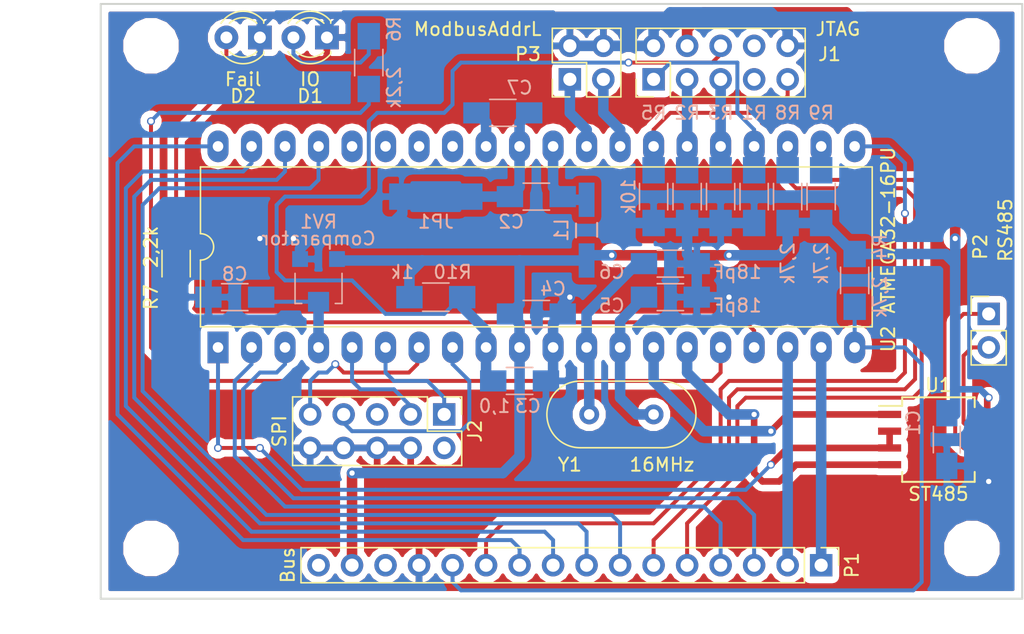
<source format=kicad_pcb>
(kicad_pcb (version 4) (host pcbnew 4.0.7)

  (general
    (links 89)
    (no_connects 0)
    (area 67.234999 33.579999 137.235001 78.815001)
    (thickness 1.6)
    (drawings 10)
    (tracks 369)
    (zones 0)
    (modules 35)
    (nets 41)
  )

  (page A4)
  (layers
    (0 F.Cu signal)
    (31 B.Cu signal)
    (32 B.Adhes user)
    (33 F.Adhes user)
    (34 B.Paste user)
    (35 F.Paste user)
    (36 B.SilkS user)
    (37 F.SilkS user)
    (38 B.Mask user)
    (39 F.Mask user)
    (40 Dwgs.User user)
    (41 Cmts.User user)
    (42 Eco1.User user)
    (43 Eco2.User user)
    (44 Edge.Cuts user)
    (45 Margin user)
    (46 B.CrtYd user)
    (47 F.CrtYd user)
    (48 B.Fab user)
    (49 F.Fab user)
  )

  (setup
    (last_trace_width 0.25)
    (user_trace_width 0.3)
    (user_trace_width 0.5)
    (user_trace_width 0.8)
    (user_trace_width 1)
    (trace_clearance 0.2)
    (zone_clearance 0.508)
    (zone_45_only no)
    (trace_min 0.2)
    (segment_width 0.2)
    (edge_width 0.15)
    (via_size 0.6)
    (via_drill 0.4)
    (via_min_size 0.4)
    (via_min_drill 0.3)
    (user_via 2 0.8)
    (uvia_size 0.3)
    (uvia_drill 0.1)
    (uvias_allowed no)
    (uvia_min_size 0.2)
    (uvia_min_drill 0.1)
    (pcb_text_width 0.3)
    (pcb_text_size 1.5 1.5)
    (mod_edge_width 0.15)
    (mod_text_size 1 1)
    (mod_text_width 0.15)
    (pad_size 1.524 1.524)
    (pad_drill 0.762)
    (pad_to_mask_clearance 0.2)
    (aux_axis_origin 0 0)
    (visible_elements 7FFFFFFF)
    (pcbplotparams
      (layerselection 0x00030_80000001)
      (usegerberextensions false)
      (excludeedgelayer true)
      (linewidth 0.100000)
      (plotframeref false)
      (viasonmask false)
      (mode 1)
      (useauxorigin false)
      (hpglpennumber 1)
      (hpglpenspeed 20)
      (hpglpendiameter 15)
      (hpglpenoverlay 2)
      (psnegative false)
      (psa4output false)
      (plotreference true)
      (plotvalue true)
      (plotinvisibletext false)
      (padsonsilk false)
      (subtractmaskfromsilk false)
      (outputformat 1)
      (mirror false)
      (drillshape 1)
      (scaleselection 1)
      (outputdirectory ""))
  )

  (net 0 "")
  (net 1 GND)
  (net 2 +5V)
  (net 3 "Net-(D1-Pad2)")
  (net 4 "Net-(D2-Pad2)")
  (net 5 /DO1)
  (net 6 /Rx)
  (net 7 /1Wire)
  (net 8 /Tx)
  (net 9 /DO2)
  (net 10 /IO_Led)
  (net 11 /Fail_Led)
  (net 12 /TxE)
  (net 13 /AI0)
  (net 14 /AI1)
  (net 15 /DI0)
  (net 16 /AI2)
  (net 17 /DI1)
  (net 18 /AI3)
  (net 19 /SDA)
  (net 20 /DO0)
  (net 21 /SCL)
  (net 22 "Net-(P3-Pad1)")
  (net 23 "Net-(C2-Pad1)")
  (net 24 GNDA)
  (net 25 /~RST)
  (net 26 "Net-(C5-Pad1)")
  (net 27 "Net-(C6-Pad1)")
  (net 28 "Net-(C7-Pad1)")
  (net 29 "Net-(P2-Pad1)")
  (net 30 "Net-(P2-Pad2)")
  (net 31 "Net-(P3-Pad3)")
  (net 32 /JTAG_TCK)
  (net 33 /JTAG_TDO)
  (net 34 /JTAG_TMS)
  (net 35 /JTAG_TDI)
  (net 36 "Net-(C8-Pad1)")
  (net 37 /MOSI)
  (net 38 /~SS)
  (net 39 /SCK)
  (net 40 /MISO)

  (net_class Default "Это класс цепей по умолчанию."
    (clearance 0.2)
    (trace_width 0.25)
    (via_dia 0.6)
    (via_drill 0.4)
    (uvia_dia 0.3)
    (uvia_drill 0.1)
    (add_net +5V)
    (add_net /1Wire)
    (add_net /AI0)
    (add_net /AI1)
    (add_net /AI2)
    (add_net /AI3)
    (add_net /DI0)
    (add_net /DI1)
    (add_net /DO0)
    (add_net /DO1)
    (add_net /DO2)
    (add_net /Fail_Led)
    (add_net /IO_Led)
    (add_net /JTAG_TCK)
    (add_net /JTAG_TDI)
    (add_net /JTAG_TDO)
    (add_net /JTAG_TMS)
    (add_net /MISO)
    (add_net /MOSI)
    (add_net /Rx)
    (add_net /SCK)
    (add_net /SCL)
    (add_net /SDA)
    (add_net /Tx)
    (add_net /TxE)
    (add_net /~RST)
    (add_net /~SS)
    (add_net GND)
    (add_net GNDA)
    (add_net "Net-(C2-Pad1)")
    (add_net "Net-(C5-Pad1)")
    (add_net "Net-(C6-Pad1)")
    (add_net "Net-(C7-Pad1)")
    (add_net "Net-(C8-Pad1)")
    (add_net "Net-(D1-Pad2)")
    (add_net "Net-(D2-Pad2)")
    (add_net "Net-(P2-Pad1)")
    (add_net "Net-(P2-Pad2)")
    (add_net "Net-(P3-Pad1)")
    (add_net "Net-(P3-Pad3)")
  )

  (module Mounting_Holes:MountingHole_3.2mm_M3 (layer F.Cu) (tedit 5AD26BE5) (tstamp 5AD26DC6)
    (at 133.35 74.93)
    (descr "Mounting Hole 3.2mm, no annular, M3")
    (tags "mounting hole 3.2mm no annular m3")
    (attr virtual)
    (fp_text reference "" (at 0 -4.2) (layer F.SilkS) hide
      (effects (font (size 1 1) (thickness 0.15)))
    )
    (fp_text value "" (at 0 4.2) (layer F.Fab) hide
      (effects (font (size 1 1) (thickness 0.15)))
    )
    (fp_text user %R (at 0.3 0) (layer F.Fab)
      (effects (font (size 1 1) (thickness 0.15)))
    )
    (fp_circle (center 0 0) (end 3.2 0) (layer Cmts.User) (width 0.15))
    (fp_circle (center 0 0) (end 3.45 0) (layer F.CrtYd) (width 0.05))
    (pad 1 np_thru_hole circle (at 0 0) (size 3.2 3.2) (drill 3.2) (layers *.Cu *.Mask))
  )

  (module Mounting_Holes:MountingHole_3.2mm_M3 (layer F.Cu) (tedit 5AD26BE5) (tstamp 5AD26DBE)
    (at 133.35 36.83)
    (descr "Mounting Hole 3.2mm, no annular, M3")
    (tags "mounting hole 3.2mm no annular m3")
    (attr virtual)
    (fp_text reference "" (at 0 -4.2) (layer F.SilkS) hide
      (effects (font (size 1 1) (thickness 0.15)))
    )
    (fp_text value "" (at 0 4.2) (layer F.Fab) hide
      (effects (font (size 1 1) (thickness 0.15)))
    )
    (fp_text user %R (at 0.3 0) (layer F.Fab)
      (effects (font (size 1 1) (thickness 0.15)))
    )
    (fp_circle (center 0 0) (end 3.2 0) (layer Cmts.User) (width 0.15))
    (fp_circle (center 0 0) (end 3.45 0) (layer F.CrtYd) (width 0.05))
    (pad 1 np_thru_hole circle (at 0 0) (size 3.2 3.2) (drill 3.2) (layers *.Cu *.Mask))
  )

  (module Mounting_Holes:MountingHole_3.2mm_M3 (layer F.Cu) (tedit 5AD26BE5) (tstamp 5AD26DB6)
    (at 71.12 36.83)
    (descr "Mounting Hole 3.2mm, no annular, M3")
    (tags "mounting hole 3.2mm no annular m3")
    (attr virtual)
    (fp_text reference "" (at 0 -4.2) (layer F.SilkS) hide
      (effects (font (size 1 1) (thickness 0.15)))
    )
    (fp_text value "" (at 0 4.2) (layer F.Fab) hide
      (effects (font (size 1 1) (thickness 0.15)))
    )
    (fp_text user %R (at 0.3 0) (layer F.Fab)
      (effects (font (size 1 1) (thickness 0.15)))
    )
    (fp_circle (center 0 0) (end 3.2 0) (layer Cmts.User) (width 0.15))
    (fp_circle (center 0 0) (end 3.45 0) (layer F.CrtYd) (width 0.05))
    (pad 1 np_thru_hole circle (at 0 0) (size 3.2 3.2) (drill 3.2) (layers *.Cu *.Mask))
  )

  (module LEDs:LED_D3.0mm (layer F.Cu) (tedit 5AD25DB5) (tstamp 59F09691)
    (at 79.375 36.195 180)
    (descr "LED, diameter 3.0mm, 2 pins")
    (tags "LED diameter 3.0mm 2 pins")
    (path /58864A03)
    (fp_text reference D2 (at 1.27 -4.445 180) (layer F.SilkS)
      (effects (font (size 1 1) (thickness 0.15)))
    )
    (fp_text value Fail (at 1.27 -3.175 180) (layer F.SilkS)
      (effects (font (size 1 1) (thickness 0.15)))
    )
    (fp_arc (start 1.27 0) (end -0.23 -1.16619) (angle 284.3) (layer F.Fab) (width 0.1))
    (fp_arc (start 1.27 0) (end -0.29 -1.235516) (angle 108.8) (layer F.SilkS) (width 0.12))
    (fp_arc (start 1.27 0) (end -0.29 1.235516) (angle -108.8) (layer F.SilkS) (width 0.12))
    (fp_arc (start 1.27 0) (end 0.229039 -1.08) (angle 87.9) (layer F.SilkS) (width 0.12))
    (fp_arc (start 1.27 0) (end 0.229039 1.08) (angle -87.9) (layer F.SilkS) (width 0.12))
    (fp_circle (center 1.27 0) (end 2.77 0) (layer F.Fab) (width 0.1))
    (fp_line (start -0.23 -1.16619) (end -0.23 1.16619) (layer F.Fab) (width 0.1))
    (fp_line (start -0.29 -1.236) (end -0.29 -1.08) (layer F.SilkS) (width 0.12))
    (fp_line (start -0.29 1.08) (end -0.29 1.236) (layer F.SilkS) (width 0.12))
    (fp_line (start -1.15 -2.25) (end -1.15 2.25) (layer F.CrtYd) (width 0.05))
    (fp_line (start -1.15 2.25) (end 3.7 2.25) (layer F.CrtYd) (width 0.05))
    (fp_line (start 3.7 2.25) (end 3.7 -2.25) (layer F.CrtYd) (width 0.05))
    (fp_line (start 3.7 -2.25) (end -1.15 -2.25) (layer F.CrtYd) (width 0.05))
    (pad 1 thru_hole rect (at 0 0 180) (size 1.8 1.8) (drill 0.9) (layers *.Cu *.Mask)
      (net 1 GND))
    (pad 2 thru_hole circle (at 2.54 0 180) (size 1.8 1.8) (drill 0.9) (layers *.Cu *.Mask)
      (net 4 "Net-(D2-Pad2)"))
    (model ${KISYS3DMOD}/LEDs.3dshapes/LED_D3.0mm.wrl
      (at (xyz 0 0 0))
      (scale (xyz 0.393701 0.393701 0.393701))
      (rotate (xyz 0 0 0))
    )
  )

  (module Capacitors_SMD:C_1206_HandSoldering (layer B.Cu) (tedit 5AFFCAC0) (tstamp 59F09667)
    (at 110.49 55.88)
    (descr "Capacitor SMD 1206, hand soldering")
    (tags "capacitor 1206")
    (path /588649C3)
    (attr smd)
    (fp_text reference C5 (at -4.445 0.635) (layer B.SilkS)
      (effects (font (size 1 1) (thickness 0.15)) (justify mirror))
    )
    (fp_text value 18pF (at 5.08 0.635) (layer B.SilkS)
      (effects (font (size 1 1) (thickness 0.15)) (justify mirror))
    )
    (fp_text user %R (at -4.445 0.635) (layer B.Fab)
      (effects (font (size 1 1) (thickness 0.15)) (justify mirror))
    )
    (fp_line (start -1.6 -0.8) (end -1.6 0.8) (layer B.Fab) (width 0.1))
    (fp_line (start 1.6 -0.8) (end -1.6 -0.8) (layer B.Fab) (width 0.1))
    (fp_line (start 1.6 0.8) (end 1.6 -0.8) (layer B.Fab) (width 0.1))
    (fp_line (start -1.6 0.8) (end 1.6 0.8) (layer B.Fab) (width 0.1))
    (fp_line (start 1 1.02) (end -1 1.02) (layer B.SilkS) (width 0.12))
    (fp_line (start -1 -1.02) (end 1 -1.02) (layer B.SilkS) (width 0.12))
    (fp_line (start -3.25 1.05) (end 3.25 1.05) (layer B.CrtYd) (width 0.05))
    (fp_line (start -3.25 1.05) (end -3.25 -1.05) (layer B.CrtYd) (width 0.05))
    (fp_line (start 3.25 -1.05) (end 3.25 1.05) (layer B.CrtYd) (width 0.05))
    (fp_line (start 3.25 -1.05) (end -3.25 -1.05) (layer B.CrtYd) (width 0.05))
    (pad 1 smd rect (at -2 0) (size 2 1.6) (layers B.Cu B.Paste B.Mask)
      (net 26 "Net-(C5-Pad1)"))
    (pad 2 smd rect (at 2 0) (size 2 1.6) (layers B.Cu B.Paste B.Mask)
      (net 1 GND))
    (model Capacitors_SMD.3dshapes/C_1206.wrl
      (at (xyz 0 0 0))
      (scale (xyz 1 1 1))
      (rotate (xyz 0 0 0))
    )
  )

  (module Capacitors_SMD:C_1206_HandSoldering (layer B.Cu) (tedit 5AFFCA97) (tstamp 59F0966D)
    (at 99.06 62.23)
    (descr "Capacitor SMD 1206, hand soldering")
    (tags "capacitor 1206")
    (path /588649C8)
    (attr smd)
    (fp_text reference C3 (at 0.635 1.905) (layer B.SilkS)
      (effects (font (size 1 1) (thickness 0.15)) (justify mirror))
    )
    (fp_text value 1,0 (at -1.905 1.905) (layer B.SilkS)
      (effects (font (size 1 1) (thickness 0.15)) (justify mirror))
    )
    (fp_text user %R (at -2.54 -1.905) (layer B.Fab)
      (effects (font (size 1 1) (thickness 0.15)) (justify mirror))
    )
    (fp_line (start -1.6 -0.8) (end -1.6 0.8) (layer B.Fab) (width 0.1))
    (fp_line (start 1.6 -0.8) (end -1.6 -0.8) (layer B.Fab) (width 0.1))
    (fp_line (start 1.6 0.8) (end 1.6 -0.8) (layer B.Fab) (width 0.1))
    (fp_line (start -1.6 0.8) (end 1.6 0.8) (layer B.Fab) (width 0.1))
    (fp_line (start 1 1.02) (end -1 1.02) (layer B.SilkS) (width 0.12))
    (fp_line (start -1 -1.02) (end 1 -1.02) (layer B.SilkS) (width 0.12))
    (fp_line (start -3.25 1.05) (end 3.25 1.05) (layer B.CrtYd) (width 0.05))
    (fp_line (start -3.25 1.05) (end -3.25 -1.05) (layer B.CrtYd) (width 0.05))
    (fp_line (start 3.25 -1.05) (end 3.25 1.05) (layer B.CrtYd) (width 0.05))
    (fp_line (start 3.25 -1.05) (end -3.25 -1.05) (layer B.CrtYd) (width 0.05))
    (pad 1 smd rect (at -2 0) (size 2 1.6) (layers B.Cu B.Paste B.Mask)
      (net 25 /~RST))
    (pad 2 smd rect (at 2 0) (size 2 1.6) (layers B.Cu B.Paste B.Mask)
      (net 1 GND))
    (model Capacitors_SMD.3dshapes/C_1206.wrl
      (at (xyz 0 0 0))
      (scale (xyz 1 1 1))
      (rotate (xyz 0 0 0))
    )
  )

  (module Capacitors_SMD:C_1206_HandSoldering (layer B.Cu) (tedit 5AD271F2) (tstamp 59F09673)
    (at 97.79 41.91)
    (descr "Capacitor SMD 1206, hand soldering")
    (tags "capacitor 1206")
    (path /588649C7)
    (attr smd)
    (fp_text reference C7 (at 1.27 -1.905) (layer B.SilkS)
      (effects (font (size 1 1) (thickness 0.15)) (justify mirror))
    )
    (fp_text value 1,0 (at -2.54 -1.905) (layer B.Fab)
      (effects (font (size 1 1) (thickness 0.15)) (justify mirror))
    )
    (fp_text user %R (at 1.27 -1.905) (layer B.Fab)
      (effects (font (size 1 1) (thickness 0.15)) (justify mirror))
    )
    (fp_line (start -1.6 -0.8) (end -1.6 0.8) (layer B.Fab) (width 0.1))
    (fp_line (start 1.6 -0.8) (end -1.6 -0.8) (layer B.Fab) (width 0.1))
    (fp_line (start 1.6 0.8) (end 1.6 -0.8) (layer B.Fab) (width 0.1))
    (fp_line (start -1.6 0.8) (end 1.6 0.8) (layer B.Fab) (width 0.1))
    (fp_line (start 1 1.02) (end -1 1.02) (layer B.SilkS) (width 0.12))
    (fp_line (start -1 -1.02) (end 1 -1.02) (layer B.SilkS) (width 0.12))
    (fp_line (start -3.25 1.05) (end 3.25 1.05) (layer B.CrtYd) (width 0.05))
    (fp_line (start -3.25 1.05) (end -3.25 -1.05) (layer B.CrtYd) (width 0.05))
    (fp_line (start 3.25 -1.05) (end 3.25 1.05) (layer B.CrtYd) (width 0.05))
    (fp_line (start 3.25 -1.05) (end -3.25 -1.05) (layer B.CrtYd) (width 0.05))
    (pad 1 smd rect (at -2 0) (size 2 1.6) (layers B.Cu B.Paste B.Mask)
      (net 28 "Net-(C7-Pad1)"))
    (pad 2 smd rect (at 2 0) (size 2 1.6) (layers B.Cu B.Paste B.Mask)
      (net 24 GNDA))
    (model Capacitors_SMD.3dshapes/C_1206.wrl
      (at (xyz 0 0 0))
      (scale (xyz 1 1 1))
      (rotate (xyz 0 0 0))
    )
  )

  (module Capacitors_SMD:C_1206_HandSoldering (layer B.Cu) (tedit 5AFFCABA) (tstamp 59F09679)
    (at 110.49 53.34)
    (descr "Capacitor SMD 1206, hand soldering")
    (tags "capacitor 1206")
    (path /588649C4)
    (attr smd)
    (fp_text reference C6 (at -4.445 0.635) (layer B.SilkS)
      (effects (font (size 1 1) (thickness 0.15)) (justify mirror))
    )
    (fp_text value 18pF (at 5.08 0.635) (layer B.SilkS)
      (effects (font (size 1 1) (thickness 0.15)) (justify mirror))
    )
    (fp_text user %R (at -4.445 0.635) (layer B.Fab)
      (effects (font (size 1 1) (thickness 0.15)) (justify mirror))
    )
    (fp_line (start -1.6 -0.8) (end -1.6 0.8) (layer B.Fab) (width 0.1))
    (fp_line (start 1.6 -0.8) (end -1.6 -0.8) (layer B.Fab) (width 0.1))
    (fp_line (start 1.6 0.8) (end 1.6 -0.8) (layer B.Fab) (width 0.1))
    (fp_line (start -1.6 0.8) (end 1.6 0.8) (layer B.Fab) (width 0.1))
    (fp_line (start 1 1.02) (end -1 1.02) (layer B.SilkS) (width 0.12))
    (fp_line (start -1 -1.02) (end 1 -1.02) (layer B.SilkS) (width 0.12))
    (fp_line (start -3.25 1.05) (end 3.25 1.05) (layer B.CrtYd) (width 0.05))
    (fp_line (start -3.25 1.05) (end -3.25 -1.05) (layer B.CrtYd) (width 0.05))
    (fp_line (start 3.25 -1.05) (end 3.25 1.05) (layer B.CrtYd) (width 0.05))
    (fp_line (start 3.25 -1.05) (end -3.25 -1.05) (layer B.CrtYd) (width 0.05))
    (pad 1 smd rect (at -2 0) (size 2 1.6) (layers B.Cu B.Paste B.Mask)
      (net 27 "Net-(C6-Pad1)"))
    (pad 2 smd rect (at 2 0) (size 2 1.6) (layers B.Cu B.Paste B.Mask)
      (net 1 GND))
    (model Capacitors_SMD.3dshapes/C_1206.wrl
      (at (xyz 0 0 0))
      (scale (xyz 1 1 1))
      (rotate (xyz 0 0 0))
    )
  )

  (module Capacitors_SMD:C_1206_HandSoldering (layer B.Cu) (tedit 5AD26A56) (tstamp 59F0967F)
    (at 131.445 66.675 90)
    (descr "Capacitor SMD 1206, hand soldering")
    (tags "capacitor 1206")
    (path /58864A12)
    (attr smd)
    (fp_text reference C1 (at 1.27 -2.54 90) (layer B.SilkS)
      (effects (font (size 1 1) (thickness 0.15)) (justify mirror))
    )
    (fp_text value 0,1 (at -1.27 -2.54 90) (layer B.Fab)
      (effects (font (size 1 1) (thickness 0.15)) (justify mirror))
    )
    (fp_text user %R (at 0 0 90) (layer B.Fab)
      (effects (font (size 1 1) (thickness 0.15)) (justify mirror))
    )
    (fp_line (start -1.6 -0.8) (end -1.6 0.8) (layer B.Fab) (width 0.1))
    (fp_line (start 1.6 -0.8) (end -1.6 -0.8) (layer B.Fab) (width 0.1))
    (fp_line (start 1.6 0.8) (end 1.6 -0.8) (layer B.Fab) (width 0.1))
    (fp_line (start -1.6 0.8) (end 1.6 0.8) (layer B.Fab) (width 0.1))
    (fp_line (start 1 1.02) (end -1 1.02) (layer B.SilkS) (width 0.12))
    (fp_line (start -1 -1.02) (end 1 -1.02) (layer B.SilkS) (width 0.12))
    (fp_line (start -3.25 1.05) (end 3.25 1.05) (layer B.CrtYd) (width 0.05))
    (fp_line (start -3.25 1.05) (end -3.25 -1.05) (layer B.CrtYd) (width 0.05))
    (fp_line (start 3.25 -1.05) (end 3.25 1.05) (layer B.CrtYd) (width 0.05))
    (fp_line (start 3.25 -1.05) (end -3.25 -1.05) (layer B.CrtYd) (width 0.05))
    (pad 1 smd rect (at -2 0 90) (size 2 1.6) (layers B.Cu B.Paste B.Mask)
      (net 1 GND))
    (pad 2 smd rect (at 2 0 90) (size 2 1.6) (layers B.Cu B.Paste B.Mask)
      (net 2 +5V))
    (model Capacitors_SMD.3dshapes/C_1206.wrl
      (at (xyz 0 0 0))
      (scale (xyz 1 1 1))
      (rotate (xyz 0 0 0))
    )
  )

  (module Capacitors_SMD:C_1206_HandSoldering (layer B.Cu) (tedit 5AD26A2A) (tstamp 59F09685)
    (at 100.33 57.15 180)
    (descr "Capacitor SMD 1206, hand soldering")
    (tags "capacitor 1206")
    (path /58864A1D)
    (attr smd)
    (fp_text reference C4 (at -1.27 1.905 180) (layer B.SilkS)
      (effects (font (size 1 1) (thickness 0.15)) (justify mirror))
    )
    (fp_text value 0,1 (at 2.54 1.905 180) (layer B.Fab)
      (effects (font (size 1 1) (thickness 0.15)) (justify mirror))
    )
    (fp_text user %R (at -1.27 1.905 180) (layer B.Fab)
      (effects (font (size 1 1) (thickness 0.15)) (justify mirror))
    )
    (fp_line (start -1.6 -0.8) (end -1.6 0.8) (layer B.Fab) (width 0.1))
    (fp_line (start 1.6 -0.8) (end -1.6 -0.8) (layer B.Fab) (width 0.1))
    (fp_line (start 1.6 0.8) (end 1.6 -0.8) (layer B.Fab) (width 0.1))
    (fp_line (start -1.6 0.8) (end 1.6 0.8) (layer B.Fab) (width 0.1))
    (fp_line (start 1 1.02) (end -1 1.02) (layer B.SilkS) (width 0.12))
    (fp_line (start -1 -1.02) (end 1 -1.02) (layer B.SilkS) (width 0.12))
    (fp_line (start -3.25 1.05) (end 3.25 1.05) (layer B.CrtYd) (width 0.05))
    (fp_line (start -3.25 1.05) (end -3.25 -1.05) (layer B.CrtYd) (width 0.05))
    (fp_line (start 3.25 -1.05) (end 3.25 1.05) (layer B.CrtYd) (width 0.05))
    (fp_line (start 3.25 -1.05) (end -3.25 -1.05) (layer B.CrtYd) (width 0.05))
    (pad 1 smd rect (at -2 0 180) (size 2 1.6) (layers B.Cu B.Paste B.Mask)
      (net 1 GND))
    (pad 2 smd rect (at 2 0 180) (size 2 1.6) (layers B.Cu B.Paste B.Mask)
      (net 2 +5V))
    (model Capacitors_SMD.3dshapes/C_1206.wrl
      (at (xyz 0 0 0))
      (scale (xyz 1 1 1))
      (rotate (xyz 0 0 0))
    )
  )

  (module LEDs:LED_D3.0mm (layer F.Cu) (tedit 5AD25DB7) (tstamp 59F0968B)
    (at 84.455 36.195 180)
    (descr "LED, diameter 3.0mm, 2 pins")
    (tags "LED diameter 3.0mm 2 pins")
    (path /58864A02)
    (fp_text reference D1 (at 1.27 -4.445 180) (layer F.SilkS)
      (effects (font (size 1 1) (thickness 0.15)))
    )
    (fp_text value IO (at 1.27 -3.175 180) (layer F.SilkS)
      (effects (font (size 1 1) (thickness 0.15)))
    )
    (fp_arc (start 1.27 0) (end -0.23 -1.16619) (angle 284.3) (layer F.Fab) (width 0.1))
    (fp_arc (start 1.27 0) (end -0.29 -1.235516) (angle 108.8) (layer F.SilkS) (width 0.12))
    (fp_arc (start 1.27 0) (end -0.29 1.235516) (angle -108.8) (layer F.SilkS) (width 0.12))
    (fp_arc (start 1.27 0) (end 0.229039 -1.08) (angle 87.9) (layer F.SilkS) (width 0.12))
    (fp_arc (start 1.27 0) (end 0.229039 1.08) (angle -87.9) (layer F.SilkS) (width 0.12))
    (fp_circle (center 1.27 0) (end 2.77 0) (layer F.Fab) (width 0.1))
    (fp_line (start -0.23 -1.16619) (end -0.23 1.16619) (layer F.Fab) (width 0.1))
    (fp_line (start -0.29 -1.236) (end -0.29 -1.08) (layer F.SilkS) (width 0.12))
    (fp_line (start -0.29 1.08) (end -0.29 1.236) (layer F.SilkS) (width 0.12))
    (fp_line (start -1.15 -2.25) (end -1.15 2.25) (layer F.CrtYd) (width 0.05))
    (fp_line (start -1.15 2.25) (end 3.7 2.25) (layer F.CrtYd) (width 0.05))
    (fp_line (start 3.7 2.25) (end 3.7 -2.25) (layer F.CrtYd) (width 0.05))
    (fp_line (start 3.7 -2.25) (end -1.15 -2.25) (layer F.CrtYd) (width 0.05))
    (pad 1 thru_hole rect (at 0 0 180) (size 1.8 1.8) (drill 0.9) (layers *.Cu *.Mask)
      (net 1 GND))
    (pad 2 thru_hole circle (at 2.54 0 180) (size 1.8 1.8) (drill 0.9) (layers *.Cu *.Mask)
      (net 3 "Net-(D1-Pad2)"))
    (model ${KISYS3DMOD}/LEDs.3dshapes/LED_D3.0mm.wrl
      (at (xyz 0 0 0))
      (scale (xyz 0.393701 0.393701 0.393701))
      (rotate (xyz 0 0 0))
    )
  )

  (module Pin_Headers:Pin_Header_Straight_1x16_Pitch2.54mm (layer F.Cu) (tedit 5AD25EED) (tstamp 59F096C5)
    (at 121.92 76.2 270)
    (descr "Through hole straight pin header, 1x16, 2.54mm pitch, single row")
    (tags "Through hole pin header THT 1x16 2.54mm single row")
    (path /59F0B44B)
    (fp_text reference P1 (at 0 -2.33 270) (layer F.SilkS)
      (effects (font (size 1 1) (thickness 0.15)))
    )
    (fp_text value Bus (at 0 40.43 270) (layer F.SilkS)
      (effects (font (size 1 1) (thickness 0.15)))
    )
    (fp_line (start -0.635 -1.27) (end 1.27 -1.27) (layer F.Fab) (width 0.1))
    (fp_line (start 1.27 -1.27) (end 1.27 39.37) (layer F.Fab) (width 0.1))
    (fp_line (start 1.27 39.37) (end -1.27 39.37) (layer F.Fab) (width 0.1))
    (fp_line (start -1.27 39.37) (end -1.27 -0.635) (layer F.Fab) (width 0.1))
    (fp_line (start -1.27 -0.635) (end -0.635 -1.27) (layer F.Fab) (width 0.1))
    (fp_line (start -1.33 39.43) (end 1.33 39.43) (layer F.SilkS) (width 0.12))
    (fp_line (start -1.33 1.27) (end -1.33 39.43) (layer F.SilkS) (width 0.12))
    (fp_line (start 1.33 1.27) (end 1.33 39.43) (layer F.SilkS) (width 0.12))
    (fp_line (start -1.33 1.27) (end 1.33 1.27) (layer F.SilkS) (width 0.12))
    (fp_line (start -1.33 0) (end -1.33 -1.33) (layer F.SilkS) (width 0.12))
    (fp_line (start -1.33 -1.33) (end 0 -1.33) (layer F.SilkS) (width 0.12))
    (fp_line (start -1.8 -1.8) (end -1.8 39.9) (layer F.CrtYd) (width 0.05))
    (fp_line (start -1.8 39.9) (end 1.8 39.9) (layer F.CrtYd) (width 0.05))
    (fp_line (start 1.8 39.9) (end 1.8 -1.8) (layer F.CrtYd) (width 0.05))
    (fp_line (start 1.8 -1.8) (end -1.8 -1.8) (layer F.CrtYd) (width 0.05))
    (fp_text user %R (at 0 19.05 360) (layer F.Fab)
      (effects (font (size 1 1) (thickness 0.15)))
    )
    (pad 1 thru_hole rect (at 0 0 270) (size 1.7 1.7) (drill 1) (layers *.Cu *.Mask)
      (net 5 /DO1))
    (pad 2 thru_hole oval (at 0 2.54 270) (size 1.7 1.7) (drill 1) (layers *.Cu *.Mask)
      (net 20 /DO0))
    (pad 3 thru_hole oval (at 0 5.08 270) (size 1.7 1.7) (drill 1) (layers *.Cu *.Mask)
      (net 17 /DI1))
    (pad 4 thru_hole oval (at 0 7.62 270) (size 1.7 1.7) (drill 1) (layers *.Cu *.Mask)
      (net 15 /DI0))
    (pad 5 thru_hole oval (at 0 10.16 270) (size 1.7 1.7) (drill 1) (layers *.Cu *.Mask)
      (net 21 /SCL))
    (pad 6 thru_hole oval (at 0 12.7 270) (size 1.7 1.7) (drill 1) (layers *.Cu *.Mask)
      (net 19 /SDA))
    (pad 7 thru_hole oval (at 0 15.24 270) (size 1.7 1.7) (drill 1) (layers *.Cu *.Mask)
      (net 18 /AI3))
    (pad 8 thru_hole oval (at 0 17.78 270) (size 1.7 1.7) (drill 1) (layers *.Cu *.Mask)
      (net 16 /AI2))
    (pad 9 thru_hole oval (at 0 20.32 270) (size 1.7 1.7) (drill 1) (layers *.Cu *.Mask)
      (net 14 /AI1))
    (pad 10 thru_hole oval (at 0 22.86 270) (size 1.7 1.7) (drill 1) (layers *.Cu *.Mask)
      (net 13 /AI0))
    (pad 11 thru_hole oval (at 0 25.4 270) (size 1.7 1.7) (drill 1) (layers *.Cu *.Mask)
      (net 9 /DO2))
    (pad 12 thru_hole oval (at 0 27.94 270) (size 1.7 1.7) (drill 1) (layers *.Cu *.Mask)
      (net 7 /1Wire))
    (pad 13 thru_hole oval (at 0 30.48 270) (size 1.7 1.7) (drill 1) (layers *.Cu *.Mask)
      (net 1 GND))
    (pad 14 thru_hole oval (at 0 33.02 270) (size 1.7 1.7) (drill 1) (layers *.Cu *.Mask))
    (pad 15 thru_hole oval (at 0 35.56 270) (size 1.7 1.7) (drill 1) (layers *.Cu *.Mask)
      (net 2 +5V))
    (pad 16 thru_hole oval (at 0 38.1 270) (size 1.7 1.7) (drill 1) (layers *.Cu *.Mask))
    (model ${KISYS3DMOD}/Pin_Headers.3dshapes/Pin_Header_Straight_1x16_Pitch2.54mm.wrl
      (at (xyz 0 0 0))
      (scale (xyz 1 1 1))
      (rotate (xyz 0 0 0))
    )
  )

  (module Pin_Headers:Pin_Header_Straight_1x02_Pitch2.54mm (layer F.Cu) (tedit 5AD26A69) (tstamp 59F096CB)
    (at 134.62 57.15)
    (descr "Through hole straight pin header, 1x02, 2.54mm pitch, single row")
    (tags "Through hole pin header THT 1x02 2.54mm single row")
    (path /59F0979D)
    (fp_text reference P2 (at -0.635 -5.08 90) (layer F.SilkS)
      (effects (font (size 1 1) (thickness 0.15)))
    )
    (fp_text value RS485 (at 1.27 -6.35 90) (layer F.SilkS)
      (effects (font (size 1 1) (thickness 0.15)))
    )
    (fp_line (start -0.635 -1.27) (end 1.27 -1.27) (layer F.Fab) (width 0.1))
    (fp_line (start 1.27 -1.27) (end 1.27 3.81) (layer F.Fab) (width 0.1))
    (fp_line (start 1.27 3.81) (end -1.27 3.81) (layer F.Fab) (width 0.1))
    (fp_line (start -1.27 3.81) (end -1.27 -0.635) (layer F.Fab) (width 0.1))
    (fp_line (start -1.27 -0.635) (end -0.635 -1.27) (layer F.Fab) (width 0.1))
    (fp_line (start -1.33 3.87) (end 1.33 3.87) (layer F.SilkS) (width 0.12))
    (fp_line (start -1.33 1.27) (end -1.33 3.87) (layer F.SilkS) (width 0.12))
    (fp_line (start 1.33 1.27) (end 1.33 3.87) (layer F.SilkS) (width 0.12))
    (fp_line (start -1.33 1.27) (end 1.33 1.27) (layer F.SilkS) (width 0.12))
    (fp_line (start -1.33 0) (end -1.33 -1.33) (layer F.SilkS) (width 0.12))
    (fp_line (start -1.33 -1.33) (end 0 -1.33) (layer F.SilkS) (width 0.12))
    (fp_line (start -1.8 -1.8) (end -1.8 4.35) (layer F.CrtYd) (width 0.05))
    (fp_line (start -1.8 4.35) (end 1.8 4.35) (layer F.CrtYd) (width 0.05))
    (fp_line (start 1.8 4.35) (end 1.8 -1.8) (layer F.CrtYd) (width 0.05))
    (fp_line (start 1.8 -1.8) (end -1.8 -1.8) (layer F.CrtYd) (width 0.05))
    (fp_text user %R (at -0.635 -5.08 270) (layer F.Fab)
      (effects (font (size 1 1) (thickness 0.15)))
    )
    (pad 1 thru_hole rect (at 0 0) (size 1.7 1.7) (drill 1) (layers *.Cu *.Mask)
      (net 29 "Net-(P2-Pad1)"))
    (pad 2 thru_hole oval (at 0 2.54) (size 1.7 1.7) (drill 1) (layers *.Cu *.Mask)
      (net 30 "Net-(P2-Pad2)"))
    (model ${KISYS3DMOD}/Pin_Headers.3dshapes/Pin_Header_Straight_1x02_Pitch2.54mm.wrl
      (at (xyz 0 0 0))
      (scale (xyz 1 1 1))
      (rotate (xyz 0 0 0))
    )
  )

  (module Resistors_SMD:R_1206_HandSoldering (layer B.Cu) (tedit 5AFFCA52) (tstamp 59F096D1)
    (at 92.71 55.88)
    (descr "Resistor SMD 1206, hand soldering")
    (tags "resistor 1206")
    (path /588649C9)
    (attr smd)
    (fp_text reference R10 (at 1.27 -1.905) (layer B.SilkS)
      (effects (font (size 1 1) (thickness 0.15)) (justify mirror))
    )
    (fp_text value 1k (at -2.54 -1.905) (layer B.SilkS)
      (effects (font (size 1 1) (thickness 0.15)) (justify mirror))
    )
    (fp_text user %R (at 0 0) (layer B.Fab)
      (effects (font (size 0.7 0.7) (thickness 0.105)) (justify mirror))
    )
    (fp_line (start -1.6 -0.8) (end -1.6 0.8) (layer B.Fab) (width 0.1))
    (fp_line (start 1.6 -0.8) (end -1.6 -0.8) (layer B.Fab) (width 0.1))
    (fp_line (start 1.6 0.8) (end 1.6 -0.8) (layer B.Fab) (width 0.1))
    (fp_line (start -1.6 0.8) (end 1.6 0.8) (layer B.Fab) (width 0.1))
    (fp_line (start 1 -1.07) (end -1 -1.07) (layer B.SilkS) (width 0.12))
    (fp_line (start -1 1.07) (end 1 1.07) (layer B.SilkS) (width 0.12))
    (fp_line (start -3.25 1.11) (end 3.25 1.11) (layer B.CrtYd) (width 0.05))
    (fp_line (start -3.25 1.11) (end -3.25 -1.1) (layer B.CrtYd) (width 0.05))
    (fp_line (start 3.25 -1.1) (end 3.25 1.11) (layer B.CrtYd) (width 0.05))
    (fp_line (start 3.25 -1.1) (end -3.25 -1.1) (layer B.CrtYd) (width 0.05))
    (pad 1 smd rect (at -2 0) (size 2 1.7) (layers B.Cu B.Paste B.Mask)
      (net 2 +5V))
    (pad 2 smd rect (at 2 0) (size 2 1.7) (layers B.Cu B.Paste B.Mask)
      (net 25 /~RST))
    (model ${KISYS3DMOD}/Resistors_SMD.3dshapes/R_1206.wrl
      (at (xyz 0 0 0))
      (scale (xyz 1 1 1))
      (rotate (xyz 0 0 0))
    )
  )

  (module Resistors_SMD:R_1206_HandSoldering (layer B.Cu) (tedit 5AFFC9D6) (tstamp 59F096D7)
    (at 87.63 38.1 270)
    (descr "Resistor SMD 1206, hand soldering")
    (tags "resistor 1206")
    (path /58864A01)
    (attr smd)
    (fp_text reference R6 (at -2.54 -1.905 270) (layer B.SilkS)
      (effects (font (size 1 1) (thickness 0.15)) (justify mirror))
    )
    (fp_text value 2,2k (at 1.905 -1.905 270) (layer B.SilkS)
      (effects (font (size 1 1) (thickness 0.15)) (justify mirror))
    )
    (fp_text user %R (at 0 0 270) (layer B.Fab)
      (effects (font (size 0.7 0.7) (thickness 0.105)) (justify mirror))
    )
    (fp_line (start -1.6 -0.8) (end -1.6 0.8) (layer B.Fab) (width 0.1))
    (fp_line (start 1.6 -0.8) (end -1.6 -0.8) (layer B.Fab) (width 0.1))
    (fp_line (start 1.6 0.8) (end 1.6 -0.8) (layer B.Fab) (width 0.1))
    (fp_line (start -1.6 0.8) (end 1.6 0.8) (layer B.Fab) (width 0.1))
    (fp_line (start 1 -1.07) (end -1 -1.07) (layer B.SilkS) (width 0.12))
    (fp_line (start -1 1.07) (end 1 1.07) (layer B.SilkS) (width 0.12))
    (fp_line (start -3.25 1.11) (end 3.25 1.11) (layer B.CrtYd) (width 0.05))
    (fp_line (start -3.25 1.11) (end -3.25 -1.1) (layer B.CrtYd) (width 0.05))
    (fp_line (start 3.25 -1.1) (end 3.25 1.11) (layer B.CrtYd) (width 0.05))
    (fp_line (start 3.25 -1.1) (end -3.25 -1.1) (layer B.CrtYd) (width 0.05))
    (pad 1 smd rect (at -2 0 270) (size 2 1.7) (layers B.Cu B.Paste B.Mask)
      (net 3 "Net-(D1-Pad2)"))
    (pad 2 smd rect (at 2 0 270) (size 2 1.7) (layers B.Cu B.Paste B.Mask)
      (net 10 /IO_Led))
    (model ${KISYS3DMOD}/Resistors_SMD.3dshapes/R_1206.wrl
      (at (xyz 0 0 0))
      (scale (xyz 1 1 1))
      (rotate (xyz 0 0 0))
    )
  )

  (module Resistors_SMD:R_1206_HandSoldering (layer F.Cu) (tedit 5AFFC9B5) (tstamp 59F096DD)
    (at 73.025 53.34 270)
    (descr "Resistor SMD 1206, hand soldering")
    (tags "resistor 1206")
    (path /58864A00)
    (attr smd)
    (fp_text reference R7 (at 2.54 1.905 270) (layer F.SilkS)
      (effects (font (size 1 1) (thickness 0.15)))
    )
    (fp_text value 2,2k (at -1.27 1.905 270) (layer F.SilkS)
      (effects (font (size 1 1) (thickness 0.15)))
    )
    (fp_text user %R (at 0 0 270) (layer F.Fab)
      (effects (font (size 0.7 0.7) (thickness 0.105)))
    )
    (fp_line (start -1.6 0.8) (end -1.6 -0.8) (layer F.Fab) (width 0.1))
    (fp_line (start 1.6 0.8) (end -1.6 0.8) (layer F.Fab) (width 0.1))
    (fp_line (start 1.6 -0.8) (end 1.6 0.8) (layer F.Fab) (width 0.1))
    (fp_line (start -1.6 -0.8) (end 1.6 -0.8) (layer F.Fab) (width 0.1))
    (fp_line (start 1 1.07) (end -1 1.07) (layer F.SilkS) (width 0.12))
    (fp_line (start -1 -1.07) (end 1 -1.07) (layer F.SilkS) (width 0.12))
    (fp_line (start -3.25 -1.11) (end 3.25 -1.11) (layer F.CrtYd) (width 0.05))
    (fp_line (start -3.25 -1.11) (end -3.25 1.1) (layer F.CrtYd) (width 0.05))
    (fp_line (start 3.25 1.1) (end 3.25 -1.11) (layer F.CrtYd) (width 0.05))
    (fp_line (start 3.25 1.1) (end -3.25 1.1) (layer F.CrtYd) (width 0.05))
    (pad 1 smd rect (at -2 0 270) (size 2 1.7) (layers F.Cu F.Paste F.Mask)
      (net 4 "Net-(D2-Pad2)"))
    (pad 2 smd rect (at 2 0 270) (size 2 1.7) (layers F.Cu F.Paste F.Mask)
      (net 11 /Fail_Led))
    (model ${KISYS3DMOD}/Resistors_SMD.3dshapes/R_1206.wrl
      (at (xyz 0 0 0))
      (scale (xyz 1 1 1))
      (rotate (xyz 0 0 0))
    )
  )

  (module Potentiometers:Potentiometer_Trimmer-EVM3E (layer B.Cu) (tedit 5AFFCAFF) (tstamp 59F096E4)
    (at 83.82 54.61)
    (descr http://www.comkey.in/sites/default/files/attachments/EVM3ESX50B15.pdf)
    (tags "trimmer smd")
    (path /59F0B2E7)
    (attr smd)
    (fp_text reference RV1 (at 0 -4.445) (layer B.SilkS)
      (effects (font (size 1 1) (thickness 0.15)) (justify mirror))
    )
    (fp_text value Comparator (at 0 -3.175) (layer B.SilkS)
      (effects (font (size 1 1) (thickness 0.15)) (justify mirror))
    )
    (fp_line (start 1.78 1.75) (end 1.78 -0.53) (layer B.SilkS) (width 0.12))
    (fp_line (start 1.27 1.75) (end 1.78 1.75) (layer B.SilkS) (width 0.12))
    (fp_line (start -1.78 1.75) (end -1.27 1.75) (layer B.SilkS) (width 0.12))
    (fp_line (start -1.78 -0.53) (end -1.78 1.75) (layer B.SilkS) (width 0.12))
    (fp_line (start 2.2 -2.45) (end -2.2 -2.45) (layer B.CrtYd) (width 0.05))
    (fp_line (start 2.2 2.6) (end 2.2 -2.45) (layer B.CrtYd) (width 0.05))
    (fp_line (start -2.2 2.6) (end 2.2 2.6) (layer B.CrtYd) (width 0.05))
    (fp_line (start -2.2 -2.45) (end -2.2 2.6) (layer B.CrtYd) (width 0.05))
    (fp_line (start 0.9 -1.38) (end 0.9 -1.73) (layer B.Fab) (width 0.1))
    (fp_line (start 1.55 -1.38) (end 0.9 -1.38) (layer B.Fab) (width 0.1))
    (fp_line (start -0.9 -1.32) (end -0.9 -1.73) (layer B.Fab) (width 0.1))
    (fp_line (start -1.55 -1.32) (end -0.9 -1.32) (layer B.Fab) (width 0.1))
    (fp_line (start -0.25 0.23) (end -0.25 0.97) (layer B.Fab) (width 0.1))
    (fp_line (start -1 0.23) (end -0.25 0.23) (layer B.Fab) (width 0.1))
    (fp_line (start -1 -0.28) (end -1 0.23) (layer B.Fab) (width 0.1))
    (fp_line (start -0.25 -0.28) (end -1 -0.28) (layer B.Fab) (width 0.1))
    (fp_line (start -0.25 -1.02) (end -0.25 -0.28) (layer B.Fab) (width 0.1))
    (fp_line (start 0.25 -1.02) (end -0.25 -1.02) (layer B.Fab) (width 0.1))
    (fp_line (start 0.25 -0.28) (end 0.25 -1.02) (layer B.Fab) (width 0.1))
    (fp_line (start 1 -0.28) (end 0.25 -0.28) (layer B.Fab) (width 0.1))
    (fp_line (start 1 0.23) (end 1 -0.28) (layer B.Fab) (width 0.1))
    (fp_line (start 0.25 0.23) (end 1 0.23) (layer B.Fab) (width 0.1))
    (fp_line (start 0.25 0.97) (end 0.25 0.23) (layer B.Fab) (width 0.1))
    (fp_line (start -0.25 0.97) (end 0.25 0.97) (layer B.Fab) (width 0.1))
    (fp_line (start -1.55 -1.73) (end -1.55 1.52) (layer B.Fab) (width 0.1))
    (fp_line (start 1.55 -1.73) (end -1.55 -1.73) (layer B.Fab) (width 0.1))
    (fp_line (start 1.55 1.52) (end 1.55 -1.73) (layer B.Fab) (width 0.1))
    (fp_line (start -1.55 1.52) (end 1.55 1.52) (layer B.Fab) (width 0.1))
    (fp_circle (center 0 -0.03) (end 0 0.23) (layer B.Fab) (width 0.1))
    (fp_circle (center 0 -0.03) (end 0 1.18) (layer B.Fab) (width 0.1))
    (fp_circle (center 0 -0.03) (end 0 1.52) (layer B.Fab) (width 0.1))
    (pad 1 smd rect (at -1.4 -1.62) (size 1.2 1.2) (layers B.Cu B.Paste B.Mask)
      (net 1 GND))
    (pad 3 smd rect (at 1.4 -1.62) (size 1.2 1.2) (layers B.Cu B.Paste B.Mask)
      (net 2 +5V))
    (pad 2 smd rect (at 0 1.62) (size 1.6 1.5) (layers B.Cu B.Paste B.Mask)
      (net 36 "Net-(C8-Pad1)"))
  )

  (module Crystals:Crystal_HC49-U_Vertical (layer F.Cu) (tedit 5AD25EFF) (tstamp 59F096F6)
    (at 109.22 64.77 180)
    (descr "Crystal THT HC-49/U http://5hertz.com/pdfs/04404_D.pdf")
    (tags "THT crystalHC-49/U")
    (path /588649C1)
    (fp_text reference Y1 (at 6.35 -3.81 180) (layer F.SilkS)
      (effects (font (size 1 1) (thickness 0.15)))
    )
    (fp_text value 16MHz (at -0.635 -3.81 180) (layer F.SilkS)
      (effects (font (size 1 1) (thickness 0.15)))
    )
    (fp_text user %R (at 6.35 -3.81 180) (layer F.Fab)
      (effects (font (size 1 1) (thickness 0.15)))
    )
    (fp_line (start -0.685 -2.325) (end 5.565 -2.325) (layer F.Fab) (width 0.1))
    (fp_line (start -0.685 2.325) (end 5.565 2.325) (layer F.Fab) (width 0.1))
    (fp_line (start -0.56 -2) (end 5.44 -2) (layer F.Fab) (width 0.1))
    (fp_line (start -0.56 2) (end 5.44 2) (layer F.Fab) (width 0.1))
    (fp_line (start -0.685 -2.525) (end 5.565 -2.525) (layer F.SilkS) (width 0.12))
    (fp_line (start -0.685 2.525) (end 5.565 2.525) (layer F.SilkS) (width 0.12))
    (fp_line (start -3.5 -2.8) (end -3.5 2.8) (layer F.CrtYd) (width 0.05))
    (fp_line (start -3.5 2.8) (end 8.4 2.8) (layer F.CrtYd) (width 0.05))
    (fp_line (start 8.4 2.8) (end 8.4 -2.8) (layer F.CrtYd) (width 0.05))
    (fp_line (start 8.4 -2.8) (end -3.5 -2.8) (layer F.CrtYd) (width 0.05))
    (fp_arc (start -0.685 0) (end -0.685 -2.325) (angle -180) (layer F.Fab) (width 0.1))
    (fp_arc (start 5.565 0) (end 5.565 -2.325) (angle 180) (layer F.Fab) (width 0.1))
    (fp_arc (start -0.56 0) (end -0.56 -2) (angle -180) (layer F.Fab) (width 0.1))
    (fp_arc (start 5.44 0) (end 5.44 -2) (angle 180) (layer F.Fab) (width 0.1))
    (fp_arc (start -0.685 0) (end -0.685 -2.525) (angle -180) (layer F.SilkS) (width 0.12))
    (fp_arc (start 5.565 0) (end 5.565 -2.525) (angle 180) (layer F.SilkS) (width 0.12))
    (pad 1 thru_hole circle (at 0 0 180) (size 1.5 1.5) (drill 0.8) (layers *.Cu *.Mask)
      (net 26 "Net-(C5-Pad1)"))
    (pad 2 thru_hole circle (at 4.88 0 180) (size 1.5 1.5) (drill 0.8) (layers *.Cu *.Mask)
      (net 27 "Net-(C6-Pad1)"))
    (model ${KISYS3DMOD}/Crystals.3dshapes/Crystal_HC49-U_Vertical.wrl
      (at (xyz 0 0 0))
      (scale (xyz 0.393701 0.393701 0.393701))
      (rotate (xyz 0 0 0))
    )
  )

  (module Pin_Headers:Pin_Header_Straight_2x02_Pitch2.54mm (layer F.Cu) (tedit 5AD25F1C) (tstamp 59F09A62)
    (at 102.87 39.37 90)
    (descr "Through hole straight pin header, 2x02, 2.54mm pitch, double rows")
    (tags "Through hole pin header THT 2x02 2.54mm double row")
    (path /588729FA)
    (fp_text reference P3 (at 1.905 -3.175 180) (layer F.SilkS)
      (effects (font (size 1 1) (thickness 0.15)))
    )
    (fp_text value ModbusAddrL (at 3.81 -6.985 180) (layer F.SilkS)
      (effects (font (size 1 1) (thickness 0.15)))
    )
    (fp_line (start 0 -1.27) (end 3.81 -1.27) (layer F.Fab) (width 0.1))
    (fp_line (start 3.81 -1.27) (end 3.81 3.81) (layer F.Fab) (width 0.1))
    (fp_line (start 3.81 3.81) (end -1.27 3.81) (layer F.Fab) (width 0.1))
    (fp_line (start -1.27 3.81) (end -1.27 0) (layer F.Fab) (width 0.1))
    (fp_line (start -1.27 0) (end 0 -1.27) (layer F.Fab) (width 0.1))
    (fp_line (start -1.33 3.87) (end 3.87 3.87) (layer F.SilkS) (width 0.12))
    (fp_line (start -1.33 1.27) (end -1.33 3.87) (layer F.SilkS) (width 0.12))
    (fp_line (start 3.87 -1.33) (end 3.87 3.87) (layer F.SilkS) (width 0.12))
    (fp_line (start -1.33 1.27) (end 1.27 1.27) (layer F.SilkS) (width 0.12))
    (fp_line (start 1.27 1.27) (end 1.27 -1.33) (layer F.SilkS) (width 0.12))
    (fp_line (start 1.27 -1.33) (end 3.87 -1.33) (layer F.SilkS) (width 0.12))
    (fp_line (start -1.33 0) (end -1.33 -1.33) (layer F.SilkS) (width 0.12))
    (fp_line (start -1.33 -1.33) (end 0 -1.33) (layer F.SilkS) (width 0.12))
    (fp_line (start -1.8 -1.8) (end -1.8 4.35) (layer F.CrtYd) (width 0.05))
    (fp_line (start -1.8 4.35) (end 4.35 4.35) (layer F.CrtYd) (width 0.05))
    (fp_line (start 4.35 4.35) (end 4.35 -1.8) (layer F.CrtYd) (width 0.05))
    (fp_line (start 4.35 -1.8) (end -1.8 -1.8) (layer F.CrtYd) (width 0.05))
    (fp_text user %R (at 1.905 -3.175 360) (layer F.Fab)
      (effects (font (size 1 1) (thickness 0.15)))
    )
    (pad 1 thru_hole rect (at 0 0 90) (size 1.7 1.7) (drill 1) (layers *.Cu *.Mask)
      (net 22 "Net-(P3-Pad1)"))
    (pad 2 thru_hole oval (at 2.54 0 90) (size 1.7 1.7) (drill 1) (layers *.Cu *.Mask)
      (net 1 GND))
    (pad 3 thru_hole oval (at 0 2.54 90) (size 1.7 1.7) (drill 1) (layers *.Cu *.Mask)
      (net 31 "Net-(P3-Pad3)"))
    (pad 4 thru_hole oval (at 2.54 2.54 90) (size 1.7 1.7) (drill 1) (layers *.Cu *.Mask)
      (net 1 GND))
    (model ${KISYS3DMOD}/Pin_Headers.3dshapes/Pin_Header_Straight_2x02_Pitch2.54mm.wrl
      (at (xyz 0 0 0))
      (scale (xyz 1 1 1))
      (rotate (xyz 0 0 0))
    )
  )

  (module Resistors_SMD:R_1206_HandSoldering (layer B.Cu) (tedit 5AFFC9F1) (tstamp 5AD1E14A)
    (at 124.46 54.61 90)
    (descr "Resistor SMD 1206, hand soldering")
    (tags "resistor 1206")
    (path /5AD1E445)
    (attr smd)
    (fp_text reference R4 (at 2.54 1.905 90) (layer B.SilkS)
      (effects (font (size 1 1) (thickness 0.15)) (justify mirror))
    )
    (fp_text value 2,7k (at -1.27 1.905 90) (layer B.SilkS)
      (effects (font (size 1 1) (thickness 0.15)) (justify mirror))
    )
    (fp_text user %R (at 0 0 90) (layer B.Fab)
      (effects (font (size 0.7 0.7) (thickness 0.105)) (justify mirror))
    )
    (fp_line (start -1.6 -0.8) (end -1.6 0.8) (layer B.Fab) (width 0.1))
    (fp_line (start 1.6 -0.8) (end -1.6 -0.8) (layer B.Fab) (width 0.1))
    (fp_line (start 1.6 0.8) (end 1.6 -0.8) (layer B.Fab) (width 0.1))
    (fp_line (start -1.6 0.8) (end 1.6 0.8) (layer B.Fab) (width 0.1))
    (fp_line (start 1 -1.07) (end -1 -1.07) (layer B.SilkS) (width 0.12))
    (fp_line (start -1 1.07) (end 1 1.07) (layer B.SilkS) (width 0.12))
    (fp_line (start -3.25 1.11) (end 3.25 1.11) (layer B.CrtYd) (width 0.05))
    (fp_line (start -3.25 1.11) (end -3.25 -1.1) (layer B.CrtYd) (width 0.05))
    (fp_line (start 3.25 -1.1) (end 3.25 1.11) (layer B.CrtYd) (width 0.05))
    (fp_line (start 3.25 -1.1) (end -3.25 -1.1) (layer B.CrtYd) (width 0.05))
    (pad 1 smd rect (at -2 0 90) (size 2 1.7) (layers B.Cu B.Paste B.Mask)
      (net 7 /1Wire))
    (pad 2 smd rect (at 2 0 90) (size 2 1.7) (layers B.Cu B.Paste B.Mask)
      (net 2 +5V))
    (model ${KISYS3DMOD}/Resistors_SMD.3dshapes/R_1206.wrl
      (at (xyz 0 0 0))
      (scale (xyz 1 1 1))
      (rotate (xyz 0 0 0))
    )
  )

  (module Resistors_SMD:R_1206_HandSoldering (layer B.Cu) (tedit 5AFFCA0D) (tstamp 5AD1E15B)
    (at 119.38 48.26 270)
    (descr "Resistor SMD 1206, hand soldering")
    (tags "resistor 1206")
    (path /5AD1E518)
    (attr smd)
    (fp_text reference R8 (at -6.35 0 360) (layer B.SilkS)
      (effects (font (size 1 1) (thickness 0.15)) (justify mirror))
    )
    (fp_text value 2,7k (at 5.08 0 270) (layer B.SilkS)
      (effects (font (size 1 1) (thickness 0.15)) (justify mirror))
    )
    (fp_text user %R (at 0 0 270) (layer B.Fab)
      (effects (font (size 0.7 0.7) (thickness 0.105)) (justify mirror))
    )
    (fp_line (start -1.6 -0.8) (end -1.6 0.8) (layer B.Fab) (width 0.1))
    (fp_line (start 1.6 -0.8) (end -1.6 -0.8) (layer B.Fab) (width 0.1))
    (fp_line (start 1.6 0.8) (end 1.6 -0.8) (layer B.Fab) (width 0.1))
    (fp_line (start -1.6 0.8) (end 1.6 0.8) (layer B.Fab) (width 0.1))
    (fp_line (start 1 -1.07) (end -1 -1.07) (layer B.SilkS) (width 0.12))
    (fp_line (start -1 1.07) (end 1 1.07) (layer B.SilkS) (width 0.12))
    (fp_line (start -3.25 1.11) (end 3.25 1.11) (layer B.CrtYd) (width 0.05))
    (fp_line (start -3.25 1.11) (end -3.25 -1.1) (layer B.CrtYd) (width 0.05))
    (fp_line (start 3.25 -1.1) (end 3.25 1.11) (layer B.CrtYd) (width 0.05))
    (fp_line (start 3.25 -1.1) (end -3.25 -1.1) (layer B.CrtYd) (width 0.05))
    (pad 1 smd rect (at -2 0 270) (size 2 1.7) (layers B.Cu B.Paste B.Mask)
      (net 19 /SDA))
    (pad 2 smd rect (at 2 0 270) (size 2 1.7) (layers B.Cu B.Paste B.Mask)
      (net 2 +5V))
    (model ${KISYS3DMOD}/Resistors_SMD.3dshapes/R_1206.wrl
      (at (xyz 0 0 0))
      (scale (xyz 1 1 1))
      (rotate (xyz 0 0 0))
    )
  )

  (module Resistors_SMD:R_1206_HandSoldering (layer B.Cu) (tedit 5AFFCA06) (tstamp 5AD1E16C)
    (at 121.92 48.26 270)
    (descr "Resistor SMD 1206, hand soldering")
    (tags "resistor 1206")
    (path /5AD1E56A)
    (attr smd)
    (fp_text reference R9 (at -6.35 0 360) (layer B.SilkS)
      (effects (font (size 1 1) (thickness 0.15)) (justify mirror))
    )
    (fp_text value 2,7k (at 5.08 0 270) (layer B.SilkS)
      (effects (font (size 1 1) (thickness 0.15)) (justify mirror))
    )
    (fp_text user %R (at 0 0 270) (layer B.Fab)
      (effects (font (size 0.7 0.7) (thickness 0.105)) (justify mirror))
    )
    (fp_line (start -1.6 -0.8) (end -1.6 0.8) (layer B.Fab) (width 0.1))
    (fp_line (start 1.6 -0.8) (end -1.6 -0.8) (layer B.Fab) (width 0.1))
    (fp_line (start 1.6 0.8) (end 1.6 -0.8) (layer B.Fab) (width 0.1))
    (fp_line (start -1.6 0.8) (end 1.6 0.8) (layer B.Fab) (width 0.1))
    (fp_line (start 1 -1.07) (end -1 -1.07) (layer B.SilkS) (width 0.12))
    (fp_line (start -1 1.07) (end 1 1.07) (layer B.SilkS) (width 0.12))
    (fp_line (start -3.25 1.11) (end 3.25 1.11) (layer B.CrtYd) (width 0.05))
    (fp_line (start -3.25 1.11) (end -3.25 -1.1) (layer B.CrtYd) (width 0.05))
    (fp_line (start 3.25 -1.1) (end 3.25 1.11) (layer B.CrtYd) (width 0.05))
    (fp_line (start 3.25 -1.1) (end -3.25 -1.1) (layer B.CrtYd) (width 0.05))
    (pad 1 smd rect (at -2 0 270) (size 2 1.7) (layers B.Cu B.Paste B.Mask)
      (net 21 /SCL))
    (pad 2 smd rect (at 2 0 270) (size 2 1.7) (layers B.Cu B.Paste B.Mask)
      (net 2 +5V))
    (model ${KISYS3DMOD}/Resistors_SMD.3dshapes/R_1206.wrl
      (at (xyz 0 0 0))
      (scale (xyz 1 1 1))
      (rotate (xyz 0 0 0))
    )
  )

  (module Capacitors_SMD:C_1206_HandSoldering (layer B.Cu) (tedit 5AD275A5) (tstamp 5AD23DF8)
    (at 100.33 48.26 180)
    (descr "Capacitor SMD 1206, hand soldering")
    (tags "capacitor 1206")
    (path /5AD25421)
    (attr smd)
    (fp_text reference C2 (at 1.905 -1.905 180) (layer B.SilkS)
      (effects (font (size 1 1) (thickness 0.15)) (justify mirror))
    )
    (fp_text value 0,1 (at 1.905 1.905 180) (layer B.Fab)
      (effects (font (size 1 1) (thickness 0.15)) (justify mirror))
    )
    (fp_text user %R (at 1.905 -1.905 180) (layer B.Fab)
      (effects (font (size 1 1) (thickness 0.15)) (justify mirror))
    )
    (fp_line (start -1.6 -0.8) (end -1.6 0.8) (layer B.Fab) (width 0.1))
    (fp_line (start 1.6 -0.8) (end -1.6 -0.8) (layer B.Fab) (width 0.1))
    (fp_line (start 1.6 0.8) (end 1.6 -0.8) (layer B.Fab) (width 0.1))
    (fp_line (start -1.6 0.8) (end 1.6 0.8) (layer B.Fab) (width 0.1))
    (fp_line (start 1 1.02) (end -1 1.02) (layer B.SilkS) (width 0.12))
    (fp_line (start -1 -1.02) (end 1 -1.02) (layer B.SilkS) (width 0.12))
    (fp_line (start -3.25 1.05) (end 3.25 1.05) (layer B.CrtYd) (width 0.05))
    (fp_line (start -3.25 1.05) (end -3.25 -1.05) (layer B.CrtYd) (width 0.05))
    (fp_line (start 3.25 -1.05) (end 3.25 1.05) (layer B.CrtYd) (width 0.05))
    (fp_line (start 3.25 -1.05) (end -3.25 -1.05) (layer B.CrtYd) (width 0.05))
    (pad 1 smd rect (at -2 0 180) (size 2 1.6) (layers B.Cu B.Paste B.Mask)
      (net 23 "Net-(C2-Pad1)"))
    (pad 2 smd rect (at 2 0 180) (size 2 1.6) (layers B.Cu B.Paste B.Mask)
      (net 24 GNDA))
    (model Capacitors_SMD.3dshapes/C_1206.wrl
      (at (xyz 0 0 0))
      (scale (xyz 1 1 1))
      (rotate (xyz 0 0 0))
    )
  )

  (module Oddities:NetTie-I_Connected_SMD (layer B.Cu) (tedit 5AD2726F) (tstamp 5AD23E07)
    (at 92.71 48.26)
    (descr "Just a \"Net tie\" as an more or less elegant way to connect two different nets without disturbing ERC and DRC.")
    (tags "Just a \"Net tie\" as an more or less elegant way to connect two different nets without disturbing ERC and DRC.")
    (path /5AD25A38)
    (fp_text reference JP1 (at 0 1.905) (layer B.SilkS)
      (effects (font (size 1 1) (thickness 0.15)) (justify mirror))
    )
    (fp_text value Jumper (at 0 0) (layer B.Fab)
      (effects (font (size 1 1) (thickness 0.15)) (justify mirror))
    )
    (fp_line (start 1.778 1.016) (end -1.778 1.016) (layer B.Cu) (width 0.3048))
    (fp_line (start -1.778 0.762) (end 1.778 0.762) (layer B.Cu) (width 0.3048))
    (fp_line (start 1.778 0.508) (end -1.778 0.508) (layer B.Cu) (width 0.3048))
    (fp_line (start -1.778 0.254) (end 1.778 0.254) (layer B.Cu) (width 0.3048))
    (fp_line (start 1.778 0) (end -1.778 0) (layer B.Cu) (width 0.3048))
    (fp_line (start -1.778 -0.254) (end 1.778 -0.254) (layer B.Cu) (width 0.3048))
    (fp_line (start 1.778 -0.508) (end -1.778 -0.508) (layer B.Cu) (width 0.3048))
    (fp_line (start -1.778 -0.762) (end 1.778 -0.762) (layer B.Cu) (width 0.3048))
    (fp_line (start 1.778 -1.016) (end -1.778 -1.016) (layer B.Cu) (width 0.3048))
    (pad 1 smd rect (at -2.54 0) (size 1.99898 1.99898) (layers B.Cu B.Paste B.Mask)
      (net 1 GND))
    (pad 2 smd rect (at 2.54 0) (size 1.99898 1.99898) (layers B.Cu B.Paste B.Mask)
      (net 24 GNDA))
  )

  (module Pin_Headers:Pin_Header_Straight_2x05_Pitch2.54mm (layer F.Cu) (tedit 5AD25F29) (tstamp 5AD2424D)
    (at 109.22 39.37 90)
    (descr "Through hole straight pin header, 2x05, 2.54mm pitch, double rows")
    (tags "Through hole pin header THT 2x05 2.54mm double row")
    (path /5AD2884E)
    (fp_text reference J1 (at 1.905 13.335 180) (layer F.SilkS)
      (effects (font (size 1 1) (thickness 0.15)))
    )
    (fp_text value JTAG (at 3.81 13.97 180) (layer F.SilkS)
      (effects (font (size 1 1) (thickness 0.15)))
    )
    (fp_line (start 0 -1.27) (end 3.81 -1.27) (layer F.Fab) (width 0.1))
    (fp_line (start 3.81 -1.27) (end 3.81 11.43) (layer F.Fab) (width 0.1))
    (fp_line (start 3.81 11.43) (end -1.27 11.43) (layer F.Fab) (width 0.1))
    (fp_line (start -1.27 11.43) (end -1.27 0) (layer F.Fab) (width 0.1))
    (fp_line (start -1.27 0) (end 0 -1.27) (layer F.Fab) (width 0.1))
    (fp_line (start -1.33 11.49) (end 3.87 11.49) (layer F.SilkS) (width 0.12))
    (fp_line (start -1.33 1.27) (end -1.33 11.49) (layer F.SilkS) (width 0.12))
    (fp_line (start 3.87 -1.33) (end 3.87 11.49) (layer F.SilkS) (width 0.12))
    (fp_line (start -1.33 1.27) (end 1.27 1.27) (layer F.SilkS) (width 0.12))
    (fp_line (start 1.27 1.27) (end 1.27 -1.33) (layer F.SilkS) (width 0.12))
    (fp_line (start 1.27 -1.33) (end 3.87 -1.33) (layer F.SilkS) (width 0.12))
    (fp_line (start -1.33 0) (end -1.33 -1.33) (layer F.SilkS) (width 0.12))
    (fp_line (start -1.33 -1.33) (end 0 -1.33) (layer F.SilkS) (width 0.12))
    (fp_line (start -1.8 -1.8) (end -1.8 11.95) (layer F.CrtYd) (width 0.05))
    (fp_line (start -1.8 11.95) (end 4.35 11.95) (layer F.CrtYd) (width 0.05))
    (fp_line (start 4.35 11.95) (end 4.35 -1.8) (layer F.CrtYd) (width 0.05))
    (fp_line (start 4.35 -1.8) (end -1.8 -1.8) (layer F.CrtYd) (width 0.05))
    (fp_text user %R (at 1.905 13.335 180) (layer F.Fab)
      (effects (font (size 1 1) (thickness 0.15)))
    )
    (pad 1 thru_hole rect (at 0 0 90) (size 1.7 1.7) (drill 1) (layers *.Cu *.Mask)
      (net 32 /JTAG_TCK))
    (pad 2 thru_hole oval (at 2.54 0 90) (size 1.7 1.7) (drill 1) (layers *.Cu *.Mask)
      (net 1 GND))
    (pad 3 thru_hole oval (at 0 2.54 90) (size 1.7 1.7) (drill 1) (layers *.Cu *.Mask)
      (net 33 /JTAG_TDO))
    (pad 4 thru_hole oval (at 2.54 2.54 90) (size 1.7 1.7) (drill 1) (layers *.Cu *.Mask)
      (net 2 +5V))
    (pad 5 thru_hole oval (at 0 5.08 90) (size 1.7 1.7) (drill 1) (layers *.Cu *.Mask)
      (net 34 /JTAG_TMS))
    (pad 6 thru_hole oval (at 2.54 5.08 90) (size 1.7 1.7) (drill 1) (layers *.Cu *.Mask)
      (net 25 /~RST))
    (pad 7 thru_hole oval (at 0 7.62 90) (size 1.7 1.7) (drill 1) (layers *.Cu *.Mask))
    (pad 8 thru_hole oval (at 2.54 7.62 90) (size 1.7 1.7) (drill 1) (layers *.Cu *.Mask))
    (pad 9 thru_hole oval (at 0 10.16 90) (size 1.7 1.7) (drill 1) (layers *.Cu *.Mask)
      (net 35 /JTAG_TDI))
    (pad 10 thru_hole oval (at 2.54 10.16 90) (size 1.7 1.7) (drill 1) (layers *.Cu *.Mask)
      (net 1 GND))
    (model ${KISYS3DMOD}/Pin_Headers.3dshapes/Pin_Header_Straight_2x05_Pitch2.54mm.wrl
      (at (xyz 0 0 0))
      (scale (xyz 1 1 1))
      (rotate (xyz 0 0 0))
    )
  )

  (module Choke_SMD:Choke_SMD_1206_Handsoldering (layer B.Cu) (tedit 5AD26ACC) (tstamp 5AD24255)
    (at 104.14 50.8 270)
    (descr "Choke, Drossel, SMD, 1206, Handsoldering,")
    (tags "Choke, Drossel, SMD, 1206, Handsoldering,")
    (path /5AD25569)
    (attr smd)
    (fp_text reference L1 (at 0 1.905 270) (layer B.SilkS)
      (effects (font (size 1 1) (thickness 0.15)) (justify mirror))
    )
    (fp_text value 120uH (at 1.27 3.175 270) (layer B.Fab)
      (effects (font (size 1 1) (thickness 0.15)) (justify mirror))
    )
    (fp_line (start -0.55118 -0.8001) (end 0.50038 -0.8001) (layer B.SilkS) (width 0.15))
    (fp_line (start 0.55118 0.8001) (end -0.50038 0.8001) (layer B.SilkS) (width 0.15))
    (pad 1 smd rect (at -2.30124 0 270) (size 2.59842 1.19888) (layers B.Cu B.Paste B.Mask)
      (net 23 "Net-(C2-Pad1)"))
    (pad 2 smd rect (at 2.30124 0 270) (size 2.60096 1.19888) (layers B.Cu B.Paste B.Mask)
      (net 2 +5V))
  )

  (module Resistors_SMD:R_1206_HandSoldering (layer B.Cu) (tedit 5AFFCA2A) (tstamp 5AD24266)
    (at 116.84 48.26 270)
    (descr "Resistor SMD 1206, hand soldering")
    (tags "resistor 1206")
    (path /5AD28992)
    (attr smd)
    (fp_text reference R1 (at -6.35 0 360) (layer B.SilkS)
      (effects (font (size 1 1) (thickness 0.15)) (justify mirror))
    )
    (fp_text value 10k (at 5.08 0 270) (layer B.Fab)
      (effects (font (size 1 1) (thickness 0.15)) (justify mirror))
    )
    (fp_text user %R (at 0 0 270) (layer B.Fab)
      (effects (font (size 0.7 0.7) (thickness 0.105)) (justify mirror))
    )
    (fp_line (start -1.6 -0.8) (end -1.6 0.8) (layer B.Fab) (width 0.1))
    (fp_line (start 1.6 -0.8) (end -1.6 -0.8) (layer B.Fab) (width 0.1))
    (fp_line (start 1.6 0.8) (end 1.6 -0.8) (layer B.Fab) (width 0.1))
    (fp_line (start -1.6 0.8) (end 1.6 0.8) (layer B.Fab) (width 0.1))
    (fp_line (start 1 -1.07) (end -1 -1.07) (layer B.SilkS) (width 0.12))
    (fp_line (start -1 1.07) (end 1 1.07) (layer B.SilkS) (width 0.12))
    (fp_line (start -3.25 1.11) (end 3.25 1.11) (layer B.CrtYd) (width 0.05))
    (fp_line (start -3.25 1.11) (end -3.25 -1.1) (layer B.CrtYd) (width 0.05))
    (fp_line (start 3.25 -1.1) (end 3.25 1.11) (layer B.CrtYd) (width 0.05))
    (fp_line (start 3.25 -1.1) (end -3.25 -1.1) (layer B.CrtYd) (width 0.05))
    (pad 1 smd rect (at -2 0 270) (size 2 1.7) (layers B.Cu B.Paste B.Mask)
      (net 32 /JTAG_TCK))
    (pad 2 smd rect (at 2 0 270) (size 2 1.7) (layers B.Cu B.Paste B.Mask)
      (net 1 GND))
    (model ${KISYS3DMOD}/Resistors_SMD.3dshapes/R_1206.wrl
      (at (xyz 0 0 0))
      (scale (xyz 1 1 1))
      (rotate (xyz 0 0 0))
    )
  )

  (module Resistors_SMD:R_1206_HandSoldering (layer B.Cu) (tedit 5AD26B10) (tstamp 5AD24277)
    (at 111.76 48.26 270)
    (descr "Resistor SMD 1206, hand soldering")
    (tags "resistor 1206")
    (path /5AD28D2D)
    (attr smd)
    (fp_text reference R2 (at -6.35 0 360) (layer B.SilkS)
      (effects (font (size 1 1) (thickness 0.15)) (justify mirror))
    )
    (fp_text value 10k (at 3.175 0 270) (layer B.Fab)
      (effects (font (size 1 1) (thickness 0.15)) (justify mirror))
    )
    (fp_text user %R (at 0 0 270) (layer B.Fab)
      (effects (font (size 0.7 0.7) (thickness 0.105)) (justify mirror))
    )
    (fp_line (start -1.6 -0.8) (end -1.6 0.8) (layer B.Fab) (width 0.1))
    (fp_line (start 1.6 -0.8) (end -1.6 -0.8) (layer B.Fab) (width 0.1))
    (fp_line (start 1.6 0.8) (end 1.6 -0.8) (layer B.Fab) (width 0.1))
    (fp_line (start -1.6 0.8) (end 1.6 0.8) (layer B.Fab) (width 0.1))
    (fp_line (start 1 -1.07) (end -1 -1.07) (layer B.SilkS) (width 0.12))
    (fp_line (start -1 1.07) (end 1 1.07) (layer B.SilkS) (width 0.12))
    (fp_line (start -3.25 1.11) (end 3.25 1.11) (layer B.CrtYd) (width 0.05))
    (fp_line (start -3.25 1.11) (end -3.25 -1.1) (layer B.CrtYd) (width 0.05))
    (fp_line (start 3.25 -1.1) (end 3.25 1.11) (layer B.CrtYd) (width 0.05))
    (fp_line (start 3.25 -1.1) (end -3.25 -1.1) (layer B.CrtYd) (width 0.05))
    (pad 1 smd rect (at -2 0 270) (size 2 1.7) (layers B.Cu B.Paste B.Mask)
      (net 33 /JTAG_TDO))
    (pad 2 smd rect (at 2 0 270) (size 2 1.7) (layers B.Cu B.Paste B.Mask)
      (net 1 GND))
    (model ${KISYS3DMOD}/Resistors_SMD.3dshapes/R_1206.wrl
      (at (xyz 0 0 0))
      (scale (xyz 1 1 1))
      (rotate (xyz 0 0 0))
    )
  )

  (module Resistors_SMD:R_1206_HandSoldering (layer B.Cu) (tedit 5AFFCA30) (tstamp 5AD24288)
    (at 114.3 48.26 270)
    (descr "Resistor SMD 1206, hand soldering")
    (tags "resistor 1206")
    (path /5AD28D92)
    (attr smd)
    (fp_text reference R3 (at -6.35 0 360) (layer B.SilkS)
      (effects (font (size 1 1) (thickness 0.15)) (justify mirror))
    )
    (fp_text value 10k (at 5.08 0 270) (layer B.Fab)
      (effects (font (size 1 1) (thickness 0.15)) (justify mirror))
    )
    (fp_text user %R (at 0 0 270) (layer B.Fab)
      (effects (font (size 0.7 0.7) (thickness 0.105)) (justify mirror))
    )
    (fp_line (start -1.6 -0.8) (end -1.6 0.8) (layer B.Fab) (width 0.1))
    (fp_line (start 1.6 -0.8) (end -1.6 -0.8) (layer B.Fab) (width 0.1))
    (fp_line (start 1.6 0.8) (end 1.6 -0.8) (layer B.Fab) (width 0.1))
    (fp_line (start -1.6 0.8) (end 1.6 0.8) (layer B.Fab) (width 0.1))
    (fp_line (start 1 -1.07) (end -1 -1.07) (layer B.SilkS) (width 0.12))
    (fp_line (start -1 1.07) (end 1 1.07) (layer B.SilkS) (width 0.12))
    (fp_line (start -3.25 1.11) (end 3.25 1.11) (layer B.CrtYd) (width 0.05))
    (fp_line (start -3.25 1.11) (end -3.25 -1.1) (layer B.CrtYd) (width 0.05))
    (fp_line (start 3.25 -1.1) (end 3.25 1.11) (layer B.CrtYd) (width 0.05))
    (fp_line (start 3.25 -1.1) (end -3.25 -1.1) (layer B.CrtYd) (width 0.05))
    (pad 1 smd rect (at -2 0 270) (size 2 1.7) (layers B.Cu B.Paste B.Mask)
      (net 34 /JTAG_TMS))
    (pad 2 smd rect (at 2 0 270) (size 2 1.7) (layers B.Cu B.Paste B.Mask)
      (net 1 GND))
    (model ${KISYS3DMOD}/Resistors_SMD.3dshapes/R_1206.wrl
      (at (xyz 0 0 0))
      (scale (xyz 1 1 1))
      (rotate (xyz 0 0 0))
    )
  )

  (module Resistors_SMD:R_1206_HandSoldering (layer B.Cu) (tedit 5AFFCA3E) (tstamp 5AD24299)
    (at 109.22 48.26 270)
    (descr "Resistor SMD 1206, hand soldering")
    (tags "resistor 1206")
    (path /5AD28DF6)
    (attr smd)
    (fp_text reference R5 (at -6.35 0 540) (layer B.SilkS)
      (effects (font (size 1 1) (thickness 0.15)) (justify mirror))
    )
    (fp_text value 10k (at 0 1.905 270) (layer B.SilkS)
      (effects (font (size 1 1) (thickness 0.15)) (justify mirror))
    )
    (fp_text user %R (at 0 0 270) (layer B.Fab)
      (effects (font (size 0.7 0.7) (thickness 0.105)) (justify mirror))
    )
    (fp_line (start -1.6 -0.8) (end -1.6 0.8) (layer B.Fab) (width 0.1))
    (fp_line (start 1.6 -0.8) (end -1.6 -0.8) (layer B.Fab) (width 0.1))
    (fp_line (start 1.6 0.8) (end 1.6 -0.8) (layer B.Fab) (width 0.1))
    (fp_line (start -1.6 0.8) (end 1.6 0.8) (layer B.Fab) (width 0.1))
    (fp_line (start 1 -1.07) (end -1 -1.07) (layer B.SilkS) (width 0.12))
    (fp_line (start -1 1.07) (end 1 1.07) (layer B.SilkS) (width 0.12))
    (fp_line (start -3.25 1.11) (end 3.25 1.11) (layer B.CrtYd) (width 0.05))
    (fp_line (start -3.25 1.11) (end -3.25 -1.1) (layer B.CrtYd) (width 0.05))
    (fp_line (start 3.25 -1.1) (end 3.25 1.11) (layer B.CrtYd) (width 0.05))
    (fp_line (start 3.25 -1.1) (end -3.25 -1.1) (layer B.CrtYd) (width 0.05))
    (pad 1 smd rect (at -2 0 270) (size 2 1.7) (layers B.Cu B.Paste B.Mask)
      (net 35 /JTAG_TDI))
    (pad 2 smd rect (at 2 0 270) (size 2 1.7) (layers B.Cu B.Paste B.Mask)
      (net 1 GND))
    (model ${KISYS3DMOD}/Resistors_SMD.3dshapes/R_1206.wrl
      (at (xyz 0 0 0))
      (scale (xyz 1 1 1))
      (rotate (xyz 0 0 0))
    )
  )

  (module Housings_DIP:DIP-40_W15.24mm_LongPads (layer F.Cu) (tedit 5AD269E6) (tstamp 5AD242D5)
    (at 76.2 59.69 90)
    (descr "40-lead though-hole mounted DIP package, row spacing 15.24 mm (600 mils), LongPads")
    (tags "THT DIP DIL PDIP 2.54mm 15.24mm 600mil LongPads")
    (path /5AD2356A)
    (fp_text reference U2 (at 0.635 50.8 90) (layer F.SilkS)
      (effects (font (size 1 1) (thickness 0.15)))
    )
    (fp_text value ATMEGA32-16PU (at 8.89 50.8 90) (layer F.SilkS)
      (effects (font (size 1 1) (thickness 0.15)))
    )
    (fp_arc (start 7.62 -1.33) (end 6.62 -1.33) (angle -180) (layer F.SilkS) (width 0.12))
    (fp_line (start 1.255 -1.27) (end 14.985 -1.27) (layer F.Fab) (width 0.1))
    (fp_line (start 14.985 -1.27) (end 14.985 49.53) (layer F.Fab) (width 0.1))
    (fp_line (start 14.985 49.53) (end 0.255 49.53) (layer F.Fab) (width 0.1))
    (fp_line (start 0.255 49.53) (end 0.255 -0.27) (layer F.Fab) (width 0.1))
    (fp_line (start 0.255 -0.27) (end 1.255 -1.27) (layer F.Fab) (width 0.1))
    (fp_line (start 6.62 -1.33) (end 1.56 -1.33) (layer F.SilkS) (width 0.12))
    (fp_line (start 1.56 -1.33) (end 1.56 49.59) (layer F.SilkS) (width 0.12))
    (fp_line (start 1.56 49.59) (end 13.68 49.59) (layer F.SilkS) (width 0.12))
    (fp_line (start 13.68 49.59) (end 13.68 -1.33) (layer F.SilkS) (width 0.12))
    (fp_line (start 13.68 -1.33) (end 8.62 -1.33) (layer F.SilkS) (width 0.12))
    (fp_line (start -1.5 -1.55) (end -1.5 49.8) (layer F.CrtYd) (width 0.05))
    (fp_line (start -1.5 49.8) (end 16.7 49.8) (layer F.CrtYd) (width 0.05))
    (fp_line (start 16.7 49.8) (end 16.7 -1.55) (layer F.CrtYd) (width 0.05))
    (fp_line (start 16.7 -1.55) (end -1.5 -1.55) (layer F.CrtYd) (width 0.05))
    (fp_text user %R (at 0.635 50.8 90) (layer F.Fab)
      (effects (font (size 1 1) (thickness 0.15)))
    )
    (pad 1 thru_hole rect (at 0 0 90) (size 2.4 1.6) (drill 0.8) (layers *.Cu *.Mask)
      (net 12 /TxE))
    (pad 21 thru_hole oval (at 15.24 48.26 90) (size 2.4 1.6) (drill 0.8) (layers *.Cu *.Mask)
      (net 9 /DO2))
    (pad 2 thru_hole oval (at 0 2.54 90) (size 2.4 1.6) (drill 0.8) (layers *.Cu *.Mask)
      (net 15 /DI0))
    (pad 22 thru_hole oval (at 15.24 45.72 90) (size 2.4 1.6) (drill 0.8) (layers *.Cu *.Mask)
      (net 21 /SCL))
    (pad 3 thru_hole oval (at 0 5.08 90) (size 2.4 1.6) (drill 0.8) (layers *.Cu *.Mask)
      (net 17 /DI1))
    (pad 23 thru_hole oval (at 15.24 43.18 90) (size 2.4 1.6) (drill 0.8) (layers *.Cu *.Mask)
      (net 19 /SDA))
    (pad 4 thru_hole oval (at 0 7.62 90) (size 2.4 1.6) (drill 0.8) (layers *.Cu *.Mask)
      (net 36 "Net-(C8-Pad1)"))
    (pad 24 thru_hole oval (at 15.24 40.64 90) (size 2.4 1.6) (drill 0.8) (layers *.Cu *.Mask)
      (net 32 /JTAG_TCK))
    (pad 5 thru_hole oval (at 0 10.16 90) (size 2.4 1.6) (drill 0.8) (layers *.Cu *.Mask)
      (net 38 /~SS))
    (pad 25 thru_hole oval (at 15.24 38.1 90) (size 2.4 1.6) (drill 0.8) (layers *.Cu *.Mask)
      (net 34 /JTAG_TMS))
    (pad 6 thru_hole oval (at 0 12.7 90) (size 2.4 1.6) (drill 0.8) (layers *.Cu *.Mask)
      (net 37 /MOSI))
    (pad 26 thru_hole oval (at 15.24 35.56 90) (size 2.4 1.6) (drill 0.8) (layers *.Cu *.Mask)
      (net 33 /JTAG_TDO))
    (pad 7 thru_hole oval (at 0 15.24 90) (size 2.4 1.6) (drill 0.8) (layers *.Cu *.Mask)
      (net 40 /MISO))
    (pad 27 thru_hole oval (at 15.24 33.02 90) (size 2.4 1.6) (drill 0.8) (layers *.Cu *.Mask)
      (net 35 /JTAG_TDI))
    (pad 8 thru_hole oval (at 0 17.78 90) (size 2.4 1.6) (drill 0.8) (layers *.Cu *.Mask)
      (net 39 /SCK))
    (pad 28 thru_hole oval (at 15.24 30.48 90) (size 2.4 1.6) (drill 0.8) (layers *.Cu *.Mask)
      (net 31 "Net-(P3-Pad3)"))
    (pad 9 thru_hole oval (at 0 20.32 90) (size 2.4 1.6) (drill 0.8) (layers *.Cu *.Mask)
      (net 25 /~RST))
    (pad 29 thru_hole oval (at 15.24 27.94 90) (size 2.4 1.6) (drill 0.8) (layers *.Cu *.Mask)
      (net 22 "Net-(P3-Pad1)"))
    (pad 10 thru_hole oval (at 0 22.86 90) (size 2.4 1.6) (drill 0.8) (layers *.Cu *.Mask)
      (net 2 +5V))
    (pad 30 thru_hole oval (at 15.24 25.4 90) (size 2.4 1.6) (drill 0.8) (layers *.Cu *.Mask)
      (net 23 "Net-(C2-Pad1)"))
    (pad 11 thru_hole oval (at 0 25.4 90) (size 2.4 1.6) (drill 0.8) (layers *.Cu *.Mask)
      (net 1 GND))
    (pad 31 thru_hole oval (at 15.24 22.86 90) (size 2.4 1.6) (drill 0.8) (layers *.Cu *.Mask)
      (net 24 GNDA))
    (pad 12 thru_hole oval (at 0 27.94 90) (size 2.4 1.6) (drill 0.8) (layers *.Cu *.Mask)
      (net 27 "Net-(C6-Pad1)"))
    (pad 32 thru_hole oval (at 15.24 20.32 90) (size 2.4 1.6) (drill 0.8) (layers *.Cu *.Mask)
      (net 28 "Net-(C7-Pad1)"))
    (pad 13 thru_hole oval (at 0 30.48 90) (size 2.4 1.6) (drill 0.8) (layers *.Cu *.Mask)
      (net 26 "Net-(C5-Pad1)"))
    (pad 33 thru_hole oval (at 15.24 17.78 90) (size 2.4 1.6) (drill 0.8) (layers *.Cu *.Mask))
    (pad 14 thru_hole oval (at 0 33.02 90) (size 2.4 1.6) (drill 0.8) (layers *.Cu *.Mask)
      (net 6 /Rx))
    (pad 34 thru_hole oval (at 15.24 15.24 90) (size 2.4 1.6) (drill 0.8) (layers *.Cu *.Mask))
    (pad 15 thru_hole oval (at 0 35.56 90) (size 2.4 1.6) (drill 0.8) (layers *.Cu *.Mask)
      (net 8 /Tx))
    (pad 35 thru_hole oval (at 15.24 12.7 90) (size 2.4 1.6) (drill 0.8) (layers *.Cu *.Mask))
    (pad 16 thru_hole oval (at 0 38.1 90) (size 2.4 1.6) (drill 0.8) (layers *.Cu *.Mask)
      (net 10 /IO_Led))
    (pad 36 thru_hole oval (at 15.24 10.16 90) (size 2.4 1.6) (drill 0.8) (layers *.Cu *.Mask))
    (pad 17 thru_hole oval (at 0 40.64 90) (size 2.4 1.6) (drill 0.8) (layers *.Cu *.Mask)
      (net 11 /Fail_Led))
    (pad 37 thru_hole oval (at 15.24 7.62 90) (size 2.4 1.6) (drill 0.8) (layers *.Cu *.Mask)
      (net 18 /AI3))
    (pad 18 thru_hole oval (at 0 43.18 90) (size 2.4 1.6) (drill 0.8) (layers *.Cu *.Mask)
      (net 20 /DO0))
    (pad 38 thru_hole oval (at 15.24 5.08 90) (size 2.4 1.6) (drill 0.8) (layers *.Cu *.Mask)
      (net 16 /AI2))
    (pad 19 thru_hole oval (at 0 45.72 90) (size 2.4 1.6) (drill 0.8) (layers *.Cu *.Mask)
      (net 5 /DO1))
    (pad 39 thru_hole oval (at 15.24 2.54 90) (size 2.4 1.6) (drill 0.8) (layers *.Cu *.Mask)
      (net 14 /AI1))
    (pad 20 thru_hole oval (at 0 48.26 90) (size 2.4 1.6) (drill 0.8) (layers *.Cu *.Mask)
      (net 7 /1Wire))
    (pad 40 thru_hole oval (at 15.24 0 90) (size 2.4 1.6) (drill 0.8) (layers *.Cu *.Mask)
      (net 13 /AI0))
    (model ${KISYS3DMOD}/Housings_DIP.3dshapes/DIP-40_W15.24mm.wrl
      (at (xyz 0 0 0))
      (scale (xyz 1 1 1))
      (rotate (xyz 0 0 0))
    )
  )

  (module Mounting_Holes:MountingHole_3.2mm_M3 (layer F.Cu) (tedit 5AD26BE5) (tstamp 5AD26D87)
    (at 71.12 74.93)
    (descr "Mounting Hole 3.2mm, no annular, M3")
    (tags "mounting hole 3.2mm no annular m3")
    (attr virtual)
    (fp_text reference "" (at 0 -4.2) (layer F.SilkS) hide
      (effects (font (size 1 1) (thickness 0.15)))
    )
    (fp_text value "" (at 0 4.2) (layer F.Fab) hide
      (effects (font (size 1 1) (thickness 0.15)))
    )
    (fp_text user %R (at 0.3 0) (layer F.Fab)
      (effects (font (size 1 1) (thickness 0.15)))
    )
    (fp_circle (center 0 0) (end 3.2 0) (layer Cmts.User) (width 0.15))
    (fp_circle (center 0 0) (end 3.45 0) (layer F.CrtYd) (width 0.05))
    (pad 1 np_thru_hole circle (at 0 0) (size 3.2 3.2) (drill 3.2) (layers *.Cu *.Mask))
  )

  (module Housings_SOIC:SO-8_5.3x6.2mm_Pitch1.27mm (layer F.Cu) (tedit 5AFFC962) (tstamp 59F096F0)
    (at 130.81 66.675)
    (descr "8-Lead Plastic Small Outline, 5.3x6.2mm Body (http://www.ti.com.cn/cn/lit/ds/symlink/tl7705a.pdf)")
    (tags "SOIC 1.27")
    (path /588649B0)
    (attr smd)
    (fp_text reference U1 (at 0 -4.13) (layer F.SilkS)
      (effects (font (size 1 1) (thickness 0.15)))
    )
    (fp_text value ST485 (at 0 4.13) (layer F.SilkS)
      (effects (font (size 1 1) (thickness 0.15)))
    )
    (fp_text user %R (at 0 0) (layer F.Fab)
      (effects (font (size 1 1) (thickness 0.15)))
    )
    (fp_line (start -1.65 -3.1) (end 2.65 -3.1) (layer F.Fab) (width 0.15))
    (fp_line (start 2.65 -3.1) (end 2.65 3.1) (layer F.Fab) (width 0.15))
    (fp_line (start 2.65 3.1) (end -2.65 3.1) (layer F.Fab) (width 0.15))
    (fp_line (start -2.65 3.1) (end -2.65 -2.1) (layer F.Fab) (width 0.15))
    (fp_line (start -2.65 -2.1) (end -1.65 -3.1) (layer F.Fab) (width 0.15))
    (fp_line (start -4.83 -3.35) (end -4.83 3.35) (layer F.CrtYd) (width 0.05))
    (fp_line (start 4.83 -3.35) (end 4.83 3.35) (layer F.CrtYd) (width 0.05))
    (fp_line (start -4.83 -3.35) (end 4.83 -3.35) (layer F.CrtYd) (width 0.05))
    (fp_line (start -4.83 3.35) (end 4.83 3.35) (layer F.CrtYd) (width 0.05))
    (fp_line (start -2.75 -3.205) (end -2.75 -2.55) (layer F.SilkS) (width 0.15))
    (fp_line (start 2.75 -3.205) (end 2.75 -2.455) (layer F.SilkS) (width 0.15))
    (fp_line (start 2.75 3.205) (end 2.75 2.455) (layer F.SilkS) (width 0.15))
    (fp_line (start -2.75 3.205) (end -2.75 2.455) (layer F.SilkS) (width 0.15))
    (fp_line (start -2.75 -3.205) (end 2.75 -3.205) (layer F.SilkS) (width 0.15))
    (fp_line (start -2.75 3.205) (end 2.75 3.205) (layer F.SilkS) (width 0.15))
    (fp_line (start -2.75 -2.55) (end -4.5 -2.55) (layer F.SilkS) (width 0.15))
    (pad 1 smd rect (at -3.7 -1.905) (size 1.75 0.55) (layers F.Cu F.Paste F.Mask)
      (net 6 /Rx))
    (pad 2 smd rect (at -3.7 -0.635) (size 1.75 0.55) (layers F.Cu F.Paste F.Mask)
      (net 12 /TxE))
    (pad 3 smd rect (at -3.7 0.635) (size 1.75 0.55) (layers F.Cu F.Paste F.Mask)
      (net 12 /TxE))
    (pad 4 smd rect (at -3.7 1.905) (size 1.75 0.55) (layers F.Cu F.Paste F.Mask)
      (net 8 /Tx))
    (pad 5 smd rect (at 3.7 1.905) (size 1.75 0.55) (layers F.Cu F.Paste F.Mask)
      (net 1 GND))
    (pad 6 smd rect (at 3.7 0.635) (size 1.75 0.55) (layers F.Cu F.Paste F.Mask)
      (net 29 "Net-(P2-Pad1)"))
    (pad 7 smd rect (at 3.7 -0.635) (size 1.75 0.55) (layers F.Cu F.Paste F.Mask)
      (net 30 "Net-(P2-Pad2)"))
    (pad 8 smd rect (at 3.7 -1.905) (size 1.75 0.55) (layers F.Cu F.Paste F.Mask)
      (net 2 +5V))
    (model ${KISYS3DMOD}/Housings_SOIC.3dshapes/SO-8_5.3x6.2mm_Pitch1.27mm.wrl
      (at (xyz 0 0 0))
      (scale (xyz 1 1 1))
      (rotate (xyz 0 0 0))
    )
  )

  (module Capacitors_SMD:C_1206_HandSoldering (layer B.Cu) (tedit 58AA84D1) (tstamp 5AD272DE)
    (at 77.47 55.88 180)
    (descr "Capacitor SMD 1206, hand soldering")
    (tags "capacitor 1206")
    (path /5AD2C02F)
    (attr smd)
    (fp_text reference C8 (at 0 1.75 180) (layer B.SilkS)
      (effects (font (size 1 1) (thickness 0.15)) (justify mirror))
    )
    (fp_text value 0,1 (at 0 -2 180) (layer B.Fab)
      (effects (font (size 1 1) (thickness 0.15)) (justify mirror))
    )
    (fp_text user %R (at 0 1.75 180) (layer B.Fab)
      (effects (font (size 1 1) (thickness 0.15)) (justify mirror))
    )
    (fp_line (start -1.6 -0.8) (end -1.6 0.8) (layer B.Fab) (width 0.1))
    (fp_line (start 1.6 -0.8) (end -1.6 -0.8) (layer B.Fab) (width 0.1))
    (fp_line (start 1.6 0.8) (end 1.6 -0.8) (layer B.Fab) (width 0.1))
    (fp_line (start -1.6 0.8) (end 1.6 0.8) (layer B.Fab) (width 0.1))
    (fp_line (start 1 1.02) (end -1 1.02) (layer B.SilkS) (width 0.12))
    (fp_line (start -1 -1.02) (end 1 -1.02) (layer B.SilkS) (width 0.12))
    (fp_line (start -3.25 1.05) (end 3.25 1.05) (layer B.CrtYd) (width 0.05))
    (fp_line (start -3.25 1.05) (end -3.25 -1.05) (layer B.CrtYd) (width 0.05))
    (fp_line (start 3.25 -1.05) (end 3.25 1.05) (layer B.CrtYd) (width 0.05))
    (fp_line (start 3.25 -1.05) (end -3.25 -1.05) (layer B.CrtYd) (width 0.05))
    (pad 1 smd rect (at -2 0 180) (size 2 1.6) (layers B.Cu B.Paste B.Mask)
      (net 36 "Net-(C8-Pad1)"))
    (pad 2 smd rect (at 2 0 180) (size 2 1.6) (layers B.Cu B.Paste B.Mask)
      (net 1 GND))
    (model Capacitors_SMD.3dshapes/C_1206.wrl
      (at (xyz 0 0 0))
      (scale (xyz 1 1 1))
      (rotate (xyz 0 0 0))
    )
  )

  (module Pin_Headers:Pin_Header_Straight_2x05_Pitch2.54mm (layer F.Cu) (tedit 5AFFC978) (tstamp 5AD27664)
    (at 93.345 64.77 270)
    (descr "Through hole straight pin header, 2x05, 2.54mm pitch, double rows")
    (tags "Through hole pin header THT 2x05 2.54mm double row")
    (path /5AD2C660)
    (fp_text reference J2 (at 1.27 -2.33 270) (layer F.SilkS)
      (effects (font (size 1 1) (thickness 0.15)))
    )
    (fp_text value SPI (at 1.27 12.49 270) (layer F.SilkS)
      (effects (font (size 1 1) (thickness 0.15)))
    )
    (fp_line (start 0 -1.27) (end 3.81 -1.27) (layer F.Fab) (width 0.1))
    (fp_line (start 3.81 -1.27) (end 3.81 11.43) (layer F.Fab) (width 0.1))
    (fp_line (start 3.81 11.43) (end -1.27 11.43) (layer F.Fab) (width 0.1))
    (fp_line (start -1.27 11.43) (end -1.27 0) (layer F.Fab) (width 0.1))
    (fp_line (start -1.27 0) (end 0 -1.27) (layer F.Fab) (width 0.1))
    (fp_line (start -1.33 11.49) (end 3.87 11.49) (layer F.SilkS) (width 0.12))
    (fp_line (start -1.33 1.27) (end -1.33 11.49) (layer F.SilkS) (width 0.12))
    (fp_line (start 3.87 -1.33) (end 3.87 11.49) (layer F.SilkS) (width 0.12))
    (fp_line (start -1.33 1.27) (end 1.27 1.27) (layer F.SilkS) (width 0.12))
    (fp_line (start 1.27 1.27) (end 1.27 -1.33) (layer F.SilkS) (width 0.12))
    (fp_line (start 1.27 -1.33) (end 3.87 -1.33) (layer F.SilkS) (width 0.12))
    (fp_line (start -1.33 0) (end -1.33 -1.33) (layer F.SilkS) (width 0.12))
    (fp_line (start -1.33 -1.33) (end 0 -1.33) (layer F.SilkS) (width 0.12))
    (fp_line (start -1.8 -1.8) (end -1.8 11.95) (layer F.CrtYd) (width 0.05))
    (fp_line (start -1.8 11.95) (end 4.35 11.95) (layer F.CrtYd) (width 0.05))
    (fp_line (start 4.35 11.95) (end 4.35 -1.8) (layer F.CrtYd) (width 0.05))
    (fp_line (start 4.35 -1.8) (end -1.8 -1.8) (layer F.CrtYd) (width 0.05))
    (fp_text user %R (at 1.27 5.08 360) (layer F.Fab)
      (effects (font (size 1 1) (thickness 0.15)))
    )
    (pad 1 thru_hole rect (at 0 0 270) (size 1.7 1.7) (drill 1) (layers *.Cu *.Mask)
      (net 37 /MOSI))
    (pad 2 thru_hole oval (at 2.54 0 270) (size 1.7 1.7) (drill 1) (layers *.Cu *.Mask))
    (pad 3 thru_hole oval (at 0 2.54 270) (size 1.7 1.7) (drill 1) (layers *.Cu *.Mask)
      (net 38 /~SS))
    (pad 4 thru_hole oval (at 2.54 2.54 270) (size 1.7 1.7) (drill 1) (layers *.Cu *.Mask)
      (net 1 GND))
    (pad 5 thru_hole oval (at 0 5.08 270) (size 1.7 1.7) (drill 1) (layers *.Cu *.Mask))
    (pad 6 thru_hole oval (at 2.54 5.08 270) (size 1.7 1.7) (drill 1) (layers *.Cu *.Mask)
      (net 1 GND))
    (pad 7 thru_hole oval (at 0 7.62 270) (size 1.7 1.7) (drill 1) (layers *.Cu *.Mask)
      (net 39 /SCK))
    (pad 8 thru_hole oval (at 2.54 7.62 270) (size 1.7 1.7) (drill 1) (layers *.Cu *.Mask)
      (net 1 GND))
    (pad 9 thru_hole oval (at 0 10.16 270) (size 1.7 1.7) (drill 1) (layers *.Cu *.Mask)
      (net 40 /MISO))
    (pad 10 thru_hole oval (at 2.54 10.16 270) (size 1.7 1.7) (drill 1) (layers *.Cu *.Mask)
      (net 1 GND))
    (model ${KISYS3DMOD}/Pin_Headers.3dshapes/Pin_Header_Straight_2x05_Pitch2.54mm.wrl
      (at (xyz 0 0 0))
      (scale (xyz 1 1 1))
      (rotate (xyz 0 0 0))
    )
  )

  (gr_line (start 67.31 33.655) (end 67.31 78.74) (angle 90) (layer Edge.Cuts) (width 0.15))
  (gr_line (start 137.16 33.655) (end 67.31 33.655) (angle 90) (layer Edge.Cuts) (width 0.15))
  (gr_line (start 137.16 78.74) (end 137.16 33.655) (angle 90) (layer Edge.Cuts) (width 0.15))
  (gr_line (start 67.31 78.74) (end 137.16 78.74) (angle 90) (layer Edge.Cuts) (width 0.15))
  (dimension 69.85 (width 0.3) (layer F.Fab)
    (gr_text "69,850 мм" (at 102.235 79.295) (layer F.Fab)
      (effects (font (size 1.5 1.5) (thickness 0.3)))
    )
    (feature1 (pts (xy 137.16 81.28) (xy 137.16 77.945)))
    (feature2 (pts (xy 67.31 81.28) (xy 67.31 77.945)))
    (crossbar (pts (xy 67.31 80.645) (xy 137.16 80.645)))
    (arrow1a (pts (xy 137.16 80.645) (xy 136.033496 81.231421)))
    (arrow1b (pts (xy 137.16 80.645) (xy 136.033496 80.058579)))
    (arrow2a (pts (xy 67.31 80.645) (xy 68.436504 81.231421)))
    (arrow2b (pts (xy 67.31 80.645) (xy 68.436504 80.058579)))
  )
  (gr_line (start 67.31 33.655) (end 67.31 78.74) (angle 90) (layer Margin) (width 0.2))
  (gr_line (start 137.16 33.655) (end 65.405 33.655) (angle 90) (layer Margin) (width 0.2))
  (gr_line (start 137.16 78.74) (end 137.16 33.655) (angle 90) (layer Margin) (width 0.2))
  (gr_line (start 67.31 78.74) (end 137.16 78.74) (angle 90) (layer Margin) (width 0.2))
  (dimension 45.085 (width 0.3) (layer F.Fab)
    (gr_text "45,085 мм" (at 65.96 56.1975 270) (layer F.Fab)
      (effects (font (size 1.5 1.5) (thickness 0.3)))
    )
    (feature1 (pts (xy 69.215 78.74) (xy 64.61 78.74)))
    (feature2 (pts (xy 69.215 33.655) (xy 64.61 33.655)))
    (crossbar (pts (xy 67.31 33.655) (xy 67.31 78.74)))
    (arrow1a (pts (xy 67.31 78.74) (xy 66.723579 77.613496)))
    (arrow1b (pts (xy 67.31 78.74) (xy 67.896421 77.613496)))
    (arrow2a (pts (xy 67.31 33.655) (xy 66.723579 34.781504)))
    (arrow2b (pts (xy 67.31 33.655) (xy 67.896421 34.781504)))
  )

  (segment (start 82.42 52.99) (end 82.42 51.94) (width 0.3) (layer B.Cu) (net 1))
  (segment (start 75.565 52.705) (end 75.565 55.785) (width 0.3) (layer B.Cu) (net 1) (tstamp 5AD27308))
  (segment (start 76.835 51.435) (end 75.565 52.705) (width 0.3) (layer B.Cu) (net 1) (tstamp 5AD27307))
  (segment (start 79.375 51.435) (end 76.835 51.435) (width 0.3) (layer B.Cu) (net 1) (tstamp 5AD27306))
  (via (at 79.375 51.435) (size 0.6) (drill 0.4) (layers F.Cu B.Cu) (net 1))
  (segment (start 81.915 51.435) (end 79.375 51.435) (width 0.3) (layer F.Cu) (net 1) (tstamp 5AD27303))
  (via (at 81.915 51.435) (size 0.6) (drill 0.4) (layers F.Cu B.Cu) (net 1))
  (segment (start 82.42 51.94) (end 81.915 51.435) (width 0.3) (layer B.Cu) (net 1) (tstamp 5AD272F9))
  (segment (start 75.565 55.785) (end 75.47 55.88) (width 0.3) (layer B.Cu) (net 1) (tstamp 5AD27309))
  (segment (start 134.62 69.85) (end 131.445 69.85) (width 0.3) (layer F.Cu) (net 1))
  (segment (start 124.46 36.83) (end 119.38 36.83) (width 0.3) (layer F.Cu) (net 1) (tstamp 5AD27013))
  (segment (start 130.81 43.18) (end 124.46 36.83) (width 0.3) (layer F.Cu) (net 1) (tstamp 5AD27009))
  (segment (start 130.81 69.215) (end 130.81 43.18) (width 0.3) (layer F.Cu) (net 1) (tstamp 5AD27008))
  (segment (start 131.445 69.85) (end 130.81 69.215) (width 0.3) (layer F.Cu) (net 1) (tstamp 5AD27004))
  (segment (start 134.51 68.58) (end 134.51 69.74) (width 0.5) (layer F.Cu) (net 1))
  (segment (start 131.445 69.85) (end 131.445 68.675) (width 0.5) (layer B.Cu) (net 1) (tstamp 5AD26F85))
  (segment (start 132.08 70.485) (end 131.445 69.85) (width 0.5) (layer B.Cu) (net 1) (tstamp 5AD26F84))
  (segment (start 133.985 70.485) (end 132.08 70.485) (width 0.5) (layer B.Cu) (net 1) (tstamp 5AD26F83))
  (segment (start 134.62 69.85) (end 133.985 70.485) (width 0.5) (layer B.Cu) (net 1) (tstamp 5AD26F82))
  (via (at 134.62 69.85) (size 0.6) (drill 0.4) (layers F.Cu B.Cu) (net 1))
  (segment (start 134.51 69.74) (end 134.62 69.85) (width 0.5) (layer F.Cu) (net 1) (tstamp 5AD26F7D))
  (segment (start 102.33 57.15) (end 102.33 56.42) (width 0.8) (layer B.Cu) (net 1))
  (segment (start 102.33 56.42) (end 102.87 55.88) (width 0.8) (layer B.Cu) (net 1) (tstamp 5AD24BE6))
  (segment (start 114.935 55.88) (end 112.49 55.88) (width 0.8) (layer B.Cu) (net 1) (tstamp 5AD24BF0))
  (via (at 114.935 55.88) (size 0.6) (drill 0.4) (layers F.Cu B.Cu) (net 1))
  (segment (start 102.87 55.88) (end 114.935 55.88) (width 0.8) (layer F.Cu) (net 1) (tstamp 5AD24BEA))
  (via (at 102.87 55.88) (size 0.6) (drill 0.4) (layers F.Cu B.Cu) (net 1))
  (segment (start 84.455 36.195) (end 84.455 35.56) (width 0.3) (layer B.Cu) (net 1))
  (segment (start 84.455 35.56) (end 85.725 34.29) (width 0.3) (layer B.Cu) (net 1) (tstamp 5AD24B19))
  (segment (start 102.87 35.56) (end 102.87 36.83) (width 0.3) (layer B.Cu) (net 1) (tstamp 5AD24B22))
  (segment (start 101.6 34.29) (end 102.87 35.56) (width 0.3) (layer B.Cu) (net 1) (tstamp 5AD24B20))
  (segment (start 85.725 34.29) (end 101.6 34.29) (width 0.3) (layer B.Cu) (net 1) (tstamp 5AD24B1C))
  (segment (start 79.375 36.195) (end 79.375 35.56) (width 0.3) (layer B.Cu) (net 1))
  (segment (start 79.375 35.56) (end 80.645 34.29) (width 0.3) (layer B.Cu) (net 1) (tstamp 5AD24B0B))
  (segment (start 83.185 34.29) (end 84.455 35.56) (width 0.3) (layer B.Cu) (net 1) (tstamp 5AD24B0F))
  (segment (start 80.645 34.29) (end 83.185 34.29) (width 0.3) (layer B.Cu) (net 1) (tstamp 5AD24B0C))
  (segment (start 109.22 50.26) (end 107.22 50.26) (width 0.8) (layer B.Cu) (net 1))
  (segment (start 106.68 50.8) (end 88.9 50.8) (width 0.8) (layer B.Cu) (net 1) (tstamp 5AD247E1))
  (segment (start 107.22 50.26) (end 106.68 50.8) (width 0.8) (layer B.Cu) (net 1) (tstamp 5AD247E0))
  (segment (start 82.42 52.99) (end 82.42 52.2) (width 0.8) (layer B.Cu) (net 1))
  (segment (start 82.42 52.2) (end 83.82 50.8) (width 0.8) (layer B.Cu) (net 1) (tstamp 5AD247DA))
  (segment (start 83.82 50.8) (end 88.9 50.8) (width 0.8) (layer B.Cu) (net 1) (tstamp 5AD247DB))
  (segment (start 90.17 49.53) (end 90.17 48.26) (width 0.8) (layer B.Cu) (net 1) (tstamp 5AD247DD))
  (segment (start 88.9 50.8) (end 90.17 49.53) (width 0.8) (layer B.Cu) (net 1) (tstamp 5AD247DC))
  (segment (start 109.22 36.83) (end 109.22 35.56) (width 0.8) (layer B.Cu) (net 1))
  (segment (start 109.22 35.56) (end 110.49 34.29) (width 0.8) (layer B.Cu) (net 1) (tstamp 5AD247D2))
  (segment (start 110.49 34.29) (end 118.11 34.29) (width 0.8) (layer B.Cu) (net 1) (tstamp 5AD247D3))
  (segment (start 118.11 34.29) (end 119.38 35.56) (width 0.8) (layer B.Cu) (net 1) (tstamp 5AD247D4))
  (segment (start 119.38 35.56) (end 119.38 36.83) (width 0.8) (layer B.Cu) (net 1) (tstamp 5AD247D5))
  (segment (start 102.87 36.83) (end 105.41 36.83) (width 0.8) (layer B.Cu) (net 1))
  (segment (start 105.41 36.83) (end 109.22 36.83) (width 0.8) (layer B.Cu) (net 1) (tstamp 5AD247CF))
  (segment (start 112.49 55.88) (end 112.49 53.34) (width 0.8) (layer B.Cu) (net 1))
  (segment (start 112.49 53.34) (end 111.76 52.61) (width 0.8) (layer B.Cu) (net 1) (tstamp 5AD247AA))
  (segment (start 111.76 52.61) (end 111.76 50.26) (width 0.8) (layer B.Cu) (net 1) (tstamp 5AD247AB))
  (segment (start 109.22 50.26) (end 111.76 50.26) (width 0.8) (layer B.Cu) (net 1))
  (segment (start 111.76 50.26) (end 114.3 50.26) (width 0.8) (layer B.Cu) (net 1) (tstamp 5AD247A5))
  (segment (start 114.3 50.26) (end 116.84 50.26) (width 0.8) (layer B.Cu) (net 1) (tstamp 5AD247A6))
  (segment (start 101.6 59.69) (end 101.6 57.88) (width 0.8) (layer B.Cu) (net 1))
  (segment (start 101.6 57.88) (end 102.33 57.15) (width 0.8) (layer B.Cu) (net 1) (tstamp 5AD2476B))
  (segment (start 101.6 59.69) (end 101.6 61.69) (width 0.8) (layer B.Cu) (net 1))
  (segment (start 101.6 61.69) (end 101.06 62.23) (width 0.8) (layer B.Cu) (net 1) (tstamp 5AD2475D))
  (segment (start 134.51 64.77) (end 134.51 63.61) (width 0.5) (layer F.Cu) (net 2))
  (segment (start 133.985 62.865) (end 132.08 62.865) (width 0.5) (layer B.Cu) (net 2) (tstamp 5AD26F77))
  (segment (start 134.62 63.5) (end 133.985 62.865) (width 0.5) (layer B.Cu) (net 2) (tstamp 5AD26F76))
  (via (at 134.62 63.5) (size 0.6) (drill 0.4) (layers F.Cu B.Cu) (net 2))
  (segment (start 134.51 63.61) (end 134.62 63.5) (width 0.5) (layer F.Cu) (net 2) (tstamp 5AD26F71))
  (segment (start 104.53624 52.705) (end 106.045 52.705) (width 0.8) (layer B.Cu) (net 2))
  (via (at 106.045 52.705) (size 0.6) (drill 0.4) (layers F.Cu B.Cu) (net 2))
  (segment (start 106.045 52.705) (end 114.935 52.705) (width 0.8) (layer F.Cu) (net 2) (tstamp 5AD24954))
  (via (at 114.935 52.705) (size 0.6) (drill 0.4) (layers F.Cu B.Cu) (net 2))
  (segment (start 114.935 52.705) (end 118.745 52.705) (width 0.8) (layer B.Cu) (net 2) (tstamp 5AD24959))
  (segment (start 118.745 52.705) (end 119.38 52.07) (width 0.8) (layer B.Cu) (net 2) (tstamp 5AD2495A))
  (segment (start 119.38 52.07) (end 119.38 50.26) (width 0.8) (layer B.Cu) (net 2) (tstamp 5AD2495B))
  (segment (start 104.53624 52.705) (end 104.14 53.10124) (width 0.8) (layer B.Cu) (net 2) (tstamp 5AD2497F))
  (segment (start 111.76 36.83) (end 111.76 35.56) (width 0.8) (layer F.Cu) (net 2))
  (segment (start 132.08 51.435) (end 132.08 53.34) (width 0.8) (layer B.Cu) (net 2) (tstamp 5AD24916))
  (via (at 132.08 51.435) (size 0.6) (drill 0.4) (layers F.Cu B.Cu) (net 2))
  (segment (start 132.08 42.545) (end 132.08 51.435) (width 0.8) (layer F.Cu) (net 2) (tstamp 5AD24910))
  (segment (start 123.825 34.29) (end 132.08 42.545) (width 0.8) (layer F.Cu) (net 2) (tstamp 5AD2490A))
  (segment (start 113.03 34.29) (end 123.825 34.29) (width 0.8) (layer F.Cu) (net 2) (tstamp 5AD24909))
  (segment (start 111.76 35.56) (end 113.03 34.29) (width 0.8) (layer F.Cu) (net 2) (tstamp 5AD24908))
  (segment (start 121.92 50.26) (end 122.11 50.26) (width 0.8) (layer B.Cu) (net 2))
  (segment (start 122.11 50.26) (end 124.46 52.61) (width 0.8) (layer B.Cu) (net 2) (tstamp 5AD248F7))
  (segment (start 132.08 64.77) (end 132.08 62.865) (width 0.8) (layer B.Cu) (net 2))
  (segment (start 132.08 62.865) (end 132.08 53.34) (width 0.8) (layer B.Cu) (net 2) (tstamp 5AD26F7A))
  (segment (start 131.35 52.61) (end 124.46 52.61) (width 0.8) (layer B.Cu) (net 2) (tstamp 5AD248F2))
  (segment (start 132.08 53.34) (end 131.35 52.61) (width 0.8) (layer B.Cu) (net 2) (tstamp 5AD248EF))
  (segment (start 86.36 76.2) (end 86.36 69.215) (width 0.8) (layer F.Cu) (net 2))
  (segment (start 99.06 67.945) (end 99.06 59.69) (width 0.8) (layer B.Cu) (net 2) (tstamp 5AD24852))
  (segment (start 97.79 69.215) (end 99.06 67.945) (width 0.8) (layer B.Cu) (net 2) (tstamp 5AD24851))
  (segment (start 86.36 69.215) (end 97.79 69.215) (width 0.8) (layer B.Cu) (net 2) (tstamp 5AD24850))
  (segment (start 86.36 69.215) (end 86.36 69.215) (width 0.8) (layer B.Cu) (net 2) (tstamp 5AD2484F))
  (via (at 86.36 69.215) (size 0.6) (drill 0.4) (layers F.Cu B.Cu) (net 2))
  (segment (start 119.38 50.26) (end 121.92 50.26) (width 0.8) (layer B.Cu) (net 2))
  (segment (start 99.06 53.10124) (end 99.06 56.42) (width 0.8) (layer B.Cu) (net 2))
  (segment (start 99.06 56.42) (end 98.33 57.15) (width 0.8) (layer B.Cu) (net 2) (tstamp 5AD24785))
  (segment (start 91.67876 53.10124) (end 85.33124 53.10124) (width 0.8) (layer B.Cu) (net 2))
  (segment (start 85.33124 53.10124) (end 85.22 52.99) (width 0.8) (layer B.Cu) (net 2) (tstamp 5AD24775))
  (segment (start 104.14 53.10124) (end 99.06 53.10124) (width 0.8) (layer B.Cu) (net 2))
  (segment (start 99.06 53.10124) (end 91.67876 53.10124) (width 0.8) (layer B.Cu) (net 2) (tstamp 5AD24783))
  (segment (start 90.71 54.07) (end 90.71 55.88) (width 0.8) (layer B.Cu) (net 2) (tstamp 5AD2476F))
  (segment (start 91.67876 53.10124) (end 90.71 54.07) (width 0.8) (layer B.Cu) (net 2) (tstamp 5AD2476E))
  (segment (start 99.06 59.69) (end 99.06 57.88) (width 0.8) (layer B.Cu) (net 2))
  (segment (start 99.06 57.88) (end 98.33 57.15) (width 0.8) (layer B.Cu) (net 2) (tstamp 5AD24768))
  (segment (start 81.915 36.195) (end 81.915 37.465) (width 0.3) (layer B.Cu) (net 3))
  (segment (start 87.63 37.465) (end 87.63 36.1) (width 0.3) (layer B.Cu) (net 3) (tstamp 5AD24B05))
  (segment (start 86.995 38.1) (end 87.63 37.465) (width 0.3) (layer B.Cu) (net 3) (tstamp 5AD24B04))
  (segment (start 82.55 38.1) (end 86.995 38.1) (width 0.3) (layer B.Cu) (net 3) (tstamp 5AD24B03))
  (segment (start 81.915 37.465) (end 82.55 38.1) (width 0.3) (layer B.Cu) (net 3) (tstamp 5AD24B02))
  (segment (start 73.025 51.34) (end 73.025 43.815) (width 0.3) (layer F.Cu) (net 4))
  (segment (start 76.835 40.005) (end 76.835 36.195) (width 0.3) (layer F.Cu) (net 4) (tstamp 5AD270D8))
  (segment (start 73.025 43.815) (end 76.835 40.005) (width 0.3) (layer F.Cu) (net 4) (tstamp 5AD270D1))
  (segment (start 76.74 36.1) (end 76.835 36.195) (width 0.3) (layer B.Cu) (net 4) (tstamp 5AD24B08))
  (segment (start 121.92 76.2) (end 121.92 59.69) (width 0.8) (layer B.Cu) (net 5))
  (segment (start 127.11 64.77) (end 119.38 64.77) (width 0.5) (layer F.Cu) (net 6))
  (segment (start 109.22 62.23) (end 113.03 66.04) (width 0.8) (layer B.Cu) (net 6) (tstamp 5AD24855))
  (segment (start 113.03 66.04) (end 118.11 66.04) (width 0.8) (layer B.Cu) (net 6) (tstamp 5AD24856))
  (via (at 118.11 66.04) (size 0.6) (drill 0.4) (layers F.Cu B.Cu) (net 6))
  (segment (start 109.22 62.23) (end 109.22 59.69) (width 0.8) (layer B.Cu) (net 6))
  (segment (start 119.38 64.77) (end 118.11 66.04) (width 0.5) (layer F.Cu) (net 6) (tstamp 5AD26F0B))
  (segment (start 129.54 76.2) (end 129.54 77.47) (width 0.3) (layer B.Cu) (net 7))
  (segment (start 129.54 60.96) (end 129.54 76.2) (width 0.3) (layer B.Cu) (net 7) (tstamp 5AD24804))
  (segment (start 128.27 59.69) (end 129.54 60.96) (width 0.3) (layer B.Cu) (net 7) (tstamp 5AD24803))
  (segment (start 124.46 59.69) (end 128.27 59.69) (width 0.3) (layer B.Cu) (net 7) (tstamp 5AD24802))
  (segment (start 93.98 77.47) (end 93.98 76.2) (width 0.3) (layer B.Cu) (net 7) (tstamp 5AD2480C))
  (segment (start 94.615 78.105) (end 93.98 77.47) (width 0.3) (layer B.Cu) (net 7) (tstamp 5AD2480B))
  (segment (start 128.905 78.105) (end 94.615 78.105) (width 0.3) (layer B.Cu) (net 7) (tstamp 5AD2480A))
  (segment (start 129.54 77.47) (end 128.905 78.105) (width 0.3) (layer B.Cu) (net 7) (tstamp 5AD24809))
  (segment (start 124.46 56.61) (end 124.46 59.69) (width 0.3) (layer B.Cu) (net 7))
  (segment (start 127.11 68.58) (end 120.015 68.58) (width 0.5) (layer F.Cu) (net 8))
  (segment (start 111.76 61.595) (end 114.935 64.77) (width 0.8) (layer B.Cu) (net 8) (tstamp 5AD2485D))
  (segment (start 114.935 64.77) (end 116.84 64.77) (width 0.8) (layer B.Cu) (net 8) (tstamp 5AD2485E))
  (via (at 116.84 64.77) (size 0.6) (drill 0.4) (layers F.Cu B.Cu) (net 8))
  (segment (start 111.76 61.595) (end 111.76 59.69) (width 0.8) (layer B.Cu) (net 8))
  (segment (start 116.84 69.215) (end 116.84 64.77) (width 0.5) (layer F.Cu) (net 8) (tstamp 5AD26F28))
  (segment (start 117.475 69.85) (end 116.84 69.215) (width 0.5) (layer F.Cu) (net 8) (tstamp 5AD26F27))
  (segment (start 118.745 69.85) (end 117.475 69.85) (width 0.5) (layer F.Cu) (net 8) (tstamp 5AD26F25))
  (segment (start 120.015 68.58) (end 118.745 69.85) (width 0.5) (layer F.Cu) (net 8) (tstamp 5AD26F21))
  (segment (start 96.52 76.2) (end 96.52 74.295) (width 0.3) (layer F.Cu) (net 9))
  (segment (start 127 44.45) (end 124.46 44.45) (width 0.3) (layer B.Cu) (net 9) (tstamp 5AD2488F))
  (segment (start 128.27 45.72) (end 127 44.45) (width 0.3) (layer B.Cu) (net 9) (tstamp 5AD2488E))
  (segment (start 128.27 49.53) (end 128.27 45.72) (width 0.3) (layer B.Cu) (net 9) (tstamp 5AD2488D))
  (via (at 128.27 49.53) (size 0.6) (drill 0.4) (layers F.Cu B.Cu) (net 9))
  (segment (start 128.27 61.595) (end 128.27 49.53) (width 0.3) (layer F.Cu) (net 9) (tstamp 5AD2488B))
  (segment (start 127.635 62.23) (end 128.27 61.595) (width 0.3) (layer F.Cu) (net 9) (tstamp 5AD2488A))
  (segment (start 114.935 62.23) (end 127.635 62.23) (width 0.3) (layer F.Cu) (net 9) (tstamp 5AD24889))
  (segment (start 114.3 62.865) (end 114.935 62.23) (width 0.3) (layer F.Cu) (net 9) (tstamp 5AD24888))
  (segment (start 114.3 67.945) (end 114.3 62.865) (width 0.3) (layer F.Cu) (net 9) (tstamp 5AD24886))
  (segment (start 109.22 73.025) (end 114.3 67.945) (width 0.3) (layer F.Cu) (net 9) (tstamp 5AD24884))
  (segment (start 97.79 73.025) (end 109.22 73.025) (width 0.3) (layer F.Cu) (net 9) (tstamp 5AD24882))
  (segment (start 96.52 74.295) (end 97.79 73.025) (width 0.3) (layer F.Cu) (net 9) (tstamp 5AD24881))
  (segment (start 71.12 43.18) (end 71.12 42.545) (width 0.3) (layer F.Cu) (net 10))
  (segment (start 71.12 59.69) (end 71.12 43.18) (width 0.3) (layer F.Cu) (net 10) (tstamp 5AD270E3))
  (segment (start 114.3 59.69) (end 114.3 61.595) (width 0.3) (layer F.Cu) (net 10))
  (segment (start 73.66 62.23) (end 72.39 60.96) (width 0.3) (layer F.Cu) (net 10) (tstamp 5AD24AD4))
  (segment (start 113.665 62.23) (end 73.66 62.23) (width 0.3) (layer F.Cu) (net 10) (tstamp 5AD24AD1))
  (segment (start 114.3 61.595) (end 113.665 62.23) (width 0.3) (layer F.Cu) (net 10) (tstamp 5AD24AD0))
  (segment (start 72.39 60.96) (end 71.12 59.69) (width 0.3) (layer F.Cu) (net 10))
  (segment (start 87.63 41.275) (end 87.63 40.1) (width 0.3) (layer B.Cu) (net 10) (tstamp 5AD2710B))
  (segment (start 86.995 41.91) (end 87.63 41.275) (width 0.3) (layer B.Cu) (net 10) (tstamp 5AD2710A))
  (segment (start 71.755 41.91) (end 86.995 41.91) (width 0.3) (layer B.Cu) (net 10) (tstamp 5AD27107))
  (segment (start 71.12 42.545) (end 71.755 41.91) (width 0.3) (layer B.Cu) (net 10) (tstamp 5AD27106))
  (via (at 71.12 42.545) (size 0.6) (drill 0.4) (layers F.Cu B.Cu) (net 10))
  (segment (start 73.025 55.34) (end 73.025 56.515) (width 0.3) (layer F.Cu) (net 11))
  (segment (start 116.84 58.42) (end 116.205 57.785) (width 0.3) (layer F.Cu) (net 11) (tstamp 5AD24A9F))
  (segment (start 116.205 57.785) (end 74.295 57.785) (width 0.3) (layer F.Cu) (net 11) (tstamp 5AD24AA2))
  (segment (start 74.295 57.785) (end 73.66 57.15) (width 0.3) (layer F.Cu) (net 11) (tstamp 5AD24AB5))
  (segment (start 116.84 58.42) (end 116.84 59.69) (width 0.3) (layer F.Cu) (net 11))
  (segment (start 73.025 56.515) (end 73.66 57.15) (width 0.3) (layer F.Cu) (net 11) (tstamp 5AD270CC))
  (segment (start 82.55 70.485) (end 79.375 67.31) (width 0.3) (layer B.Cu) (net 12))
  (segment (start 119.38 67.31) (end 118.11 68.58) (width 0.5) (layer F.Cu) (net 12) (tstamp 5AD26F14))
  (segment (start 88.9 70.485) (end 82.55 70.485) (width 0.3) (layer B.Cu) (net 12))
  (segment (start 116.205 70.485) (end 88.9 70.485) (width 0.3) (layer B.Cu) (net 12) (tstamp 5AD24898))
  (segment (start 118.11 68.58) (end 116.205 70.485) (width 0.3) (layer B.Cu) (net 12) (tstamp 5AD24897))
  (via (at 118.11 68.58) (size 0.6) (drill 0.4) (layers F.Cu B.Cu) (net 12))
  (segment (start 76.2 59.69) (end 76.2 64.77) (width 0.3) (layer B.Cu) (net 12) (tstamp 5AD248E1))
  (segment (start 119.38 67.31) (end 127.11 67.31) (width 0.5) (layer F.Cu) (net 12))
  (segment (start 76.2 67.31) (end 76.2 64.77) (width 0.3) (layer B.Cu) (net 12) (tstamp 5AD276C7))
  (via (at 76.2 67.31) (size 0.6) (drill 0.4) (layers F.Cu B.Cu) (net 12))
  (segment (start 79.375 67.31) (end 76.2 67.31) (width 0.3) (layer F.Cu) (net 12) (tstamp 5AD276C4))
  (via (at 79.375 67.31) (size 0.6) (drill 0.4) (layers F.Cu B.Cu) (net 12))
  (segment (start 127.11 66.04) (end 127.11 67.31) (width 0.5) (layer F.Cu) (net 12))
  (segment (start 99.06 76.2) (end 99.06 74.93) (width 0.3) (layer B.Cu) (net 13))
  (segment (start 69.85 44.45) (end 76.2 44.45) (width 0.3) (layer B.Cu) (net 13) (tstamp 5AD24814))
  (segment (start 68.58 45.72) (end 69.85 44.45) (width 0.3) (layer B.Cu) (net 13) (tstamp 5AD24813))
  (segment (start 68.58 64.77) (end 68.58 45.72) (width 0.3) (layer B.Cu) (net 13) (tstamp 5AD24812))
  (segment (start 78.105 74.295) (end 68.58 64.77) (width 0.3) (layer B.Cu) (net 13) (tstamp 5AD24811))
  (segment (start 98.425 74.295) (end 78.105 74.295) (width 0.3) (layer B.Cu) (net 13) (tstamp 5AD24810))
  (segment (start 99.06 74.93) (end 98.425 74.295) (width 0.3) (layer B.Cu) (net 13) (tstamp 5AD2480F))
  (segment (start 78.74 44.45) (end 78.74 45.72) (width 0.3) (layer B.Cu) (net 14))
  (segment (start 101.6 74.295) (end 101.6 76.2) (width 0.3) (layer B.Cu) (net 14) (tstamp 5AD24820))
  (segment (start 100.965 73.66) (end 101.6 74.295) (width 0.3) (layer B.Cu) (net 14) (tstamp 5AD2481F))
  (segment (start 78.74 73.66) (end 100.965 73.66) (width 0.3) (layer B.Cu) (net 14) (tstamp 5AD2481E))
  (segment (start 69.215 64.135) (end 78.74 73.66) (width 0.3) (layer B.Cu) (net 14) (tstamp 5AD2481D))
  (segment (start 69.215 47.625) (end 69.215 64.135) (width 0.3) (layer B.Cu) (net 14) (tstamp 5AD2481B))
  (segment (start 70.485 46.355) (end 69.215 47.625) (width 0.3) (layer B.Cu) (net 14) (tstamp 5AD24819))
  (segment (start 78.105 46.355) (end 70.485 46.355) (width 0.3) (layer B.Cu) (net 14) (tstamp 5AD24818))
  (segment (start 78.74 45.72) (end 78.105 46.355) (width 0.3) (layer B.Cu) (net 14) (tstamp 5AD24817))
  (segment (start 81.28 71.755) (end 80.645 71.12) (width 0.3) (layer B.Cu) (net 15))
  (segment (start 114.3 73.025) (end 113.03 71.755) (width 0.3) (layer B.Cu) (net 15) (tstamp 5AD24839))
  (segment (start 113.03 71.755) (end 81.28 71.755) (width 0.3) (layer B.Cu) (net 15) (tstamp 5AD2483B))
  (segment (start 114.3 76.2) (end 114.3 73.025) (width 0.3) (layer B.Cu) (net 15))
  (segment (start 78.74 60.96) (end 78.74 59.69) (width 0.3) (layer B.Cu) (net 15) (tstamp 5AD276A6))
  (segment (start 77.47 62.23) (end 78.74 60.96) (width 0.3) (layer B.Cu) (net 15) (tstamp 5AD276A4))
  (segment (start 77.47 67.945) (end 77.47 62.23) (width 0.3) (layer B.Cu) (net 15) (tstamp 5AD276A2))
  (segment (start 80.645 71.12) (end 77.47 67.945) (width 0.3) (layer B.Cu) (net 15) (tstamp 5AD276A1))
  (segment (start 104.14 76.2) (end 104.14 73.66) (width 0.3) (layer B.Cu) (net 16))
  (segment (start 81.28 46.355) (end 81.28 44.45) (width 0.3) (layer B.Cu) (net 16) (tstamp 5AD2482A))
  (segment (start 80.645 46.99) (end 81.28 46.355) (width 0.3) (layer B.Cu) (net 16) (tstamp 5AD24829))
  (segment (start 71.12 46.99) (end 80.645 46.99) (width 0.3) (layer B.Cu) (net 16) (tstamp 5AD24828))
  (segment (start 69.85 48.26) (end 71.12 46.99) (width 0.3) (layer B.Cu) (net 16) (tstamp 5AD24827))
  (segment (start 69.85 63.5) (end 69.85 48.26) (width 0.3) (layer B.Cu) (net 16) (tstamp 5AD24826))
  (segment (start 79.375 73.025) (end 69.85 63.5) (width 0.3) (layer B.Cu) (net 16) (tstamp 5AD24825))
  (segment (start 103.505 73.025) (end 79.375 73.025) (width 0.3) (layer B.Cu) (net 16) (tstamp 5AD24824))
  (segment (start 104.14 73.66) (end 103.505 73.025) (width 0.3) (layer B.Cu) (net 16) (tstamp 5AD24823))
  (segment (start 81.915 71.12) (end 78.105 67.31) (width 0.3) (layer B.Cu) (net 17))
  (segment (start 116.84 72.39) (end 115.57 71.12) (width 0.3) (layer B.Cu) (net 17) (tstamp 5AD24843))
  (segment (start 115.57 71.12) (end 81.915 71.12) (width 0.3) (layer B.Cu) (net 17) (tstamp 5AD24845))
  (segment (start 116.84 76.2) (end 116.84 72.39) (width 0.3) (layer B.Cu) (net 17))
  (segment (start 81.28 60.96) (end 81.28 59.69) (width 0.3) (layer B.Cu) (net 17) (tstamp 5AD276B7))
  (segment (start 80.645 61.595) (end 81.28 60.96) (width 0.3) (layer B.Cu) (net 17) (tstamp 5AD276B6))
  (segment (start 79.375 61.595) (end 80.645 61.595) (width 0.3) (layer B.Cu) (net 17) (tstamp 5AD276B4))
  (segment (start 78.105 62.865) (end 79.375 61.595) (width 0.3) (layer B.Cu) (net 17) (tstamp 5AD276B3))
  (segment (start 78.105 67.31) (end 78.105 62.865) (width 0.3) (layer B.Cu) (net 17) (tstamp 5AD276B2))
  (segment (start 83.82 44.45) (end 83.82 46.99) (width 0.3) (layer B.Cu) (net 18))
  (segment (start 106.68 73.025) (end 106.68 76.2) (width 0.3) (layer B.Cu) (net 18) (tstamp 5AD24836))
  (segment (start 106.045 72.39) (end 106.68 73.025) (width 0.3) (layer B.Cu) (net 18) (tstamp 5AD24835))
  (segment (start 79.875002 72.39) (end 106.045 72.39) (width 0.3) (layer B.Cu) (net 18) (tstamp 5AD24834))
  (segment (start 70.485 62.999998) (end 79.875002 72.39) (width 0.3) (layer B.Cu) (net 18) (tstamp 5AD24833))
  (segment (start 70.485 48.895) (end 70.485 62.999998) (width 0.3) (layer B.Cu) (net 18) (tstamp 5AD24831))
  (segment (start 71.755 47.625) (end 70.485 48.895) (width 0.3) (layer B.Cu) (net 18) (tstamp 5AD2482F))
  (segment (start 83.185 47.625) (end 71.755 47.625) (width 0.3) (layer B.Cu) (net 18) (tstamp 5AD2482E))
  (segment (start 83.82 46.99) (end 83.185 47.625) (width 0.3) (layer B.Cu) (net 18) (tstamp 5AD2482D))
  (segment (start 119.38 44.45) (end 119.38 46.99) (width 0.3) (layer F.Cu) (net 19))
  (segment (start 109.22 74.295) (end 109.22 76.2) (width 0.3) (layer F.Cu) (net 19) (tstamp 5AD2487D))
  (segment (start 114.935 68.58) (end 109.22 74.295) (width 0.3) (layer F.Cu) (net 19) (tstamp 5AD2487B))
  (segment (start 114.935 63.5) (end 114.935 68.58) (width 0.3) (layer F.Cu) (net 19) (tstamp 5AD2487A))
  (segment (start 115.57 62.865) (end 114.935 63.5) (width 0.3) (layer F.Cu) (net 19) (tstamp 5AD24879))
  (segment (start 128.27 62.865) (end 115.57 62.865) (width 0.3) (layer F.Cu) (net 19) (tstamp 5AD24878))
  (segment (start 129.039998 62.095002) (end 128.27 62.865) (width 0.3) (layer F.Cu) (net 19) (tstamp 5AD24877))
  (segment (start 129.039998 48.394998) (end 129.039998 62.095002) (width 0.3) (layer F.Cu) (net 19) (tstamp 5AD24876))
  (segment (start 128.27 47.625) (end 129.039998 48.394998) (width 0.3) (layer F.Cu) (net 19) (tstamp 5AD24875))
  (segment (start 120.015 47.625) (end 128.27 47.625) (width 0.3) (layer F.Cu) (net 19) (tstamp 5AD24874))
  (segment (start 119.38 46.99) (end 120.015 47.625) (width 0.3) (layer F.Cu) (net 19) (tstamp 5AD24873))
  (segment (start 119.38 44.45) (end 119.38 46.26) (width 0.8) (layer B.Cu) (net 19))
  (segment (start 119.38 76.2) (end 119.38 59.69) (width 0.8) (layer B.Cu) (net 20))
  (segment (start 111.76 76.2) (end 111.76 73.025) (width 0.3) (layer F.Cu) (net 21))
  (segment (start 121.92 46.355) (end 121.92 44.45) (width 0.3) (layer F.Cu) (net 21) (tstamp 5AD24870))
  (segment (start 122.555 46.99) (end 121.92 46.355) (width 0.3) (layer F.Cu) (net 21) (tstamp 5AD2486F))
  (segment (start 128.905 46.99) (end 122.555 46.99) (width 0.3) (layer F.Cu) (net 21) (tstamp 5AD2486E))
  (segment (start 129.54 47.625) (end 128.905 46.99) (width 0.3) (layer F.Cu) (net 21) (tstamp 5AD2486D))
  (segment (start 129.54 62.865) (end 129.54 47.625) (width 0.3) (layer F.Cu) (net 21) (tstamp 5AD2486C))
  (segment (start 128.905 63.5) (end 129.54 62.865) (width 0.3) (layer F.Cu) (net 21) (tstamp 5AD2486B))
  (segment (start 116.205 63.5) (end 128.905 63.5) (width 0.3) (layer F.Cu) (net 21) (tstamp 5AD2486A))
  (segment (start 115.57 64.135) (end 116.205 63.5) (width 0.3) (layer F.Cu) (net 21) (tstamp 5AD24869))
  (segment (start 115.57 69.215) (end 115.57 64.135) (width 0.3) (layer F.Cu) (net 21) (tstamp 5AD24867))
  (segment (start 111.76 73.025) (end 115.57 69.215) (width 0.3) (layer F.Cu) (net 21) (tstamp 5AD24865))
  (segment (start 121.92 44.45) (end 121.92 46.26) (width 0.8) (layer B.Cu) (net 21))
  (segment (start 102.87 39.37) (end 102.87 41.91) (width 0.8) (layer B.Cu) (net 22))
  (segment (start 104.14 43.18) (end 104.14 44.45) (width 0.8) (layer B.Cu) (net 22) (tstamp 5AD247C8))
  (segment (start 102.87 41.91) (end 104.14 43.18) (width 0.8) (layer B.Cu) (net 22) (tstamp 5AD247C7))
  (segment (start 104.14 48.49876) (end 102.56876 48.49876) (width 0.8) (layer B.Cu) (net 23))
  (segment (start 102.56876 48.49876) (end 102.33 48.26) (width 0.8) (layer B.Cu) (net 23) (tstamp 5AD24796))
  (segment (start 101.6 44.45) (end 101.6 47.53) (width 0.8) (layer B.Cu) (net 23))
  (segment (start 101.6 47.53) (end 102.33 48.26) (width 0.8) (layer B.Cu) (net 23) (tstamp 5AD24793))
  (segment (start 95.25 48.26) (end 98.33 48.26) (width 0.8) (layer B.Cu) (net 24))
  (segment (start 99.06 44.45) (end 99.06 47.53) (width 0.8) (layer B.Cu) (net 24))
  (segment (start 99.06 47.53) (end 98.33 48.26) (width 0.8) (layer B.Cu) (net 24) (tstamp 5AD2478E))
  (segment (start 99.06 44.45) (end 99.06 42.64) (width 0.8) (layer B.Cu) (net 24))
  (segment (start 99.06 42.64) (end 99.79 41.91) (width 0.8) (layer B.Cu) (net 24) (tstamp 5AD24788))
  (segment (start 94.71 55.88) (end 94.615 55.88) (width 0.3) (layer B.Cu) (net 25))
  (segment (start 94.615 55.88) (end 93.345 57.15) (width 0.3) (layer B.Cu) (net 25) (tstamp 5AD249CD))
  (segment (start 113.665 38.1) (end 114.3 37.465) (width 0.3) (layer F.Cu) (net 25) (tstamp 5AD24A01))
  (segment (start 107.315 38.1) (end 113.665 38.1) (width 0.3) (layer F.Cu) (net 25) (tstamp 5AD24A00))
  (via (at 107.315 38.1) (size 0.6) (drill 0.4) (layers F.Cu B.Cu) (net 25))
  (segment (start 94.615 38.1) (end 107.315 38.1) (width 0.3) (layer B.Cu) (net 25) (tstamp 5AD249FB))
  (segment (start 93.98 38.735) (end 94.615 38.1) (width 0.3) (layer B.Cu) (net 25) (tstamp 5AD249FA))
  (segment (start 93.98 41.275) (end 93.98 38.735) (width 0.3) (layer B.Cu) (net 25) (tstamp 5AD249F7))
  (segment (start 93.345 41.91) (end 93.98 41.275) (width 0.3) (layer B.Cu) (net 25) (tstamp 5AD249E8))
  (segment (start 88.265 41.91) (end 93.345 41.91) (width 0.3) (layer B.Cu) (net 25) (tstamp 5AD249E7))
  (segment (start 87.63 42.545) (end 88.265 41.91) (width 0.3) (layer B.Cu) (net 25) (tstamp 5AD249E6))
  (segment (start 87.63 47.625) (end 87.63 42.545) (width 0.3) (layer B.Cu) (net 25) (tstamp 5AD249E5))
  (segment (start 86.995 48.26) (end 87.63 47.625) (width 0.3) (layer B.Cu) (net 25) (tstamp 5AD249DF))
  (segment (start 81.28 48.26) (end 86.995 48.26) (width 0.3) (layer B.Cu) (net 25) (tstamp 5AD249DE))
  (segment (start 80.645 48.895) (end 81.28 48.26) (width 0.3) (layer B.Cu) (net 25) (tstamp 5AD249DC))
  (segment (start 80.645 50.165) (end 80.645 48.895) (width 0.3) (layer B.Cu) (net 25) (tstamp 5AD249DB))
  (segment (start 80.645 53.975) (end 80.645 50.165) (width 0.3) (layer B.Cu) (net 25) (tstamp 5AD249DA))
  (segment (start 81.28 54.61) (end 80.645 53.975) (width 0.3) (layer B.Cu) (net 25) (tstamp 5AD249D8))
  (segment (start 84.455 54.61) (end 81.28 54.61) (width 0.3) (layer B.Cu) (net 25) (tstamp 5AD249D7))
  (segment (start 86.36 54.61) (end 84.455 54.61) (width 0.3) (layer B.Cu) (net 25) (tstamp 5AD249D5))
  (segment (start 88.9 57.15) (end 86.36 54.61) (width 0.3) (layer B.Cu) (net 25) (tstamp 5AD249D3))
  (segment (start 93.345 57.15) (end 88.9 57.15) (width 0.3) (layer B.Cu) (net 25) (tstamp 5AD249D0))
  (segment (start 114.3 37.465) (end 114.3 36.83) (width 0.3) (layer F.Cu) (net 25) (tstamp 5AD24A03))
  (segment (start 94.71 55.88) (end 94.71 56.61) (width 0.8) (layer B.Cu) (net 25))
  (segment (start 94.71 56.61) (end 96.52 58.42) (width 0.8) (layer B.Cu) (net 25) (tstamp 5AD24763))
  (segment (start 96.52 58.42) (end 96.52 59.69) (width 0.8) (layer B.Cu) (net 25) (tstamp 5AD24764))
  (segment (start 96.52 59.69) (end 96.52 61.69) (width 0.8) (layer B.Cu) (net 25))
  (segment (start 96.52 61.69) (end 97.06 62.23) (width 0.8) (layer B.Cu) (net 25) (tstamp 5AD24760))
  (segment (start 106.68 59.69) (end 106.68 57.69) (width 0.8) (layer B.Cu) (net 26))
  (segment (start 106.68 57.69) (end 108.49 55.88) (width 0.8) (layer B.Cu) (net 26) (tstamp 5AD24752))
  (segment (start 106.68 59.69) (end 106.68 63.5) (width 0.8) (layer B.Cu) (net 26))
  (segment (start 107.95 64.77) (end 109.22 64.77) (width 0.8) (layer B.Cu) (net 26) (tstamp 5AD2474F))
  (segment (start 106.68 63.5) (end 107.95 64.77) (width 0.8) (layer B.Cu) (net 26) (tstamp 5AD2474E))
  (segment (start 104.14 59.69) (end 104.14 57.15) (width 0.8) (layer B.Cu) (net 27))
  (segment (start 104.14 57.15) (end 107.95 53.34) (width 0.8) (layer B.Cu) (net 27) (tstamp 5AD24759))
  (segment (start 107.95 53.34) (end 108.49 53.34) (width 0.8) (layer B.Cu) (net 27) (tstamp 5AD2475A))
  (segment (start 104.34 64.77) (end 104.34 59.89) (width 0.8) (layer B.Cu) (net 27))
  (segment (start 104.34 59.89) (end 104.14 59.69) (width 0.8) (layer B.Cu) (net 27) (tstamp 5AD2474B))
  (segment (start 96.52 44.45) (end 96.52 42.64) (width 0.8) (layer B.Cu) (net 28))
  (segment (start 96.52 42.64) (end 95.79 41.91) (width 0.8) (layer B.Cu) (net 28) (tstamp 5AD2478B))
  (segment (start 134.51 67.31) (end 132.715 67.31) (width 0.3) (layer F.Cu) (net 29))
  (segment (start 132.715 57.15) (end 134.62 57.15) (width 0.3) (layer F.Cu) (net 29) (tstamp 5AD26FE6))
  (segment (start 132.08 57.785) (end 132.715 57.15) (width 0.3) (layer F.Cu) (net 29) (tstamp 5AD26FE1))
  (segment (start 132.08 66.675) (end 132.08 57.785) (width 0.3) (layer F.Cu) (net 29) (tstamp 5AD26FE0))
  (segment (start 132.715 67.31) (end 132.08 66.675) (width 0.3) (layer F.Cu) (net 29) (tstamp 5AD26FDF))
  (segment (start 134.51 66.04) (end 133.35 66.04) (width 0.3) (layer F.Cu) (net 30))
  (segment (start 133.35 59.69) (end 134.62 59.69) (width 0.3) (layer F.Cu) (net 30) (tstamp 5AD26FDC))
  (segment (start 132.715 60.325) (end 133.35 59.69) (width 0.3) (layer F.Cu) (net 30) (tstamp 5AD26FDB))
  (segment (start 132.715 65.405) (end 132.715 60.325) (width 0.3) (layer F.Cu) (net 30) (tstamp 5AD26FDA))
  (segment (start 133.35 66.04) (end 132.715 65.405) (width 0.3) (layer F.Cu) (net 30) (tstamp 5AD26FD9))
  (segment (start 105.41 39.37) (end 105.41 41.91) (width 0.8) (layer B.Cu) (net 31))
  (segment (start 106.68 43.18) (end 106.68 44.45) (width 0.8) (layer B.Cu) (net 31) (tstamp 5AD247CC))
  (segment (start 105.41 41.91) (end 106.68 43.18) (width 0.8) (layer B.Cu) (net 31) (tstamp 5AD247CB))
  (segment (start 109.22 39.37) (end 110.49 38.1) (width 0.3) (layer B.Cu) (net 32))
  (segment (start 116.84 43.18) (end 116.84 44.45) (width 0.3) (layer B.Cu) (net 32) (tstamp 5AD247B7))
  (segment (start 115.57 41.91) (end 116.84 43.18) (width 0.3) (layer B.Cu) (net 32) (tstamp 5AD247B6))
  (segment (start 115.57 38.1) (end 115.57 41.91) (width 0.3) (layer B.Cu) (net 32) (tstamp 5AD247B5))
  (segment (start 110.49 38.1) (end 115.57 38.1) (width 0.3) (layer B.Cu) (net 32) (tstamp 5AD247B4))
  (segment (start 116.84 44.45) (end 116.84 46.26) (width 0.8) (layer B.Cu) (net 32))
  (segment (start 111.76 39.37) (end 111.76 44.45) (width 0.8) (layer B.Cu) (net 33))
  (segment (start 111.76 44.45) (end 111.76 46.26) (width 0.8) (layer B.Cu) (net 33))
  (segment (start 114.3 39.37) (end 114.3 44.45) (width 0.8) (layer B.Cu) (net 34))
  (segment (start 114.3 44.45) (end 114.3 46.26) (width 0.8) (layer B.Cu) (net 34))
  (segment (start 109.22 44.45) (end 109.22 43.18) (width 0.3) (layer F.Cu) (net 35))
  (segment (start 119.38 40.64) (end 119.38 39.37) (width 0.3) (layer F.Cu) (net 35) (tstamp 5AD247C3))
  (segment (start 118.11 41.91) (end 119.38 40.64) (width 0.3) (layer F.Cu) (net 35) (tstamp 5AD247C1))
  (segment (start 110.49 41.91) (end 118.11 41.91) (width 0.3) (layer F.Cu) (net 35) (tstamp 5AD247BF))
  (segment (start 109.22 43.18) (end 110.49 41.91) (width 0.3) (layer F.Cu) (net 35) (tstamp 5AD247BD))
  (segment (start 109.22 44.45) (end 109.22 46.26) (width 0.8) (layer B.Cu) (net 35))
  (segment (start 83.82 56.23) (end 79.82 56.23) (width 0.3) (layer B.Cu) (net 36))
  (segment (start 79.82 56.23) (end 79.47 55.88) (width 0.3) (layer B.Cu) (net 36) (tstamp 5AD272F0))
  (segment (start 83.82 56.23) (end 83.82 59.69) (width 0.8) (layer B.Cu) (net 36))
  (segment (start 93.345 64.77) (end 93.345 63.5) (width 0.3) (layer B.Cu) (net 37))
  (segment (start 88.9 61.595) (end 88.9 59.69) (width 0.3) (layer B.Cu) (net 37) (tstamp 5AD276F5))
  (segment (start 89.535 62.23) (end 88.9 61.595) (width 0.3) (layer B.Cu) (net 37) (tstamp 5AD276F4))
  (segment (start 92.075 62.23) (end 89.535 62.23) (width 0.3) (layer B.Cu) (net 37) (tstamp 5AD276F3))
  (segment (start 93.345 63.5) (end 92.075 62.23) (width 0.3) (layer B.Cu) (net 37) (tstamp 5AD276F2))
  (segment (start 90.805 64.77) (end 90.805 64.135) (width 0.3) (layer B.Cu) (net 38))
  (segment (start 90.805 64.135) (end 89.535 62.865) (width 0.3) (layer B.Cu) (net 38) (tstamp 5AD276EB))
  (segment (start 89.535 62.865) (end 86.995 62.865) (width 0.3) (layer B.Cu) (net 38) (tstamp 5AD276EC))
  (segment (start 86.995 62.865) (end 86.36 62.23) (width 0.3) (layer B.Cu) (net 38) (tstamp 5AD276EE))
  (segment (start 86.36 62.23) (end 86.36 59.69) (width 0.3) (layer B.Cu) (net 38) (tstamp 5AD276EF))
  (segment (start 85.725 64.77) (end 85.725 65.405) (width 0.3) (layer B.Cu) (net 39))
  (segment (start 85.725 65.405) (end 86.36 66.04) (width 0.3) (layer B.Cu) (net 39) (tstamp 5AD276F8))
  (segment (start 86.36 66.04) (end 94.615 66.04) (width 0.3) (layer B.Cu) (net 39) (tstamp 5AD276F9))
  (segment (start 94.615 66.04) (end 95.25 65.405) (width 0.3) (layer B.Cu) (net 39) (tstamp 5AD276FA))
  (segment (start 95.25 65.405) (end 95.25 62.23) (width 0.3) (layer B.Cu) (net 39) (tstamp 5AD276FB))
  (segment (start 95.25 62.23) (end 93.98 60.96) (width 0.3) (layer B.Cu) (net 39) (tstamp 5AD276FC))
  (segment (start 93.98 60.96) (end 93.98 59.69) (width 0.3) (layer B.Cu) (net 39) (tstamp 5AD276FE))
  (segment (start 83.185 64.77) (end 83.185 62.23) (width 0.3) (layer B.Cu) (net 40))
  (segment (start 91.305002 60.96) (end 91.305002 59.824998) (width 0.3) (layer F.Cu) (net 40) (tstamp 5AD2770A))
  (segment (start 90.670002 61.595) (end 91.305002 60.96) (width 0.3) (layer F.Cu) (net 40) (tstamp 5AD27709))
  (segment (start 85.725 61.595) (end 90.670002 61.595) (width 0.3) (layer F.Cu) (net 40) (tstamp 5AD27708))
  (segment (start 85.09 60.96) (end 85.725 61.595) (width 0.3) (layer F.Cu) (net 40) (tstamp 5AD27707))
  (via (at 85.09 60.96) (size 0.6) (drill 0.4) (layers F.Cu B.Cu) (net 40))
  (segment (start 84.455 61.595) (end 85.09 60.96) (width 0.3) (layer B.Cu) (net 40) (tstamp 5AD27705))
  (segment (start 83.82 61.595) (end 84.455 61.595) (width 0.3) (layer B.Cu) (net 40) (tstamp 5AD27703))
  (segment (start 83.185 62.23) (end 83.82 61.595) (width 0.3) (layer B.Cu) (net 40) (tstamp 5AD27702))
  (segment (start 91.305002 59.824998) (end 91.44 59.69) (width 0.3) (layer F.Cu) (net 40) (tstamp 5AD2770B))

  (zone (net 1) (net_name GND) (layer B.Cu) (tstamp 59F0A2D1) (hatch edge 0.508)
    (connect_pads (clearance 0.508))
    (min_thickness 0.254)
    (fill yes (arc_segments 16) (thermal_gap 0.508) (thermal_bridge_width 0.508))
    (polygon
      (pts
        (xy 137.16 78.74) (xy 67.31 78.74) (xy 67.31 33.655) (xy 137.16 33.655)
      )
    )
    (filled_polygon
      (pts
        (xy 68.024921 65.325079) (xy 77.549921 74.850079) (xy 77.804593 75.020245) (xy 78.105 75.08) (xy 82.831087 75.08)
        (xy 82.769946 75.120853) (xy 82.448039 75.602622) (xy 82.335 76.170907) (xy 82.335 76.229093) (xy 82.448039 76.797378)
        (xy 82.769946 77.279147) (xy 83.251715 77.601054) (xy 83.82 77.714093) (xy 84.388285 77.601054) (xy 84.870054 77.279147)
        (xy 85.09 76.949974) (xy 85.309946 77.279147) (xy 85.791715 77.601054) (xy 86.36 77.714093) (xy 86.928285 77.601054)
        (xy 87.410054 77.279147) (xy 87.63 76.949974) (xy 87.849946 77.279147) (xy 88.331715 77.601054) (xy 88.9 77.714093)
        (xy 89.468285 77.601054) (xy 89.950054 77.279147) (xy 90.177702 76.938447) (xy 90.244817 77.081358) (xy 90.673076 77.471645)
        (xy 91.08311 77.641476) (xy 91.313 77.520155) (xy 91.313 76.327) (xy 91.293 76.327) (xy 91.293 76.073)
        (xy 91.313 76.073) (xy 91.313 76.053) (xy 91.567 76.053) (xy 91.567 76.073) (xy 91.587 76.073)
        (xy 91.587 76.327) (xy 91.567 76.327) (xy 91.567 77.520155) (xy 91.79689 77.641476) (xy 92.206924 77.471645)
        (xy 92.635183 77.081358) (xy 92.702298 76.938447) (xy 92.929946 77.279147) (xy 93.195 77.45625) (xy 93.195 77.47)
        (xy 93.254755 77.770407) (xy 93.424921 78.025079) (xy 93.429842 78.03) (xy 68.02 78.03) (xy 68.02 75.372619)
        (xy 68.884613 75.372619) (xy 69.224155 76.194372) (xy 69.852321 76.823636) (xy 70.673481 77.164611) (xy 71.562619 77.165387)
        (xy 72.384372 76.825845) (xy 73.013636 76.197679) (xy 73.354611 75.376519) (xy 73.355387 74.487381) (xy 73.015845 73.665628)
        (xy 72.387679 73.036364) (xy 71.566519 72.695389) (xy 70.677381 72.694613) (xy 69.855628 73.034155) (xy 69.226364 73.662321)
        (xy 68.885389 74.483481) (xy 68.884613 75.372619) (xy 68.02 75.372619) (xy 68.02 65.317714)
      )
    )
    (filled_polygon
      (pts
        (xy 136.45 78.03) (xy 130.090158 78.03) (xy 130.095079 78.025079) (xy 130.265245 77.770406) (xy 130.325001 77.47)
        (xy 130.325 77.469995) (xy 130.325 75.372619) (xy 131.114613 75.372619) (xy 131.454155 76.194372) (xy 132.082321 76.823636)
        (xy 132.903481 77.164611) (xy 133.792619 77.165387) (xy 134.614372 76.825845) (xy 135.243636 76.197679) (xy 135.584611 75.376519)
        (xy 135.585387 74.487381) (xy 135.245845 73.665628) (xy 134.617679 73.036364) (xy 133.796519 72.695389) (xy 132.907381 72.694613)
        (xy 132.085628 73.034155) (xy 131.456364 73.662321) (xy 131.115389 74.483481) (xy 131.114613 75.372619) (xy 130.325 75.372619)
        (xy 130.325 70.229771) (xy 130.51869 70.31) (xy 131.15925 70.31) (xy 131.318 70.15125) (xy 131.318 68.802)
        (xy 131.572 68.802) (xy 131.572 70.15125) (xy 131.73075 70.31) (xy 132.37131 70.31) (xy 132.604699 70.213327)
        (xy 132.783327 70.034698) (xy 132.88 69.801309) (xy 132.88 68.96075) (xy 132.72125 68.802) (xy 131.572 68.802)
        (xy 131.318 68.802) (xy 131.298 68.802) (xy 131.298 68.548) (xy 131.318 68.548) (xy 131.318 67.19875)
        (xy 131.572 67.19875) (xy 131.572 68.548) (xy 132.72125 68.548) (xy 132.88 68.38925) (xy 132.88 67.548691)
        (xy 132.783327 67.315302) (xy 132.604699 67.136673) (xy 132.37131 67.04) (xy 131.73075 67.04) (xy 131.572 67.19875)
        (xy 131.318 67.19875) (xy 131.15925 67.04) (xy 130.51869 67.04) (xy 130.325 67.120229) (xy 130.325 66.224893)
        (xy 130.39311 66.271431) (xy 130.645 66.32244) (xy 132.245 66.32244) (xy 132.480317 66.278162) (xy 132.696441 66.13909)
        (xy 132.841431 65.92689) (xy 132.89244 65.675) (xy 132.89244 65.381253) (xy 133.036215 65.166077) (xy 133.115 64.77)
        (xy 133.115 63.75) (xy 133.61842 63.75) (xy 133.777255 63.908835) (xy 133.826883 64.028943) (xy 134.089673 64.292192)
        (xy 134.433201 64.434838) (xy 134.805167 64.435162) (xy 135.148943 64.293117) (xy 135.412192 64.030327) (xy 135.554838 63.686799)
        (xy 135.555162 63.314833) (xy 135.413117 62.971057) (xy 135.150327 62.707808) (xy 135.029013 62.657434) (xy 134.61079 62.23921)
        (xy 134.45205 62.133144) (xy 134.323675 62.047367) (xy 134.267484 62.03619) (xy 133.985 61.979999) (xy 133.984995 61.98)
        (xy 133.115 61.98) (xy 133.115 59.735714) (xy 133.218946 60.258285) (xy 133.540853 60.740054) (xy 134.022622 61.061961)
        (xy 134.590907 61.175) (xy 134.649093 61.175) (xy 135.217378 61.061961) (xy 135.699147 60.740054) (xy 136.021054 60.258285)
        (xy 136.134093 59.69) (xy 136.021054 59.121715) (xy 135.699147 58.639946) (xy 135.657548 58.61215) (xy 135.705317 58.603162)
        (xy 135.921441 58.46409) (xy 136.066431 58.25189) (xy 136.11744 58) (xy 136.11744 56.3) (xy 136.073162 56.064683)
        (xy 135.93409 55.848559) (xy 135.72189 55.703569) (xy 135.47 55.65256) (xy 133.77 55.65256) (xy 133.534683 55.696838)
        (xy 133.318559 55.83591) (xy 133.173569 56.04811) (xy 133.12256 56.3) (xy 133.12256 58) (xy 133.166838 58.235317)
        (xy 133.30591 58.451441) (xy 133.51811 58.596431) (xy 133.585541 58.610086) (xy 133.540853 58.639946) (xy 133.218946 59.121715)
        (xy 133.115 59.644286) (xy 133.115 53.340005) (xy 133.115001 53.34) (xy 133.115 53.339995) (xy 133.115 51.435)
        (xy 133.036215 51.038923) (xy 132.811856 50.703144) (xy 132.476077 50.478785) (xy 132.08 50.4) (xy 131.683923 50.478785)
        (xy 131.348144 50.703144) (xy 131.123785 51.038923) (xy 131.045 51.435) (xy 131.045 51.575) (xy 125.950854 51.575)
        (xy 125.913162 51.374683) (xy 125.77409 51.158559) (xy 125.56189 51.013569) (xy 125.31 50.96256) (xy 124.276271 50.96256)
        (xy 123.41744 50.103728) (xy 123.41744 49.26) (xy 123.373162 49.024683) (xy 123.23409 48.808559) (xy 123.02189 48.663569)
        (xy 122.77 48.61256) (xy 121.07 48.61256) (xy 120.834683 48.656838) (xy 120.647923 48.777015) (xy 120.48189 48.663569)
        (xy 120.23 48.61256) (xy 118.53 48.61256) (xy 118.294683 48.656838) (xy 118.106169 48.778143) (xy 118.049699 48.721673)
        (xy 117.81631 48.625) (xy 117.12575 48.625) (xy 116.967 48.78375) (xy 116.967 50.133) (xy 116.987 50.133)
        (xy 116.987 50.387) (xy 116.967 50.387) (xy 116.967 50.407) (xy 116.713 50.407) (xy 116.713 50.387)
        (xy 114.427 50.387) (xy 114.427 51.73625) (xy 114.479344 51.788594) (xy 114.203144 51.973144) (xy 114.042257 52.21393)
        (xy 114.028327 52.180301) (xy 113.849698 52.001673) (xy 113.616309 51.905) (xy 112.77575 51.905) (xy 112.617 52.06375)
        (xy 112.617 53.213) (xy 113.96625 53.213) (xy 114.018594 53.160656) (xy 114.203144 53.436856) (xy 114.538923 53.661215)
        (xy 114.935 53.74) (xy 118.744995 53.74) (xy 118.745 53.740001) (xy 119.141077 53.661215) (xy 119.476856 53.436856)
        (xy 120.111853 52.801858) (xy 120.111856 52.801856) (xy 120.336215 52.466077) (xy 120.415001 52.07) (xy 120.415 52.069995)
        (xy 120.415 51.87263) (xy 120.465317 51.863162) (xy 120.652077 51.742985) (xy 120.81811 51.856431) (xy 121.07 51.90744)
        (xy 122.293728 51.90744) (xy 122.96256 52.576271) (xy 122.96256 53.61) (xy 123.006838 53.845317) (xy 123.14591 54.061441)
        (xy 123.35811 54.206431) (xy 123.61 54.25744) (xy 125.31 54.25744) (xy 125.545317 54.213162) (xy 125.761441 54.07409)
        (xy 125.906431 53.86189) (xy 125.950352 53.645) (xy 130.921288 53.645) (xy 131.045 53.768711) (xy 131.045 63.02756)
        (xy 130.645 63.02756) (xy 130.409683 63.071838) (xy 130.325 63.12633) (xy 130.325 60.96) (xy 130.265245 60.659594)
        (xy 130.265245 60.659593) (xy 130.095079 60.404921) (xy 128.825079 59.134921) (xy 128.570407 58.964755) (xy 128.27 58.905)
        (xy 125.82557 58.905) (xy 125.785767 58.704899) (xy 125.474698 58.239352) (xy 125.459631 58.229285) (xy 125.545317 58.213162)
        (xy 125.761441 58.07409) (xy 125.906431 57.86189) (xy 125.95744 57.61) (xy 125.95744 55.61) (xy 125.913162 55.374683)
        (xy 125.77409 55.158559) (xy 125.56189 55.013569) (xy 125.31 54.96256) (xy 123.61 54.96256) (xy 123.374683 55.006838)
        (xy 123.158559 55.14591) (xy 123.013569 55.35811) (xy 122.96256 55.61) (xy 122.96256 57.61) (xy 123.006838 57.845317)
        (xy 123.14591 58.061441) (xy 123.35811 58.206431) (xy 123.462833 58.227638) (xy 123.445302 58.239352) (xy 123.19 58.621438)
        (xy 122.934698 58.239352) (xy 122.469151 57.928283) (xy 121.92 57.81905) (xy 121.370849 57.928283) (xy 120.905302 58.239352)
        (xy 120.65 58.621438) (xy 120.394698 58.239352) (xy 119.929151 57.928283) (xy 119.38 57.81905) (xy 118.830849 57.928283)
        (xy 118.365302 58.239352) (xy 118.11 58.621438) (xy 117.854698 58.239352) (xy 117.389151 57.928283) (xy 116.84 57.81905)
        (xy 116.290849 57.928283) (xy 115.825302 58.239352) (xy 115.57 58.621438) (xy 115.314698 58.239352) (xy 114.849151 57.928283)
        (xy 114.3 57.81905) (xy 113.750849 57.928283) (xy 113.285302 58.239352) (xy 113.03 58.621438) (xy 112.774698 58.239352)
        (xy 112.309151 57.928283) (xy 111.76 57.81905) (xy 111.210849 57.928283) (xy 110.745302 58.239352) (xy 110.49 58.621438)
        (xy 110.234698 58.239352) (xy 109.769151 57.928283) (xy 109.22 57.81905) (xy 108.670849 57.928283) (xy 108.205302 58.239352)
        (xy 107.95 58.621438) (xy 107.715 58.269736) (xy 107.715 58.118712) (xy 108.506271 57.32744) (xy 109.49 57.32744)
        (xy 109.725317 57.283162) (xy 109.941441 57.14409) (xy 110.086431 56.93189) (xy 110.13744 56.68) (xy 110.13744 56.16575)
        (xy 110.855 56.16575) (xy 110.855 56.80631) (xy 110.951673 57.039699) (xy 111.130302 57.218327) (xy 111.363691 57.315)
        (xy 112.20425 57.315) (xy 112.363 57.15625) (xy 112.363 56.007) (xy 112.617 56.007) (xy 112.617 57.15625)
        (xy 112.77575 57.315) (xy 113.616309 57.315) (xy 113.849698 57.218327) (xy 114.028327 57.039699) (xy 114.125 56.80631)
        (xy 114.125 56.16575) (xy 113.96625 56.007) (xy 112.617 56.007) (xy 112.363 56.007) (xy 111.01375 56.007)
        (xy 110.855 56.16575) (xy 110.13744 56.16575) (xy 110.13744 55.08) (xy 110.093162 54.844683) (xy 109.95409 54.628559)
        (xy 109.929512 54.611766) (xy 109.941441 54.60409) (xy 110.086431 54.39189) (xy 110.13744 54.14) (xy 110.13744 53.62575)
        (xy 110.855 53.62575) (xy 110.855 54.26631) (xy 110.951673 54.499699) (xy 111.061975 54.61) (xy 110.951673 54.720301)
        (xy 110.855 54.95369) (xy 110.855 55.59425) (xy 111.01375 55.753) (xy 112.363 55.753) (xy 112.363 53.467)
        (xy 112.617 53.467) (xy 112.617 55.753) (xy 113.96625 55.753) (xy 114.125 55.59425) (xy 114.125 54.95369)
        (xy 114.028327 54.720301) (xy 113.918025 54.61) (xy 114.028327 54.499699) (xy 114.125 54.26631) (xy 114.125 53.62575)
        (xy 113.96625 53.467) (xy 112.617 53.467) (xy 112.363 53.467) (xy 111.01375 53.467) (xy 110.855 53.62575)
        (xy 110.13744 53.62575) (xy 110.13744 52.54) (xy 110.113674 52.41369) (xy 110.855 52.41369) (xy 110.855 53.05425)
        (xy 111.01375 53.213) (xy 112.363 53.213) (xy 112.363 52.06375) (xy 112.20425 51.905) (xy 111.363691 51.905)
        (xy 111.130302 52.001673) (xy 110.951673 52.180301) (xy 110.855 52.41369) (xy 110.113674 52.41369) (xy 110.093162 52.304683)
        (xy 109.95409 52.088559) (xy 109.74189 51.943569) (xy 109.49 51.89256) (xy 109.347002 51.89256) (xy 109.347002 51.736252)
        (xy 109.50575 51.895) (xy 110.19631 51.895) (xy 110.429699 51.798327) (xy 110.49 51.738026) (xy 110.550301 51.798327)
        (xy 110.78369 51.895) (xy 111.47425 51.895) (xy 111.633 51.73625) (xy 111.633 50.387) (xy 111.887 50.387)
        (xy 111.887 51.73625) (xy 112.04575 51.895) (xy 112.73631 51.895) (xy 112.969699 51.798327) (xy 113.03 51.738026)
        (xy 113.090301 51.798327) (xy 113.32369 51.895) (xy 114.01425 51.895) (xy 114.173 51.73625) (xy 114.173 50.387)
        (xy 111.887 50.387) (xy 111.633 50.387) (xy 109.347 50.387) (xy 109.347 50.407) (xy 109.093 50.407)
        (xy 109.093 50.387) (xy 107.89375 50.387) (xy 107.735 50.54575) (xy 107.735 51.386309) (xy 107.831673 51.619698)
        (xy 108.010301 51.798327) (xy 108.237799 51.89256) (xy 107.49 51.89256) (xy 107.254683 51.936838) (xy 107.038559 52.07591)
        (xy 106.940962 52.218748) (xy 106.776856 51.973144) (xy 106.441077 51.748785) (xy 106.045 51.67) (xy 105.362276 51.67)
        (xy 105.342602 51.565443) (xy 105.20353 51.349319) (xy 104.99133 51.204329) (xy 104.73944 51.15332) (xy 103.54056 51.15332)
        (xy 103.305243 51.197598) (xy 103.089119 51.33667) (xy 102.944129 51.54887) (xy 102.89312 51.80076) (xy 102.89312 52.06624)
        (xy 91.678765 52.06624) (xy 91.67876 52.066239) (xy 91.678755 52.06624) (xy 86.36625 52.06624) (xy 86.28409 51.938559)
        (xy 86.07189 51.793569) (xy 85.82 51.74256) (xy 84.62 51.74256) (xy 84.384683 51.786838) (xy 84.168559 51.92591)
        (xy 84.023569 52.13811) (xy 83.97256 52.39) (xy 83.97256 53.59) (xy 84.016778 53.825) (xy 83.609979 53.825)
        (xy 83.655 53.71631) (xy 83.655 53.27575) (xy 83.49625 53.117) (xy 82.547 53.117) (xy 82.547 53.137)
        (xy 82.293 53.137) (xy 82.293 53.117) (xy 82.273 53.117) (xy 82.273 52.863) (xy 82.293 52.863)
        (xy 82.293 51.91375) (xy 82.547 51.91375) (xy 82.547 52.863) (xy 83.49625 52.863) (xy 83.655 52.70425)
        (xy 83.655 52.26369) (xy 83.558327 52.030301) (xy 83.379698 51.851673) (xy 83.146309 51.755) (xy 82.70575 51.755)
        (xy 82.547 51.91375) (xy 82.293 51.91375) (xy 82.13425 51.755) (xy 81.693691 51.755) (xy 81.460302 51.851673)
        (xy 81.43 51.881975) (xy 81.43 49.220158) (xy 81.605158 49.045) (xy 86.995 49.045) (xy 87.295407 48.985245)
        (xy 87.550079 48.815079) (xy 87.819408 48.54575) (xy 88.53551 48.54575) (xy 88.53551 49.3858) (xy 88.632183 49.619189)
        (xy 88.810812 49.797817) (xy 89.044201 49.89449) (xy 89.88425 49.89449) (xy 90.043 49.73574) (xy 90.043 48.387)
        (xy 88.69426 48.387) (xy 88.53551 48.54575) (xy 87.819408 48.54575) (xy 88.185079 48.180079) (xy 88.355245 47.925406)
        (xy 88.415001 47.625) (xy 88.415 47.624995) (xy 88.415 47.1342) (xy 88.53551 47.1342) (xy 88.53551 47.97425)
        (xy 88.69426 48.133) (xy 90.043 48.133) (xy 90.043 46.78426) (xy 89.88425 46.62551) (xy 89.044201 46.62551)
        (xy 88.810812 46.722183) (xy 88.632183 46.900811) (xy 88.53551 47.1342) (xy 88.415 47.1342) (xy 88.415 46.224477)
        (xy 88.9 46.32095) (xy 89.449151 46.211717) (xy 89.914698 45.900648) (xy 90.17 45.518562) (xy 90.425302 45.900648)
        (xy 90.890849 46.211717) (xy 91.44 46.32095) (xy 91.989151 46.211717) (xy 92.454698 45.900648) (xy 92.71 45.518562)
        (xy 92.965302 45.900648) (xy 93.430849 46.211717) (xy 93.98 46.32095) (xy 94.529151 46.211717) (xy 94.994698 45.900648)
        (xy 95.25 45.518562) (xy 95.505302 45.900648) (xy 95.970849 46.211717) (xy 96.52 46.32095) (xy 97.069151 46.211717)
        (xy 97.534698 45.900648) (xy 97.79 45.518562) (xy 98.025 45.870264) (xy 98.025 46.81256) (xy 97.33 46.81256)
        (xy 97.094683 46.856838) (xy 96.878559 46.99591) (xy 96.853926 47.031962) (xy 96.852652 47.025193) (xy 96.71358 46.809069)
        (xy 96.50138 46.664079) (xy 96.24949 46.61307) (xy 94.933797 46.61307) (xy 94.789325 46.516537) (xy 94.488 46.4566)
        (xy 90.932 46.4566) (xy 90.630675 46.516537) (xy 90.467585 46.62551) (xy 90.45575 46.62551) (xy 90.431917 46.649343)
        (xy 90.375224 46.687224) (xy 90.337343 46.743917) (xy 90.297 46.78426) (xy 90.297 46.804294) (xy 90.204537 46.942675)
        (xy 90.1446 47.244) (xy 90.169862 47.371) (xy 90.1446 47.498) (xy 90.169862 47.625) (xy 90.1446 47.752)
        (xy 90.169862 47.879) (xy 90.1446 48.006) (xy 90.169862 48.133) (xy 90.1446 48.26) (xy 90.169862 48.387)
        (xy 90.1446 48.514) (xy 90.169862 48.641) (xy 90.1446 48.768) (xy 90.169862 48.895) (xy 90.1446 49.022)
        (xy 90.169862 49.149) (xy 90.1446 49.276) (xy 90.204537 49.577325) (xy 90.297 49.715706) (xy 90.297 49.73574)
        (xy 90.337343 49.776083) (xy 90.375224 49.832776) (xy 90.431917 49.870657) (xy 90.45575 49.89449) (xy 90.467585 49.89449)
        (xy 90.630675 50.003463) (xy 90.932 50.0634) (xy 94.488 50.0634) (xy 94.789325 50.003463) (xy 94.933797 49.90693)
        (xy 96.24949 49.90693) (xy 96.484807 49.862652) (xy 96.700931 49.72358) (xy 96.845921 49.51138) (xy 96.850696 49.487798)
        (xy 96.86591 49.511441) (xy 97.07811 49.656431) (xy 97.33 49.70744) (xy 99.33 49.70744) (xy 99.565317 49.663162)
        (xy 99.781441 49.52409) (xy 99.926431 49.31189) (xy 99.97744 49.06) (xy 99.97744 47.984108) (xy 100.016215 47.926077)
        (xy 100.041428 47.799325) (xy 100.095001 47.53) (xy 100.095 47.529995) (xy 100.095 45.870264) (xy 100.33 45.518562)
        (xy 100.565 45.870264) (xy 100.565 47.529995) (xy 100.564999 47.53) (xy 100.643785 47.926077) (xy 100.68256 47.984108)
        (xy 100.68256 49.06) (xy 100.726838 49.295317) (xy 100.86591 49.511441) (xy 101.07811 49.656431) (xy 101.33 49.70744)
        (xy 102.89312 49.70744) (xy 102.89312 49.79797) (xy 102.937398 50.033287) (xy 103.07647 50.249411) (xy 103.28867 50.394401)
        (xy 103.54056 50.44541) (xy 104.73944 50.44541) (xy 104.974757 50.401132) (xy 105.190881 50.26206) (xy 105.335871 50.04986)
        (xy 105.38688 49.79797) (xy 105.38688 49.133691) (xy 107.735 49.133691) (xy 107.735 49.97425) (xy 107.89375 50.133)
        (xy 109.093 50.133) (xy 109.093 48.78375) (xy 109.347 48.78375) (xy 109.347 50.133) (xy 111.633 50.133)
        (xy 111.633 48.78375) (xy 111.887 48.78375) (xy 111.887 50.133) (xy 114.173 50.133) (xy 114.173 48.78375)
        (xy 114.427 48.78375) (xy 114.427 50.133) (xy 116.713 50.133) (xy 116.713 48.78375) (xy 116.55425 48.625)
        (xy 115.86369 48.625) (xy 115.630301 48.721673) (xy 115.57 48.781974) (xy 115.509699 48.721673) (xy 115.27631 48.625)
        (xy 114.58575 48.625) (xy 114.427 48.78375) (xy 114.173 48.78375) (xy 114.01425 48.625) (xy 113.32369 48.625)
        (xy 113.090301 48.721673) (xy 113.03 48.781974) (xy 112.969699 48.721673) (xy 112.73631 48.625) (xy 112.04575 48.625)
        (xy 111.887 48.78375) (xy 111.633 48.78375) (xy 111.47425 48.625) (xy 110.78369 48.625) (xy 110.550301 48.721673)
        (xy 110.49 48.781974) (xy 110.429699 48.721673) (xy 110.19631 48.625) (xy 109.50575 48.625) (xy 109.347 48.78375)
        (xy 109.093 48.78375) (xy 108.93425 48.625) (xy 108.24369 48.625) (xy 108.010301 48.721673) (xy 107.831673 48.900302)
        (xy 107.735 49.133691) (xy 105.38688 49.133691) (xy 105.38688 47.19955) (xy 105.342602 46.964233) (xy 105.20353 46.748109)
        (xy 104.99133 46.603119) (xy 104.73944 46.55211) (xy 103.54056 46.55211) (xy 103.305243 46.596388) (xy 103.089119 46.73546)
        (xy 103.036439 46.81256) (xy 102.635 46.81256) (xy 102.635 45.870264) (xy 102.87 45.518562) (xy 103.125302 45.900648)
        (xy 103.590849 46.211717) (xy 104.14 46.32095) (xy 104.689151 46.211717) (xy 105.154698 45.900648) (xy 105.41 45.518562)
        (xy 105.665302 45.900648) (xy 106.130849 46.211717) (xy 106.68 46.32095) (xy 107.229151 46.211717) (xy 107.694698 45.900648)
        (xy 107.72256 45.85895) (xy 107.72256 47.26) (xy 107.766838 47.495317) (xy 107.90591 47.711441) (xy 108.11811 47.856431)
        (xy 108.37 47.90744) (xy 110.07 47.90744) (xy 110.305317 47.863162) (xy 110.492077 47.742985) (xy 110.65811 47.856431)
        (xy 110.91 47.90744) (xy 112.61 47.90744) (xy 112.845317 47.863162) (xy 113.032077 47.742985) (xy 113.19811 47.856431)
        (xy 113.45 47.90744) (xy 115.15 47.90744) (xy 115.385317 47.863162) (xy 115.572077 47.742985) (xy 115.73811 47.856431)
        (xy 115.99 47.90744) (xy 117.69 47.90744) (xy 117.925317 47.863162) (xy 118.112077 47.742985) (xy 118.27811 47.856431)
        (xy 118.53 47.90744) (xy 120.23 47.90744) (xy 120.465317 47.863162) (xy 120.652077 47.742985) (xy 120.81811 47.856431)
        (xy 121.07 47.90744) (xy 122.77 47.90744) (xy 123.005317 47.863162) (xy 123.221441 47.72409) (xy 123.366431 47.51189)
        (xy 123.41744 47.26) (xy 123.41744 45.85895) (xy 123.445302 45.900648) (xy 123.910849 46.211717) (xy 124.46 46.32095)
        (xy 125.009151 46.211717) (xy 125.474698 45.900648) (xy 125.785767 45.435101) (xy 125.82557 45.235) (xy 126.674842 45.235)
        (xy 127.485 46.045158) (xy 127.485 48.992494) (xy 127.477808 48.999673) (xy 127.335162 49.343201) (xy 127.334838 49.715167)
        (xy 127.476883 50.058943) (xy 127.739673 50.322192) (xy 128.083201 50.464838) (xy 128.455167 50.465162) (xy 128.798943 50.323117)
        (xy 129.062192 50.060327) (xy 129.204838 49.716799) (xy 129.205162 49.344833) (xy 129.063117 49.001057) (xy 129.055 48.992926)
        (xy 129.055 45.72) (xy 128.995245 45.419594) (xy 128.995245 45.419593) (xy 128.825079 45.164921) (xy 127.555079 43.894921)
        (xy 127.300407 43.724755) (xy 127 43.665) (xy 125.82557 43.665) (xy 125.785767 43.464899) (xy 125.474698 42.999352)
        (xy 125.009151 42.688283) (xy 124.46 42.57905) (xy 123.910849 42.688283) (xy 123.445302 42.999352) (xy 123.19 43.381438)
        (xy 122.934698 42.999352) (xy 122.469151 42.688283) (xy 121.92 42.57905) (xy 121.370849 42.688283) (xy 120.905302 42.999352)
        (xy 120.65 43.381438) (xy 120.394698 42.999352) (xy 119.929151 42.688283) (xy 119.38 42.57905) (xy 118.830849 42.688283)
        (xy 118.365302 42.999352) (xy 118.11 43.381438) (xy 117.854698 42.999352) (xy 117.476345 42.746544) (xy 117.395079 42.624921)
        (xy 116.355 41.584842) (xy 116.355 40.78762) (xy 116.84 40.884093) (xy 117.408285 40.771054) (xy 117.890054 40.449147)
        (xy 118.11 40.119974) (xy 118.329946 40.449147) (xy 118.811715 40.771054) (xy 119.38 40.884093) (xy 119.948285 40.771054)
        (xy 120.430054 40.449147) (xy 120.751961 39.967378) (xy 120.865 39.399093) (xy 120.865 39.340907) (xy 120.751961 38.772622)
        (xy 120.430054 38.290853) (xy 120.146899 38.101655) (xy 120.146924 38.101645) (xy 120.575183 37.711358) (xy 120.781226 37.272619)
        (xy 131.114613 37.272619) (xy 131.454155 38.094372) (xy 132.082321 38.723636) (xy 132.903481 39.064611) (xy 133.792619 39.065387)
        (xy 134.614372 38.725845) (xy 135.243636 38.097679) (xy 135.584611 37.276519) (xy 135.585387 36.387381) (xy 135.245845 35.565628)
        (xy 134.617679 34.936364) (xy 133.796519 34.595389) (xy 132.907381 34.594613) (xy 132.085628 34.934155) (xy 131.456364 35.562321)
        (xy 131.115389 36.383481) (xy 131.114613 37.272619) (xy 120.781226 37.272619) (xy 120.821486 37.186892) (xy 120.700819 36.957)
        (xy 119.507 36.957) (xy 119.507 36.977) (xy 119.253 36.977) (xy 119.253 36.957) (xy 119.233 36.957)
        (xy 119.233 36.703) (xy 119.253 36.703) (xy 119.253 35.509845) (xy 119.507 35.509845) (xy 119.507 36.703)
        (xy 120.700819 36.703) (xy 120.821486 36.473108) (xy 120.575183 35.948642) (xy 120.146924 35.558355) (xy 119.73689 35.388524)
        (xy 119.507 35.509845) (xy 119.253 35.509845) (xy 119.02311 35.388524) (xy 118.613076 35.558355) (xy 118.184817 35.948642)
        (xy 118.117702 36.091553) (xy 117.890054 35.750853) (xy 117.408285 35.428946) (xy 116.84 35.315907) (xy 116.271715 35.428946)
        (xy 115.789946 35.750853) (xy 115.57 36.080026) (xy 115.350054 35.750853) (xy 114.868285 35.428946) (xy 114.3 35.315907)
        (xy 113.731715 35.428946) (xy 113.249946 35.750853) (xy 113.03 36.080026) (xy 112.810054 35.750853) (xy 112.328285 35.428946)
        (xy 111.76 35.315907) (xy 111.191715 35.428946) (xy 110.709946 35.750853) (xy 110.482298 36.091553) (xy 110.415183 35.948642)
        (xy 109.986924 35.558355) (xy 109.57689 35.388524) (xy 109.347 35.509845) (xy 109.347 36.703) (xy 109.367 36.703)
        (xy 109.367 36.957) (xy 109.347 36.957) (xy 109.347 36.977) (xy 109.093 36.977) (xy 109.093 36.957)
        (xy 107.899181 36.957) (xy 107.778514 37.186892) (xy 107.83287 37.302635) (xy 107.501799 37.165162) (xy 107.129833 37.164838)
        (xy 106.797321 37.302229) (xy 106.851486 37.186892) (xy 106.730819 36.957) (xy 105.537 36.957) (xy 105.537 36.977)
        (xy 105.283 36.977) (xy 105.283 36.957) (xy 102.997 36.957) (xy 102.997 36.977) (xy 102.743 36.977)
        (xy 102.743 36.957) (xy 101.549181 36.957) (xy 101.428514 37.186892) (xy 101.488677 37.315) (xy 94.615005 37.315)
        (xy 94.615 37.314999) (xy 94.314594 37.374755) (xy 94.059921 37.544921) (xy 93.424921 38.179921) (xy 93.254755 38.434593)
        (xy 93.216096 38.628943) (xy 93.195 38.735) (xy 93.195 40.949842) (xy 93.019842 41.125) (xy 89.122377 41.125)
        (xy 89.12744 41.1) (xy 89.12744 39.1) (xy 89.083162 38.864683) (xy 88.94409 38.648559) (xy 88.73189 38.503569)
        (xy 88.48 38.45256) (xy 87.752598 38.45256) (xy 88.185079 38.020079) (xy 88.355245 37.765406) (xy 88.358819 37.74744)
        (xy 88.48 37.74744) (xy 88.715317 37.703162) (xy 88.931441 37.56409) (xy 89.076431 37.35189) (xy 89.12744 37.1)
        (xy 89.12744 36.473108) (xy 101.428514 36.473108) (xy 101.549181 36.703) (xy 102.743 36.703) (xy 102.743 35.509845)
        (xy 102.997 35.509845) (xy 102.997 36.703) (xy 105.283 36.703) (xy 105.283 35.509845) (xy 105.537 35.509845)
        (xy 105.537 36.703) (xy 106.730819 36.703) (xy 106.851486 36.473108) (xy 107.778514 36.473108) (xy 107.899181 36.703)
        (xy 109.093 36.703) (xy 109.093 35.509845) (xy 108.86311 35.388524) (xy 108.453076 35.558355) (xy 108.024817 35.948642)
        (xy 107.778514 36.473108) (xy 106.851486 36.473108) (xy 106.605183 35.948642) (xy 106.176924 35.558355) (xy 105.76689 35.388524)
        (xy 105.537 35.509845) (xy 105.283 35.509845) (xy 105.05311 35.388524) (xy 104.643076 35.558355) (xy 104.214817 35.948642)
        (xy 104.14 36.107954) (xy 104.065183 35.948642) (xy 103.636924 35.558355) (xy 103.22689 35.388524) (xy 102.997 35.509845)
        (xy 102.743 35.509845) (xy 102.51311 35.388524) (xy 102.103076 35.558355) (xy 101.674817 35.948642) (xy 101.428514 36.473108)
        (xy 89.12744 36.473108) (xy 89.12744 35.1) (xy 89.083162 34.864683) (xy 88.94409 34.648559) (xy 88.73189 34.503569)
        (xy 88.48 34.45256) (xy 86.78 34.45256) (xy 86.544683 34.496838) (xy 86.328559 34.63591) (xy 86.183569 34.84811)
        (xy 86.13256 35.1) (xy 86.13256 37.1) (xy 86.173015 37.315) (xy 85.951192 37.315) (xy 85.99 37.22131)
        (xy 85.99 36.48075) (xy 85.83125 36.322) (xy 84.582 36.322) (xy 84.582 36.342) (xy 84.328 36.342)
        (xy 84.328 36.322) (xy 84.308 36.322) (xy 84.308 36.068) (xy 84.328 36.068) (xy 84.328 34.81875)
        (xy 84.582 34.81875) (xy 84.582 36.068) (xy 85.83125 36.068) (xy 85.99 35.90925) (xy 85.99 35.16869)
        (xy 85.893327 34.935301) (xy 85.714698 34.756673) (xy 85.481309 34.66) (xy 84.74075 34.66) (xy 84.582 34.81875)
        (xy 84.328 34.81875) (xy 84.16925 34.66) (xy 83.428691 34.66) (xy 83.195302 34.756673) (xy 83.016673 34.935301)
        (xy 82.960881 35.069994) (xy 82.785643 34.894449) (xy 82.22167 34.660267) (xy 81.611009 34.659735) (xy 81.046629 34.892932)
        (xy 80.869159 35.070092) (xy 80.813327 34.935301) (xy 80.634698 34.756673) (xy 80.401309 34.66) (xy 79.66075 34.66)
        (xy 79.502 34.81875) (xy 79.502 36.068) (xy 79.522 36.068) (xy 79.522 36.322) (xy 79.502 36.322)
        (xy 79.502 37.57125) (xy 79.66075 37.73) (xy 80.401309 37.73) (xy 80.634698 37.633327) (xy 80.813327 37.454699)
        (xy 80.869119 37.320006) (xy 81.044357 37.495551) (xy 81.144335 37.537065) (xy 81.189755 37.765407) (xy 81.359921 38.020079)
        (xy 81.994921 38.655079) (xy 82.249594 38.825245) (xy 82.55 38.885001) (xy 82.550005 38.885) (xy 86.176099 38.885)
        (xy 86.13256 39.1) (xy 86.13256 41.1) (xy 86.137264 41.125) (xy 71.755005 41.125) (xy 71.755 41.124999)
        (xy 71.454594 41.184755) (xy 71.199921 41.354921) (xy 70.944995 41.609847) (xy 70.934833 41.609838) (xy 70.591057 41.751883)
        (xy 70.327808 42.014673) (xy 70.185162 42.358201) (xy 70.184838 42.730167) (xy 70.326883 43.073943) (xy 70.589673 43.337192)
        (xy 70.933201 43.479838) (xy 71.305167 43.480162) (xy 71.648943 43.338117) (xy 71.912192 43.075327) (xy 72.054838 42.731799)
        (xy 72.054848 42.72031) (xy 72.080158 42.695) (xy 75.640796 42.695) (xy 75.185302 42.999352) (xy 74.874233 43.464899)
        (xy 74.83443 43.665) (xy 69.85 43.665) (xy 69.549593 43.724755) (xy 69.294921 43.894921) (xy 68.024921 45.164921)
        (xy 68.02 45.172286) (xy 68.02 37.272619) (xy 68.884613 37.272619) (xy 69.224155 38.094372) (xy 69.852321 38.723636)
        (xy 70.673481 39.064611) (xy 71.562619 39.065387) (xy 72.384372 38.725845) (xy 73.013636 38.097679) (xy 73.354611 37.276519)
        (xy 73.355289 36.498991) (xy 75.299735 36.498991) (xy 75.532932 37.063371) (xy 75.964357 37.495551) (xy 76.52833 37.729733)
        (xy 77.138991 37.730265) (xy 77.703371 37.497068) (xy 77.880841 37.319908) (xy 77.936673 37.454699) (xy 78.115302 37.633327)
        (xy 78.348691 37.73) (xy 79.08925 37.73) (xy 79.248 37.57125) (xy 79.248 36.322) (xy 79.228 36.322)
        (xy 79.228 36.068) (xy 79.248 36.068) (xy 79.248 34.81875) (xy 79.08925 34.66) (xy 78.348691 34.66)
        (xy 78.115302 34.756673) (xy 77.936673 34.935301) (xy 77.880881 35.069994) (xy 77.705643 34.894449) (xy 77.14167 34.660267)
        (xy 76.531009 34.659735) (xy 75.966629 34.892932) (xy 75.534449 35.324357) (xy 75.300267 35.88833) (xy 75.299735 36.498991)
        (xy 73.355289 36.498991) (xy 73.355387 36.387381) (xy 73.015845 35.565628) (xy 72.387679 34.936364) (xy 71.566519 34.595389)
        (xy 70.677381 34.594613) (xy 69.855628 34.934155) (xy 69.226364 35.562321) (xy 68.885389 36.383481) (xy 68.884613 37.272619)
        (xy 68.02 37.272619) (xy 68.02 34.365) (xy 136.45 34.365)
      )
    )
    (filled_polygon
      (pts
        (xy 105.645 61.110264) (xy 105.645 63.499995) (xy 105.644999 63.5) (xy 105.723785 63.896077) (xy 105.948144 64.231856)
        (xy 107.218142 65.501853) (xy 107.218144 65.501856) (xy 107.39496 65.62) (xy 107.553922 65.726215) (xy 107.95 65.805001)
        (xy 107.950005 65.805) (xy 108.296216 65.805) (xy 108.434436 65.943461) (xy 108.943298 66.154759) (xy 109.494285 66.15524)
        (xy 110.003515 65.944831) (xy 110.393461 65.555564) (xy 110.595438 65.069149) (xy 112.298142 66.771853) (xy 112.298144 66.771856)
        (xy 112.60193 66.974838) (xy 112.633923 66.996215) (xy 113.03 67.075001) (xy 113.030005 67.075) (xy 118.11 67.075)
        (xy 118.345 67.028255) (xy 118.345 67.665177) (xy 118.296799 67.645162) (xy 117.924833 67.644838) (xy 117.581057 67.786883)
        (xy 117.317808 68.049673) (xy 117.175162 68.393201) (xy 117.175152 68.40469) (xy 115.879842 69.7) (xy 98.768712 69.7)
        (xy 99.791853 68.676858) (xy 99.791856 68.676856) (xy 99.926349 68.475571) (xy 100.016215 68.341078) (xy 100.095001 67.945)
        (xy 100.095 67.944995) (xy 100.095 63.665) (xy 100.77425 63.665) (xy 100.933 63.50625) (xy 100.933 62.357)
        (xy 101.187 62.357) (xy 101.187 63.50625) (xy 101.34575 63.665) (xy 102.186309 63.665) (xy 102.419698 63.568327)
        (xy 102.598327 63.389699) (xy 102.695 63.15631) (xy 102.695 62.51575) (xy 102.53625 62.357) (xy 101.187 62.357)
        (xy 100.933 62.357) (xy 100.913 62.357) (xy 100.913 62.103) (xy 100.933 62.103) (xy 100.933 62.083)
        (xy 101.187 62.083) (xy 101.187 62.103) (xy 102.53625 62.103) (xy 102.695 61.94425) (xy 102.695 61.30369)
        (xy 102.60732 61.092013) (xy 102.872493 60.762293) (xy 103.125302 61.140648) (xy 103.305 61.260719) (xy 103.305 63.846216)
        (xy 103.166539 63.984436) (xy 102.955241 64.493298) (xy 102.95476 65.044285) (xy 103.165169 65.553515) (xy 103.554436 65.943461)
        (xy 104.063298 66.154759) (xy 104.614285 66.15524) (xy 105.123515 65.944831) (xy 105.513461 65.555564) (xy 105.724759 65.046702)
        (xy 105.72524 64.495715) (xy 105.514831 63.986485) (xy 105.375 63.84641) (xy 105.375 60.810943) (xy 105.41 60.758562)
      )
    )
    (filled_polygon
      (pts
        (xy 82.805302 61.140648) (xy 83.020442 61.2844) (xy 82.629921 61.674921) (xy 82.459755 61.929593) (xy 82.447525 61.991077)
        (xy 82.4 62.23) (xy 82.4 63.51375) (xy 82.134946 63.690853) (xy 81.813039 64.172622) (xy 81.7 64.740907)
        (xy 81.7 64.799093) (xy 81.813039 65.367378) (xy 82.134946 65.849147) (xy 82.418101 66.038345) (xy 82.418076 66.038355)
        (xy 81.989817 66.428642) (xy 81.743514 66.953108) (xy 81.864181 67.183) (xy 83.058 67.183) (xy 83.058 67.163)
        (xy 83.312 67.163) (xy 83.312 67.183) (xy 85.598 67.183) (xy 85.598 67.163) (xy 85.852 67.163)
        (xy 85.852 67.183) (xy 88.138 67.183) (xy 88.138 67.163) (xy 88.392 67.163) (xy 88.392 67.183)
        (xy 90.678 67.183) (xy 90.678 67.163) (xy 90.932 67.163) (xy 90.932 67.183) (xy 90.952 67.183)
        (xy 90.952 67.437) (xy 90.932 67.437) (xy 90.932 67.457) (xy 90.678 67.457) (xy 90.678 67.437)
        (xy 88.392 67.437) (xy 88.392 67.457) (xy 88.138 67.457) (xy 88.138 67.437) (xy 85.852 67.437)
        (xy 85.852 67.457) (xy 85.598 67.457) (xy 85.598 67.437) (xy 83.312 67.437) (xy 83.312 68.630155)
        (xy 83.54189 68.751476) (xy 83.951924 68.581645) (xy 84.380183 68.191358) (xy 84.455 68.032046) (xy 84.529817 68.191358)
        (xy 84.958076 68.581645) (xy 85.36811 68.751476) (xy 85.49283 68.685657) (xy 85.403785 68.818923) (xy 85.325 69.215)
        (xy 85.403785 69.611077) (xy 85.463201 69.7) (xy 82.875158 69.7) (xy 80.84205 67.666892) (xy 81.743514 67.666892)
        (xy 81.989817 68.191358) (xy 82.418076 68.581645) (xy 82.82811 68.751476) (xy 83.058 68.630155) (xy 83.058 67.437)
        (xy 81.864181 67.437) (xy 81.743514 67.666892) (xy 80.84205 67.666892) (xy 80.310153 67.134995) (xy 80.310162 67.124833)
        (xy 80.168117 66.781057) (xy 79.905327 66.517808) (xy 79.561799 66.375162) (xy 79.189833 66.374838) (xy 78.89 66.498726)
        (xy 78.89 63.190158) (xy 79.700158 62.38) (xy 80.645 62.38) (xy 80.945407 62.320245) (xy 81.200079 62.150079)
        (xy 81.835079 61.515079) (xy 81.916344 61.393456) (xy 82.294698 61.140648) (xy 82.55 60.758562)
      )
    )
    (filled_polygon
      (pts
        (xy 79.919755 48.594593) (xy 79.919755 48.594594) (xy 79.86 48.895) (xy 79.86 53.975) (xy 79.919755 54.275407)
        (xy 80.024761 54.43256) (xy 78.47 54.43256) (xy 78.234683 54.476838) (xy 78.018559 54.61591) (xy 77.873569 54.82811)
        (xy 77.82256 55.08) (xy 77.82256 56.68) (xy 77.866838 56.915317) (xy 78.00591 57.131441) (xy 78.21811 57.276431)
        (xy 78.47 57.32744) (xy 80.47 57.32744) (xy 80.705317 57.283162) (xy 80.921441 57.14409) (xy 81.009644 57.015)
        (xy 82.379146 57.015) (xy 82.416838 57.215317) (xy 82.55591 57.431441) (xy 82.76811 57.576431) (xy 82.785 57.579851)
        (xy 82.785 58.269736) (xy 82.55 58.621438) (xy 82.294698 58.239352) (xy 81.829151 57.928283) (xy 81.28 57.81905)
        (xy 80.730849 57.928283) (xy 80.265302 58.239352) (xy 80.01 58.621438) (xy 79.754698 58.239352) (xy 79.289151 57.928283)
        (xy 78.74 57.81905) (xy 78.190849 57.928283) (xy 77.725302 58.239352) (xy 77.627749 58.38535) (xy 77.603162 58.254683)
        (xy 77.46409 58.038559) (xy 77.25189 57.893569) (xy 77 57.84256) (xy 75.4 57.84256) (xy 75.164683 57.886838)
        (xy 74.948559 58.02591) (xy 74.803569 58.23811) (xy 74.75256 58.49) (xy 74.75256 60.89) (xy 74.796838 61.125317)
        (xy 74.93591 61.341441) (xy 75.14811 61.486431) (xy 75.4 61.53744) (xy 75.415 61.53744) (xy 75.415 66.772494)
        (xy 75.407808 66.779673) (xy 75.398133 66.802973) (xy 71.27 62.67484) (xy 71.27 56.16575) (xy 73.835 56.16575)
        (xy 73.835 56.80631) (xy 73.931673 57.039699) (xy 74.110302 57.218327) (xy 74.343691 57.315) (xy 75.18425 57.315)
        (xy 75.343 57.15625) (xy 75.343 56.007) (xy 75.597 56.007) (xy 75.597 57.15625) (xy 75.75575 57.315)
        (xy 76.596309 57.315) (xy 76.829698 57.218327) (xy 77.008327 57.039699) (xy 77.105 56.80631) (xy 77.105 56.16575)
        (xy 76.94625 56.007) (xy 75.597 56.007) (xy 75.343 56.007) (xy 73.99375 56.007) (xy 73.835 56.16575)
        (xy 71.27 56.16575) (xy 71.27 54.95369) (xy 73.835 54.95369) (xy 73.835 55.59425) (xy 73.99375 55.753)
        (xy 75.343 55.753) (xy 75.343 54.60375) (xy 75.597 54.60375) (xy 75.597 55.753) (xy 76.94625 55.753)
        (xy 77.105 55.59425) (xy 77.105 54.95369) (xy 77.008327 54.720301) (xy 76.829698 54.541673) (xy 76.596309 54.445)
        (xy 75.75575 54.445) (xy 75.597 54.60375) (xy 75.343 54.60375) (xy 75.18425 54.445) (xy 74.343691 54.445)
        (xy 74.110302 54.541673) (xy 73.931673 54.720301) (xy 73.835 54.95369) (xy 71.27 54.95369) (xy 71.27 49.220158)
        (xy 72.080158 48.41) (xy 80.043096 48.41)
      )
    )
    (filled_polygon
      (pts
        (xy 101.727 59.563) (xy 101.747 59.563) (xy 101.747 59.817) (xy 101.727 59.817) (xy 101.727 59.837)
        (xy 101.473 59.837) (xy 101.473 59.817) (xy 101.453 59.817) (xy 101.453 59.563) (xy 101.473 59.563)
        (xy 101.473 59.543) (xy 101.727 59.543)
      )
    )
    (filled_polygon
      (pts
        (xy 102.89312 54.40172) (xy 102.937398 54.637037) (xy 103.07647 54.853161) (xy 103.28867 54.998151) (xy 103.54056 55.04916)
        (xy 104.73944 55.04916) (xy 104.785864 55.040425) (xy 103.852157 55.974131) (xy 103.689698 55.811673) (xy 103.456309 55.715)
        (xy 102.61575 55.715) (xy 102.457 55.87375) (xy 102.457 57.023) (xy 102.477 57.023) (xy 102.477 57.277)
        (xy 102.457 57.277) (xy 102.457 57.297) (xy 102.203 57.297) (xy 102.203 57.277) (xy 100.85375 57.277)
        (xy 100.695 57.43575) (xy 100.695 58.07631) (xy 100.728193 58.156444) (xy 100.675104 58.1855) (xy 100.327507 58.617707)
        (xy 100.095 58.269736) (xy 100.095 57.880005) (xy 100.095001 57.88) (xy 100.016215 57.483923) (xy 99.97744 57.425892)
        (xy 99.97744 56.874108) (xy 100.016215 56.816077) (xy 100.043283 56.68) (xy 100.095001 56.42) (xy 100.095 56.419995)
        (xy 100.095 56.22369) (xy 100.695 56.22369) (xy 100.695 56.86425) (xy 100.85375 57.023) (xy 102.203 57.023)
        (xy 102.203 55.87375) (xy 102.04425 55.715) (xy 101.203691 55.715) (xy 100.970302 55.811673) (xy 100.791673 55.990301)
        (xy 100.695 56.22369) (xy 100.095 56.22369) (xy 100.095 54.13624) (xy 102.89312 54.13624)
      )
    )
  )
  (zone (net 1) (net_name GND) (layer F.Cu) (tstamp 59F0A2E5) (hatch edge 0.508)
    (connect_pads (clearance 0.508))
    (min_thickness 0.254)
    (fill yes (arc_segments 16) (thermal_gap 0.508) (thermal_bridge_width 0.508))
    (polygon
      (pts
        (xy 137.16 78.74) (xy 67.31 78.74) (xy 67.31 33.655) (xy 137.16 33.655)
      )
    )
    (filled_polygon
      (pts
        (xy 111.028144 34.828144) (xy 110.803785 35.163923) (xy 110.724999 35.56) (xy 110.725 35.560005) (xy 110.725 35.740794)
        (xy 110.709946 35.750853) (xy 110.482298 36.091553) (xy 110.415183 35.948642) (xy 109.986924 35.558355) (xy 109.57689 35.388524)
        (xy 109.347 35.509845) (xy 109.347 36.703) (xy 109.367 36.703) (xy 109.367 36.957) (xy 109.347 36.957)
        (xy 109.347 36.977) (xy 109.093 36.977) (xy 109.093 36.957) (xy 107.899181 36.957) (xy 107.778514 37.186892)
        (xy 107.83287 37.302635) (xy 107.501799 37.165162) (xy 107.129833 37.164838) (xy 106.797321 37.302229) (xy 106.851486 37.186892)
        (xy 106.730819 36.957) (xy 105.537 36.957) (xy 105.537 36.977) (xy 105.283 36.977) (xy 105.283 36.957)
        (xy 102.997 36.957) (xy 102.997 36.977) (xy 102.743 36.977) (xy 102.743 36.957) (xy 101.549181 36.957)
        (xy 101.428514 37.186892) (xy 101.674817 37.711358) (xy 101.880504 37.898808) (xy 101.784683 37.916838) (xy 101.568559 38.05591)
        (xy 101.423569 38.26811) (xy 101.37256 38.52) (xy 101.37256 40.22) (xy 101.416838 40.455317) (xy 101.55591 40.671441)
        (xy 101.76811 40.816431) (xy 102.02 40.86744) (xy 103.72 40.86744) (xy 103.955317 40.823162) (xy 104.171441 40.68409)
        (xy 104.316431 40.47189) (xy 104.330086 40.404459) (xy 104.359946 40.449147) (xy 104.841715 40.771054) (xy 105.41 40.884093)
        (xy 105.978285 40.771054) (xy 106.460054 40.449147) (xy 106.781961 39.967378) (xy 106.895 39.399093) (xy 106.895 39.340907)
        (xy 106.807642 38.90173) (xy 107.128201 39.034838) (xy 107.500167 39.035162) (xy 107.72256 38.943271) (xy 107.72256 40.22)
        (xy 107.766838 40.455317) (xy 107.90591 40.671441) (xy 108.11811 40.816431) (xy 108.37 40.86744) (xy 110.07 40.86744)
        (xy 110.305317 40.823162) (xy 110.521441 40.68409) (xy 110.666431 40.47189) (xy 110.680086 40.404459) (xy 110.709946 40.449147)
        (xy 111.191715 40.771054) (xy 111.76 40.884093) (xy 112.328285 40.771054) (xy 112.810054 40.449147) (xy 113.03 40.119974)
        (xy 113.249946 40.449147) (xy 113.731715 40.771054) (xy 114.3 40.884093) (xy 114.868285 40.771054) (xy 115.350054 40.449147)
        (xy 115.57 40.119974) (xy 115.789946 40.449147) (xy 116.271715 40.771054) (xy 116.84 40.884093) (xy 117.408285 40.771054)
        (xy 117.890054 40.449147) (xy 118.11 40.119974) (xy 118.329946 40.449147) (xy 118.408324 40.501518) (xy 117.784842 41.125)
        (xy 110.49 41.125) (xy 110.189593 41.184755) (xy 109.934921 41.354921) (xy 108.664921 42.624921) (xy 108.583655 42.746544)
        (xy 108.205302 42.999352) (xy 107.95 43.381438) (xy 107.694698 42.999352) (xy 107.229151 42.688283) (xy 106.68 42.57905)
        (xy 106.130849 42.688283) (xy 105.665302 42.999352) (xy 105.41 43.381438) (xy 105.154698 42.999352) (xy 104.689151 42.688283)
        (xy 104.14 42.57905) (xy 103.590849 42.688283) (xy 103.125302 42.999352) (xy 102.87 43.381438) (xy 102.614698 42.999352)
        (xy 102.149151 42.688283) (xy 101.6 42.57905) (xy 101.050849 42.688283) (xy 100.585302 42.999352) (xy 100.33 43.381438)
        (xy 100.074698 42.999352) (xy 99.609151 42.688283) (xy 99.06 42.57905) (xy 98.510849 42.688283) (xy 98.045302 42.999352)
        (xy 97.79 43.381438) (xy 97.534698 42.999352) (xy 97.069151 42.688283) (xy 96.52 42.57905) (xy 95.970849 42.688283)
        (xy 95.505302 42.999352) (xy 95.25 43.381438) (xy 94.994698 42.999352) (xy 94.529151 42.688283) (xy 93.98 42.57905)
        (xy 93.430849 42.688283) (xy 92.965302 42.999352) (xy 92.71 43.381438) (xy 92.454698 42.999352) (xy 91.989151 42.688283)
        (xy 91.44 42.57905) (xy 90.890849 42.688283) (xy 90.425302 42.999352) (xy 90.17 43.381438) (xy 89.914698 42.999352)
        (xy 89.449151 42.688283) (xy 88.9 42.57905) (xy 88.350849 42.688283) (xy 87.885302 42.999352) (xy 87.63 43.381438)
        (xy 87.374698 42.999352) (xy 86.909151 42.688283) (xy 86.36 42.57905) (xy 85.810849 42.688283) (xy 85.345302 42.999352)
        (xy 85.09 43.381438) (xy 84.834698 42.999352) (xy 84.369151 42.688283) (xy 83.82 42.57905) (xy 83.270849 42.688283)
        (xy 82.805302 42.999352) (xy 82.55 43.381438) (xy 82.294698 42.999352) (xy 81.829151 42.688283) (xy 81.28 42.57905)
        (xy 80.730849 42.688283) (xy 80.265302 42.999352) (xy 80.01 43.381438) (xy 79.754698 42.999352) (xy 79.289151 42.688283)
        (xy 78.74 42.57905) (xy 78.190849 42.688283) (xy 77.725302 42.999352) (xy 77.47 43.381438) (xy 77.214698 42.999352)
        (xy 76.749151 42.688283) (xy 76.2 42.57905) (xy 75.650849 42.688283) (xy 75.185302 42.999352) (xy 74.874233 43.464899)
        (xy 74.765 44.01405) (xy 74.765 44.88595) (xy 74.874233 45.435101) (xy 75.185302 45.900648) (xy 75.650849 46.211717)
        (xy 76.2 46.32095) (xy 76.749151 46.211717) (xy 77.214698 45.900648) (xy 77.47 45.518562) (xy 77.725302 45.900648)
        (xy 78.190849 46.211717) (xy 78.74 46.32095) (xy 79.289151 46.211717) (xy 79.754698 45.900648) (xy 80.01 45.518562)
        (xy 80.265302 45.900648) (xy 80.730849 46.211717) (xy 81.28 46.32095) (xy 81.829151 46.211717) (xy 82.294698 45.900648)
        (xy 82.55 45.518562) (xy 82.805302 45.900648) (xy 83.270849 46.211717) (xy 83.82 46.32095) (xy 84.369151 46.211717)
        (xy 84.834698 45.900648) (xy 85.09 45.518562) (xy 85.345302 45.900648) (xy 85.810849 46.211717) (xy 86.36 46.32095)
        (xy 86.909151 46.211717) (xy 87.374698 45.900648) (xy 87.63 45.518562) (xy 87.885302 45.900648) (xy 88.350849 46.211717)
        (xy 88.9 46.32095) (xy 89.449151 46.211717) (xy 89.914698 45.900648) (xy 90.17 45.518562) (xy 90.425302 45.900648)
        (xy 90.890849 46.211717) (xy 91.44 46.32095) (xy 91.989151 46.211717) (xy 92.454698 45.900648) (xy 92.71 45.518562)
        (xy 92.965302 45.900648) (xy 93.430849 46.211717) (xy 93.98 46.32095) (xy 94.529151 46.211717) (xy 94.994698 45.900648)
        (xy 95.25 45.518562) (xy 95.505302 45.900648) (xy 95.970849 46.211717) (xy 96.52 46.32095) (xy 97.069151 46.211717)
        (xy 97.534698 45.900648) (xy 97.79 45.518562) (xy 98.045302 45.900648) (xy 98.510849 46.211717) (xy 99.06 46.32095)
        (xy 99.609151 46.211717) (xy 100.074698 45.900648) (xy 100.33 45.518562) (xy 100.585302 45.900648) (xy 101.050849 46.211717)
        (xy 101.6 46.32095) (xy 102.149151 46.211717) (xy 102.614698 45.900648) (xy 102.87 45.518562) (xy 103.125302 45.900648)
        (xy 103.590849 46.211717) (xy 104.14 46.32095) (xy 104.689151 46.211717) (xy 105.154698 45.900648) (xy 105.41 45.518562)
        (xy 105.665302 45.900648) (xy 106.130849 46.211717) (xy 106.68 46.32095) (xy 107.229151 46.211717) (xy 107.694698 45.900648)
        (xy 107.95 45.518562) (xy 108.205302 45.900648) (xy 108.670849 46.211717) (xy 109.22 46.32095) (xy 109.769151 46.211717)
        (xy 110.234698 45.900648) (xy 110.49 45.518562) (xy 110.745302 45.900648) (xy 111.210849 46.211717) (xy 111.76 46.32095)
        (xy 112.309151 46.211717) (xy 112.774698 45.900648) (xy 113.03 45.518562) (xy 113.285302 45.900648) (xy 113.750849 46.211717)
        (xy 114.3 46.32095) (xy 114.849151 46.211717) (xy 115.314698 45.900648) (xy 115.57 45.518562) (xy 115.825302 45.900648)
        (xy 116.290849 46.211717) (xy 116.84 46.32095) (xy 117.389151 46.211717) (xy 117.854698 45.900648) (xy 118.11 45.518562)
        (xy 118.365302 45.900648) (xy 118.595 46.054128) (xy 118.595 46.99) (xy 118.654755 47.290407) (xy 118.824921 47.545079)
        (xy 119.459921 48.180079) (xy 119.714594 48.350245) (xy 120.015 48.410001) (xy 120.015005 48.41) (xy 127.944842 48.41)
        (xy 128.129719 48.594877) (xy 128.084833 48.594838) (xy 127.741057 48.736883) (xy 127.477808 48.999673) (xy 127.335162 49.343201)
        (xy 127.334838 49.715167) (xy 127.476883 50.058943) (xy 127.485 50.067074) (xy 127.485 61.269842) (xy 127.309842 61.445)
        (xy 125.019204 61.445) (xy 125.474698 61.140648) (xy 125.785767 60.675101) (xy 125.895 60.12595) (xy 125.895 59.25405)
        (xy 125.785767 58.704899) (xy 125.474698 58.239352) (xy 125.009151 57.928283) (xy 124.46 57.81905) (xy 123.910849 57.928283)
        (xy 123.445302 58.239352) (xy 123.19 58.621438) (xy 122.934698 58.239352) (xy 122.469151 57.928283) (xy 121.92 57.81905)
        (xy 121.370849 57.928283) (xy 120.905302 58.239352) (xy 120.65 58.621438) (xy 120.394698 58.239352) (xy 119.929151 57.928283)
        (xy 119.38 57.81905) (xy 118.830849 57.928283) (xy 118.365302 58.239352) (xy 118.11 58.621438) (xy 117.854698 58.239352)
        (xy 117.476344 57.986544) (xy 117.395079 57.864921) (xy 116.760079 57.229921) (xy 116.505407 57.059755) (xy 116.205 57)
        (xy 74.620158 57) (xy 74.366143 56.745985) (xy 74.471431 56.59189) (xy 74.52244 56.34) (xy 74.52244 54.34)
        (xy 74.478162 54.104683) (xy 74.33909 53.888559) (xy 74.12689 53.743569) (xy 73.875 53.69256) (xy 72.175 53.69256)
        (xy 71.939683 53.736838) (xy 71.905 53.759156) (xy 71.905 52.924057) (xy 71.92311 52.936431) (xy 72.175 52.98744)
        (xy 73.875 52.98744) (xy 74.110317 52.943162) (xy 74.326441 52.80409) (xy 74.394146 52.705) (xy 105.01 52.705)
        (xy 105.088785 53.101077) (xy 105.313144 53.436856) (xy 105.648923 53.661215) (xy 106.045 53.74) (xy 114.935 53.74)
        (xy 115.331077 53.661215) (xy 115.666856 53.436856) (xy 115.891215 53.101077) (xy 115.97 52.705) (xy 115.891215 52.308923)
        (xy 115.666856 51.973144) (xy 115.331077 51.748785) (xy 114.935 51.67) (xy 106.045 51.67) (xy 105.648923 51.748785)
        (xy 105.313144 51.973144) (xy 105.088785 52.308923) (xy 105.01 52.705) (xy 74.394146 52.705) (xy 74.471431 52.59189)
        (xy 74.52244 52.34) (xy 74.52244 50.34) (xy 74.478162 50.104683) (xy 74.33909 49.888559) (xy 74.12689 49.743569)
        (xy 73.875 49.69256) (xy 73.81 49.69256) (xy 73.81 44.140158) (xy 77.390079 40.560079) (xy 77.560245 40.305406)
        (xy 77.62 40.005) (xy 77.62 37.531516) (xy 77.703371 37.497068) (xy 77.880841 37.319908) (xy 77.936673 37.454699)
        (xy 78.115302 37.633327) (xy 78.348691 37.73) (xy 79.08925 37.73) (xy 79.248 37.57125) (xy 79.248 36.322)
        (xy 79.228 36.322) (xy 79.228 36.068) (xy 79.248 36.068) (xy 79.248 34.81875) (xy 79.502 34.81875)
        (xy 79.502 36.068) (xy 79.522 36.068) (xy 79.522 36.322) (xy 79.502 36.322) (xy 79.502 37.57125)
        (xy 79.66075 37.73) (xy 80.401309 37.73) (xy 80.634698 37.633327) (xy 80.813327 37.454699) (xy 80.869119 37.320006)
        (xy 81.044357 37.495551) (xy 81.60833 37.729733) (xy 82.218991 37.730265) (xy 82.783371 37.497068) (xy 82.960841 37.319908)
        (xy 83.016673 37.454699) (xy 83.195302 37.633327) (xy 83.428691 37.73) (xy 84.16925 37.73) (xy 84.328 37.57125)
        (xy 84.328 36.322) (xy 84.582 36.322) (xy 84.582 37.57125) (xy 84.74075 37.73) (xy 85.481309 37.73)
        (xy 85.714698 37.633327) (xy 85.893327 37.454699) (xy 85.99 37.22131) (xy 85.99 36.48075) (xy 85.982358 36.473108)
        (xy 101.428514 36.473108) (xy 101.549181 36.703) (xy 102.743 36.703) (xy 102.743 35.509845) (xy 102.997 35.509845)
        (xy 102.997 36.703) (xy 105.283 36.703) (xy 105.283 35.509845) (xy 105.537 35.509845) (xy 105.537 36.703)
        (xy 106.730819 36.703) (xy 106.851486 36.473108) (xy 107.778514 36.473108) (xy 107.899181 36.703) (xy 109.093 36.703)
        (xy 109.093 35.509845) (xy 108.86311 35.388524) (xy 108.453076 35.558355) (xy 108.024817 35.948642) (xy 107.778514 36.473108)
        (xy 106.851486 36.473108) (xy 106.605183 35.948642) (xy 106.176924 35.558355) (xy 105.76689 35.388524) (xy 105.537 35.509845)
        (xy 105.283 35.509845) (xy 105.05311 35.388524) (xy 104.643076 35.558355) (xy 104.214817 35.948642) (xy 104.14 36.107954)
        (xy 104.065183 35.948642) (xy 103.636924 35.558355) (xy 103.22689 35.388524) (xy 102.997 35.509845) (xy 102.743 35.509845)
        (xy 102.51311 35.388524) (xy 102.103076 35.558355) (xy 101.674817 35.948642) (xy 101.428514 36.473108) (xy 85.982358 36.473108)
        (xy 85.83125 36.322) (xy 84.582 36.322) (xy 84.328 36.322) (xy 84.308 36.322) (xy 84.308 36.068)
        (xy 84.328 36.068) (xy 84.328 34.81875) (xy 84.582 34.81875) (xy 84.582 36.068) (xy 85.83125 36.068)
        (xy 85.99 35.90925) (xy 85.99 35.16869) (xy 85.893327 34.935301) (xy 85.714698 34.756673) (xy 85.481309 34.66)
        (xy 84.74075 34.66) (xy 84.582 34.81875) (xy 84.328 34.81875) (xy 84.16925 34.66) (xy 83.428691 34.66)
        (xy 83.195302 34.756673) (xy 83.016673 34.935301) (xy 82.960881 35.069994) (xy 82.785643 34.894449) (xy 82.22167 34.660267)
        (xy 81.611009 34.659735) (xy 81.046629 34.892932) (xy 80.869159 35.070092) (xy 80.813327 34.935301) (xy 80.634698 34.756673)
        (xy 80.401309 34.66) (xy 79.66075 34.66) (xy 79.502 34.81875) (xy 79.248 34.81875) (xy 79.08925 34.66)
        (xy 78.348691 34.66) (xy 78.115302 34.756673) (xy 77.936673 34.935301) (xy 77.880881 35.069994) (xy 77.705643 34.894449)
        (xy 77.14167 34.660267) (xy 76.531009 34.659735) (xy 75.966629 34.892932) (xy 75.534449 35.324357) (xy 75.300267 35.88833)
        (xy 75.299735 36.498991) (xy 75.532932 37.063371) (xy 75.964357 37.495551) (xy 76.05 37.531113) (xy 76.05 39.679842)
        (xy 72.469921 43.259921) (xy 72.299755 43.514593) (xy 72.269837 43.665) (xy 72.24 43.815) (xy 72.24 49.69256)
        (xy 72.175 49.69256) (xy 71.939683 49.736838) (xy 71.905 49.759156) (xy 71.905 43.082506) (xy 71.912192 43.075327)
        (xy 72.054838 42.731799) (xy 72.055162 42.359833) (xy 71.913117 42.016057) (xy 71.650327 41.752808) (xy 71.306799 41.610162)
        (xy 70.934833 41.609838) (xy 70.591057 41.751883) (xy 70.327808 42.014673) (xy 70.185162 42.358201) (xy 70.184838 42.730167)
        (xy 70.326883 43.073943) (xy 70.335 43.082074) (xy 70.335 59.69) (xy 70.394755 59.990407) (xy 70.564921 60.245079)
        (xy 73.104921 62.785079) (xy 73.359593 62.955245) (xy 73.66 63.015) (xy 113.515 63.015) (xy 113.515 67.619842)
        (xy 108.894842 72.24) (xy 97.79 72.24) (xy 97.489593 72.299755) (xy 97.234921 72.469921) (xy 95.964921 73.739921)
        (xy 95.794755 73.994593) (xy 95.794755 73.994594) (xy 95.735 74.295) (xy 95.735 74.94375) (xy 95.469946 75.120853)
        (xy 95.25 75.450026) (xy 95.030054 75.120853) (xy 94.548285 74.798946) (xy 93.98 74.685907) (xy 93.411715 74.798946)
        (xy 92.929946 75.120853) (xy 92.702298 75.461553) (xy 92.635183 75.318642) (xy 92.206924 74.928355) (xy 91.79689 74.758524)
        (xy 91.567 74.879845) (xy 91.567 76.073) (xy 91.587 76.073) (xy 91.587 76.327) (xy 91.567 76.327)
        (xy 91.567 77.520155) (xy 91.79689 77.641476) (xy 92.206924 77.471645) (xy 92.635183 77.081358) (xy 92.702298 76.938447)
        (xy 92.929946 77.279147) (xy 93.411715 77.601054) (xy 93.98 77.714093) (xy 94.548285 77.601054) (xy 95.030054 77.279147)
        (xy 95.25 76.949974) (xy 95.469946 77.279147) (xy 95.951715 77.601054) (xy 96.52 77.714093) (xy 97.088285 77.601054)
        (xy 97.570054 77.279147) (xy 97.79 76.949974) (xy 98.009946 77.279147) (xy 98.491715 77.601054) (xy 99.06 77.714093)
        (xy 99.628285 77.601054) (xy 100.110054 77.279147) (xy 100.33 76.949974) (xy 100.549946 77.279147) (xy 101.031715 77.601054)
        (xy 101.6 77.714093) (xy 102.168285 77.601054) (xy 102.650054 77.279147) (xy 102.87 76.949974) (xy 103.089946 77.279147)
        (xy 103.571715 77.601054) (xy 104.14 77.714093) (xy 104.708285 77.601054) (xy 105.190054 77.279147) (xy 105.41 76.949974)
        (xy 105.629946 77.279147) (xy 106.111715 77.601054) (xy 106.68 77.714093) (xy 107.248285 77.601054) (xy 107.730054 77.279147)
        (xy 107.95 76.949974) (xy 108.169946 77.279147) (xy 108.651715 77.601054) (xy 109.22 77.714093) (xy 109.788285 77.601054)
        (xy 110.270054 77.279147) (xy 110.49 76.949974) (xy 110.709946 77.279147) (xy 111.191715 77.601054) (xy 111.76 77.714093)
        (xy 112.328285 77.601054) (xy 112.810054 77.279147) (xy 113.03 76.949974) (xy 113.249946 77.279147) (xy 113.731715 77.601054)
        (xy 114.3 77.714093) (xy 114.868285 77.601054) (xy 115.350054 77.279147) (xy 115.57 76.949974) (xy 115.789946 77.279147)
        (xy 116.271715 77.601054) (xy 116.84 77.714093) (xy 117.408285 77.601054) (xy 117.890054 77.279147) (xy 118.11 76.949974)
        (xy 118.329946 77.279147) (xy 118.811715 77.601054) (xy 119.38 77.714093) (xy 119.948285 77.601054) (xy 120.430054 77.279147)
        (xy 120.45785 77.237548) (xy 120.466838 77.285317) (xy 120.60591 77.501441) (xy 120.81811 77.646431) (xy 121.07 77.69744)
        (xy 122.77 77.69744) (xy 123.005317 77.653162) (xy 123.221441 77.51409) (xy 123.366431 77.30189) (xy 123.41744 77.05)
        (xy 123.41744 75.372619) (xy 131.114613 75.372619) (xy 131.454155 76.194372) (xy 132.082321 76.823636) (xy 132.903481 77.164611)
        (xy 133.792619 77.165387) (xy 134.614372 76.825845) (xy 135.243636 76.197679) (xy 135.584611 75.376519) (xy 135.585387 74.487381)
        (xy 135.245845 73.665628) (xy 134.617679 73.036364) (xy 133.796519 72.695389) (xy 132.907381 72.694613) (xy 132.085628 73.034155)
        (xy 131.456364 73.662321) (xy 131.115389 74.483481) (xy 131.114613 75.372619) (xy 123.41744 75.372619) (xy 123.41744 75.35)
        (xy 123.373162 75.114683) (xy 123.23409 74.898559) (xy 123.02189 74.753569) (xy 122.77 74.70256) (xy 121.07 74.70256)
        (xy 120.834683 74.746838) (xy 120.618559 74.88591) (xy 120.473569 75.09811) (xy 120.459914 75.165541) (xy 120.430054 75.120853)
        (xy 119.948285 74.798946) (xy 119.38 74.685907) (xy 118.811715 74.798946) (xy 118.329946 75.120853) (xy 118.11 75.450026)
        (xy 117.890054 75.120853) (xy 117.408285 74.798946) (xy 116.84 74.685907) (xy 116.271715 74.798946) (xy 115.789946 75.120853)
        (xy 115.57 75.450026) (xy 115.350054 75.120853) (xy 114.868285 74.798946) (xy 114.3 74.685907) (xy 113.731715 74.798946)
        (xy 113.249946 75.120853) (xy 113.03 75.450026) (xy 112.810054 75.120853) (xy 112.545 74.94375) (xy 112.545 73.350158)
        (xy 116.125079 69.770079) (xy 116.146021 69.738737) (xy 116.150424 69.745327) (xy 116.21421 69.84079) (xy 116.849208 70.475787)
        (xy 116.84921 70.47579) (xy 117.041054 70.603975) (xy 117.136326 70.667634) (xy 117.475 70.735001) (xy 117.475005 70.735)
        (xy 118.744995 70.735) (xy 118.745 70.735001) (xy 119.027484 70.67881) (xy 119.083675 70.667633) (xy 119.37079 70.47579)
        (xy 120.381579 69.465) (xy 126.050116 69.465) (xy 126.235 69.50244) (xy 127.985 69.50244) (xy 128.220317 69.458162)
        (xy 128.436441 69.31909) (xy 128.581431 69.10689) (xy 128.630263 68.86575) (xy 133 68.86575) (xy 133 68.98131)
        (xy 133.096673 69.214699) (xy 133.275302 69.393327) (xy 133.508691 69.49) (xy 134.22425 69.49) (xy 134.383 69.33125)
        (xy 134.383 68.707) (xy 134.637 68.707) (xy 134.637 69.33125) (xy 134.79575 69.49) (xy 135.511309 69.49)
        (xy 135.744698 69.393327) (xy 135.923327 69.214699) (xy 136.02 68.98131) (xy 136.02 68.86575) (xy 135.86125 68.707)
        (xy 134.637 68.707) (xy 134.383 68.707) (xy 133.15875 68.707) (xy 133 68.86575) (xy 128.630263 68.86575)
        (xy 128.63244 68.855) (xy 128.63244 68.305) (xy 128.588162 68.069683) (xy 128.507752 67.944723) (xy 128.581431 67.83689)
        (xy 128.63244 67.585) (xy 128.63244 67.035) (xy 128.588162 66.799683) (xy 128.507752 66.674723) (xy 128.581431 66.56689)
        (xy 128.63244 66.315) (xy 128.63244 65.765) (xy 128.588162 65.529683) (xy 128.507752 65.404723) (xy 128.581431 65.29689)
        (xy 128.63244 65.045) (xy 128.63244 64.495) (xy 128.592926 64.285) (xy 128.905 64.285) (xy 129.205407 64.225245)
        (xy 129.460079 64.055079) (xy 130.095079 63.420079) (xy 130.265245 63.165406) (xy 130.325001 62.865) (xy 130.325 62.864995)
        (xy 130.325 57.785) (xy 131.295 57.785) (xy 131.295 66.675) (xy 131.354755 66.975407) (xy 131.524921 67.230079)
        (xy 132.159921 67.865079) (xy 132.414594 68.035245) (xy 132.715 68.095001) (xy 132.715005 68.095) (xy 133.034666 68.095)
        (xy 133 68.17869) (xy 133 68.29425) (xy 133.15875 68.453) (xy 134.383 68.453) (xy 134.383 68.433)
        (xy 134.637 68.433) (xy 134.637 68.453) (xy 135.86125 68.453) (xy 136.02 68.29425) (xy 136.02 68.17869)
        (xy 135.923327 67.945301) (xy 135.913839 67.935814) (xy 135.981431 67.83689) (xy 136.03244 67.585) (xy 136.03244 67.035)
        (xy 135.988162 66.799683) (xy 135.907752 66.674723) (xy 135.981431 66.56689) (xy 136.03244 66.315) (xy 136.03244 65.765)
        (xy 135.988162 65.529683) (xy 135.907752 65.404723) (xy 135.981431 65.29689) (xy 136.03244 65.045) (xy 136.03244 64.495)
        (xy 135.988162 64.259683) (xy 135.84909 64.043559) (xy 135.63689 63.898569) (xy 135.480088 63.866816) (xy 135.554838 63.686799)
        (xy 135.555162 63.314833) (xy 135.413117 62.971057) (xy 135.150327 62.707808) (xy 134.806799 62.565162) (xy 134.434833 62.564838)
        (xy 134.091057 62.706883) (xy 133.827808 62.969673) (xy 133.719269 63.231064) (xy 133.692367 63.271325) (xy 133.684037 63.313201)
        (xy 133.624999 63.61) (xy 133.625 63.610005) (xy 133.625 63.849442) (xy 133.5 63.872962) (xy 133.5 60.678913)
        (xy 133.540853 60.740054) (xy 134.022622 61.061961) (xy 134.590907 61.175) (xy 134.649093 61.175) (xy 135.217378 61.061961)
        (xy 135.699147 60.740054) (xy 136.021054 60.258285) (xy 136.134093 59.69) (xy 136.021054 59.121715) (xy 135.699147 58.639946)
        (xy 135.657548 58.61215) (xy 135.705317 58.603162) (xy 135.921441 58.46409) (xy 136.066431 58.25189) (xy 136.11744 58)
        (xy 136.11744 56.3) (xy 136.073162 56.064683) (xy 135.93409 55.848559) (xy 135.72189 55.703569) (xy 135.47 55.65256)
        (xy 133.77 55.65256) (xy 133.534683 55.696838) (xy 133.318559 55.83591) (xy 133.173569 56.04811) (xy 133.12256 56.3)
        (xy 133.12256 56.365) (xy 132.715005 56.365) (xy 132.715 56.364999) (xy 132.414594 56.424755) (xy 132.159921 56.594921)
        (xy 131.524921 57.229921) (xy 131.354755 57.484593) (xy 131.354755 57.484594) (xy 131.295 57.785) (xy 130.325 57.785)
        (xy 130.325 47.625005) (xy 130.325001 47.625) (xy 130.265245 47.324594) (xy 130.095079 47.069921) (xy 129.460079 46.434921)
        (xy 129.205407 46.264755) (xy 128.905 46.205) (xy 125.019204 46.205) (xy 125.474698 45.900648) (xy 125.785767 45.435101)
        (xy 125.895 44.88595) (xy 125.895 44.01405) (xy 125.785767 43.464899) (xy 125.474698 42.999352) (xy 125.009151 42.688283)
        (xy 124.46 42.57905) (xy 123.910849 42.688283) (xy 123.445302 42.999352) (xy 123.19 43.381438) (xy 122.934698 42.999352)
        (xy 122.469151 42.688283) (xy 121.92 42.57905) (xy 121.370849 42.688283) (xy 120.905302 42.999352) (xy 120.65 43.381438)
        (xy 120.394698 42.999352) (xy 119.929151 42.688283) (xy 119.38 42.57905) (xy 118.830849 42.688283) (xy 118.365302 42.999352)
        (xy 118.11 43.381438) (xy 117.854698 42.999352) (xy 117.399204 42.695) (xy 118.11 42.695) (xy 118.410407 42.635245)
        (xy 118.665079 42.465079) (xy 119.935079 41.195079) (xy 120.105245 40.940407) (xy 120.165 40.64) (xy 120.165 40.62625)
        (xy 120.430054 40.449147) (xy 120.751961 39.967378) (xy 120.865 39.399093) (xy 120.865 39.340907) (xy 120.751961 38.772622)
        (xy 120.430054 38.290853) (xy 120.146899 38.101655) (xy 120.146924 38.101645) (xy 120.575183 37.711358) (xy 120.821486 37.186892)
        (xy 120.700819 36.957) (xy 119.507 36.957) (xy 119.507 36.977) (xy 119.253 36.977) (xy 119.253 36.957)
        (xy 119.233 36.957) (xy 119.233 36.703) (xy 119.253 36.703) (xy 119.253 35.509845) (xy 119.507 35.509845)
        (xy 119.507 36.703) (xy 120.700819 36.703) (xy 120.821486 36.473108) (xy 120.575183 35.948642) (xy 120.146924 35.558355)
        (xy 119.73689 35.388524) (xy 119.507 35.509845) (xy 119.253 35.509845) (xy 119.02311 35.388524) (xy 118.613076 35.558355)
        (xy 118.184817 35.948642) (xy 118.117702 36.091553) (xy 117.890054 35.750853) (xy 117.408285 35.428946) (xy 116.885714 35.325)
        (xy 123.396288 35.325) (xy 131.045 42.973711) (xy 131.045 51.435) (xy 131.123785 51.831077) (xy 131.348144 52.166856)
        (xy 131.683923 52.391215) (xy 132.08 52.47) (xy 132.476077 52.391215) (xy 132.811856 52.166856) (xy 133.036215 51.831077)
        (xy 133.115 51.435) (xy 133.115 42.545005) (xy 133.115001 42.545) (xy 133.036215 42.148923) (xy 132.947437 42.016057)
        (xy 132.811856 41.813144) (xy 132.811853 41.813142) (xy 128.271331 37.272619) (xy 131.114613 37.272619) (xy 131.454155 38.094372)
        (xy 132.082321 38.723636) (xy 132.903481 39.064611) (xy 133.792619 39.065387) (xy 134.614372 38.725845) (xy 135.243636 38.097679)
        (xy 135.584611 37.276519) (xy 135.585387 36.387381) (xy 135.245845 35.565628) (xy 134.617679 34.936364) (xy 133.796519 34.595389)
        (xy 132.907381 34.594613) (xy 132.085628 34.934155) (xy 131.456364 35.562321) (xy 131.115389 36.383481) (xy 131.114613 37.272619)
        (xy 128.271331 37.272619) (xy 125.363712 34.365) (xy 136.45 34.365) (xy 136.45 78.03) (xy 68.02 78.03)
        (xy 68.02 75.372619) (xy 68.884613 75.372619) (xy 69.224155 76.194372) (xy 69.852321 76.823636) (xy 70.673481 77.164611)
        (xy 71.562619 77.165387) (xy 72.384372 76.825845) (xy 73.013636 76.197679) (xy 73.024752 76.170907) (xy 82.335 76.170907)
        (xy 82.335 76.229093) (xy 82.448039 76.797378) (xy 82.769946 77.279147) (xy 83.251715 77.601054) (xy 83.82 77.714093)
        (xy 84.388285 77.601054) (xy 84.870054 77.279147) (xy 85.09 76.949974) (xy 85.309946 77.279147) (xy 85.791715 77.601054)
        (xy 86.36 77.714093) (xy 86.928285 77.601054) (xy 87.410054 77.279147) (xy 87.63 76.949974) (xy 87.849946 77.279147)
        (xy 88.331715 77.601054) (xy 88.9 77.714093) (xy 89.468285 77.601054) (xy 89.950054 77.279147) (xy 90.177702 76.938447)
        (xy 90.244817 77.081358) (xy 90.673076 77.471645) (xy 91.08311 77.641476) (xy 91.313 77.520155) (xy 91.313 76.327)
        (xy 91.293 76.327) (xy 91.293 76.073) (xy 91.313 76.073) (xy 91.313 74.879845) (xy 91.08311 74.758524)
        (xy 90.673076 74.928355) (xy 90.244817 75.318642) (xy 90.177702 75.461553) (xy 89.950054 75.120853) (xy 89.468285 74.798946)
        (xy 88.9 74.685907) (xy 88.331715 74.798946) (xy 87.849946 75.120853) (xy 87.63 75.450026) (xy 87.410054 75.120853)
        (xy 87.395 75.110794) (xy 87.395 69.215) (xy 87.316215 68.818923) (xy 87.091856 68.483144) (xy 86.808073 68.293528)
        (xy 86.920183 68.191358) (xy 86.995 68.032046) (xy 87.069817 68.191358) (xy 87.498076 68.581645) (xy 87.90811 68.751476)
        (xy 88.138 68.630155) (xy 88.138 67.437) (xy 88.392 67.437) (xy 88.392 68.630155) (xy 88.62189 68.751476)
        (xy 89.031924 68.581645) (xy 89.460183 68.191358) (xy 89.535 68.032046) (xy 89.609817 68.191358) (xy 90.038076 68.581645)
        (xy 90.44811 68.751476) (xy 90.678 68.630155) (xy 90.678 67.437) (xy 88.392 67.437) (xy 88.138 67.437)
        (xy 85.852 67.437) (xy 85.852 67.457) (xy 85.598 67.457) (xy 85.598 67.437) (xy 83.312 67.437)
        (xy 83.312 68.630155) (xy 83.54189 68.751476) (xy 83.951924 68.581645) (xy 84.380183 68.191358) (xy 84.455 68.032046)
        (xy 84.529817 68.191358) (xy 84.958076 68.581645) (xy 85.36811 68.751476) (xy 85.49283 68.685657) (xy 85.403785 68.818923)
        (xy 85.325 69.215) (xy 85.325 75.110794) (xy 85.309946 75.120853) (xy 85.09 75.450026) (xy 84.870054 75.120853)
        (xy 84.388285 74.798946) (xy 83.82 74.685907) (xy 83.251715 74.798946) (xy 82.769946 75.120853) (xy 82.448039 75.602622)
        (xy 82.335 76.170907) (xy 73.024752 76.170907) (xy 73.354611 75.376519) (xy 73.355387 74.487381) (xy 73.015845 73.665628)
        (xy 72.387679 73.036364) (xy 71.566519 72.695389) (xy 70.677381 72.694613) (xy 69.855628 73.034155) (xy 69.226364 73.662321)
        (xy 68.885389 74.483481) (xy 68.884613 75.372619) (xy 68.02 75.372619) (xy 68.02 67.495167) (xy 75.264838 67.495167)
        (xy 75.406883 67.838943) (xy 75.669673 68.102192) (xy 76.013201 68.244838) (xy 76.385167 68.245162) (xy 76.728943 68.103117)
        (xy 76.737074 68.095) (xy 78.837494 68.095) (xy 78.844673 68.102192) (xy 79.188201 68.244838) (xy 79.560167 68.245162)
        (xy 79.903943 68.103117) (xy 80.167192 67.840327) (xy 80.239208 67.666892) (xy 81.743514 67.666892) (xy 81.989817 68.191358)
        (xy 82.418076 68.581645) (xy 82.82811 68.751476) (xy 83.058 68.630155) (xy 83.058 67.437) (xy 81.864181 67.437)
        (xy 81.743514 67.666892) (xy 80.239208 67.666892) (xy 80.309838 67.496799) (xy 80.310162 67.124833) (xy 80.168117 66.781057)
        (xy 79.905327 66.517808) (xy 79.561799 66.375162) (xy 79.189833 66.374838) (xy 78.846057 66.516883) (xy 78.837926 66.525)
        (xy 76.737506 66.525) (xy 76.730327 66.517808) (xy 76.386799 66.375162) (xy 76.014833 66.374838) (xy 75.671057 66.516883)
        (xy 75.407808 66.779673) (xy 75.265162 67.123201) (xy 75.264838 67.495167) (xy 68.02 67.495167) (xy 68.02 64.740907)
        (xy 81.7 64.740907) (xy 81.7 64.799093) (xy 81.813039 65.367378) (xy 82.134946 65.849147) (xy 82.418101 66.038345)
        (xy 82.418076 66.038355) (xy 81.989817 66.428642) (xy 81.743514 66.953108) (xy 81.864181 67.183) (xy 83.058 67.183)
        (xy 83.058 67.163) (xy 83.312 67.163) (xy 83.312 67.183) (xy 85.598 67.183) (xy 85.598 67.163)
        (xy 85.852 67.163) (xy 85.852 67.183) (xy 88.138 67.183) (xy 88.138 67.163) (xy 88.392 67.163)
        (xy 88.392 67.183) (xy 90.678 67.183) (xy 90.678 67.163) (xy 90.932 67.163) (xy 90.932 67.183)
        (xy 90.952 67.183) (xy 90.952 67.437) (xy 90.932 67.437) (xy 90.932 68.630155) (xy 91.16189 68.751476)
        (xy 91.571924 68.581645) (xy 92.000183 68.191358) (xy 92.067298 68.048447) (xy 92.294946 68.389147) (xy 92.776715 68.711054)
        (xy 93.345 68.824093) (xy 93.913285 68.711054) (xy 94.395054 68.389147) (xy 94.716961 67.907378) (xy 94.83 67.339093)
        (xy 94.83 67.280907) (xy 94.716961 66.712622) (xy 94.395054 66.230853) (xy 94.393821 66.230029) (xy 94.430317 66.223162)
        (xy 94.646441 66.08409) (xy 94.791431 65.87189) (xy 94.84244 65.62) (xy 94.84244 65.044285) (xy 102.95476 65.044285)
        (xy 103.165169 65.553515) (xy 103.554436 65.943461) (xy 104.063298 66.154759) (xy 104.614285 66.15524) (xy 105.123515 65.944831)
        (xy 105.513461 65.555564) (xy 105.724759 65.046702) (xy 105.724761 65.044285) (xy 107.83476 65.044285) (xy 108.045169 65.553515)
        (xy 108.434436 65.943461) (xy 108.943298 66.154759) (xy 109.494285 66.15524) (xy 110.003515 65.944831) (xy 110.393461 65.555564)
        (xy 110.604759 65.046702) (xy 110.60524 64.495715) (xy 110.394831 63.986485) (xy 110.005564 63.596539) (xy 109.496702 63.385241)
        (xy 108.945715 63.38476) (xy 108.436485 63.595169) (xy 108.046539 63.984436) (xy 107.835241 64.493298) (xy 107.83476 65.044285)
        (xy 105.724761 65.044285) (xy 105.72524 64.495715) (xy 105.514831 63.986485) (xy 105.125564 63.596539) (xy 104.616702 63.385241)
        (xy 104.065715 63.38476) (xy 103.556485 63.595169) (xy 103.166539 63.984436) (xy 102.955241 64.493298) (xy 102.95476 65.044285)
        (xy 94.84244 65.044285) (xy 94.84244 63.92) (xy 94.798162 63.684683) (xy 94.65909 63.468559) (xy 94.44689 63.323569)
        (xy 94.195 63.27256) (xy 92.495 63.27256) (xy 92.259683 63.316838) (xy 92.043559 63.45591) (xy 91.898569 63.66811)
        (xy 91.884914 63.735541) (xy 91.855054 63.690853) (xy 91.373285 63.368946) (xy 90.805 63.255907) (xy 90.236715 63.368946)
        (xy 89.754946 63.690853) (xy 89.535 64.020026) (xy 89.315054 63.690853) (xy 88.833285 63.368946) (xy 88.265 63.255907)
        (xy 87.696715 63.368946) (xy 87.214946 63.690853) (xy 86.995 64.020026) (xy 86.775054 63.690853) (xy 86.293285 63.368946)
        (xy 85.725 63.255907) (xy 85.156715 63.368946) (xy 84.674946 63.690853) (xy 84.455 64.020026) (xy 84.235054 63.690853)
        (xy 83.753285 63.368946) (xy 83.185 63.255907) (xy 82.616715 63.368946) (xy 82.134946 63.690853) (xy 81.813039 64.172622)
        (xy 81.7 64.740907) (xy 68.02 64.740907) (xy 68.02 37.272619) (xy 68.884613 37.272619) (xy 69.224155 38.094372)
        (xy 69.852321 38.723636) (xy 70.673481 39.064611) (xy 71.562619 39.065387) (xy 72.384372 38.725845) (xy 73.013636 38.097679)
        (xy 73.354611 37.276519) (xy 73.355387 36.387381) (xy 73.015845 35.565628) (xy 72.387679 34.936364) (xy 71.566519 34.595389)
        (xy 70.677381 34.594613) (xy 69.855628 34.934155) (xy 69.226364 35.562321) (xy 68.885389 36.383481) (xy 68.884613 37.272619)
        (xy 68.02 37.272619) (xy 68.02 34.365) (xy 111.491288 34.365)
      )
    )
    (filled_polygon
      (pts
        (xy 101.727 59.563) (xy 101.747 59.563) (xy 101.747 59.817) (xy 101.727 59.817) (xy 101.727 59.837)
        (xy 101.473 59.837) (xy 101.473 59.817) (xy 101.453 59.817) (xy 101.453 59.563) (xy 101.473 59.563)
        (xy 101.473 59.543) (xy 101.727 59.543)
      )
    )
  )
)

</source>
